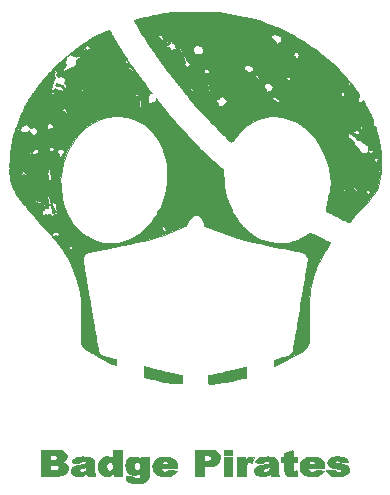
<source format=gbr>
G04 #@! TF.GenerationSoftware,KiCad,Pcbnew,(5.1.10)-1*
G04 #@! TF.CreationDate,2021-09-01T22:57:21-05:00*
G04 #@! TF.ProjectId,Bsides-KC-2021-SAO-BP,42736964-6573-42d4-9b43-2d323032312d,rev?*
G04 #@! TF.SameCoordinates,Original*
G04 #@! TF.FileFunction,Legend,Top*
G04 #@! TF.FilePolarity,Positive*
%FSLAX46Y46*%
G04 Gerber Fmt 4.6, Leading zero omitted, Abs format (unit mm)*
G04 Created by KiCad (PCBNEW (5.1.10)-1) date 2021-09-01 22:57:21*
%MOMM*%
%LPD*%
G01*
G04 APERTURE LIST*
%ADD10C,0.010000*%
G04 APERTURE END LIST*
D10*
G04 #@! TO.C,G\u002A\u002A\u002A*
G36*
X102465611Y-99555542D02*
G01*
X102578992Y-99573597D01*
X102673588Y-99607922D01*
X102760678Y-99662099D01*
X102815367Y-99706804D01*
X102893667Y-99775552D01*
X102893667Y-99580667D01*
X103572804Y-99580667D01*
X103566611Y-100432625D01*
X103564982Y-100645531D01*
X103563333Y-100820419D01*
X103561430Y-100961604D01*
X103559040Y-101073401D01*
X103555929Y-101160125D01*
X103551862Y-101226092D01*
X103546607Y-101275617D01*
X103539930Y-101313013D01*
X103531597Y-101342597D01*
X103521375Y-101368684D01*
X103515177Y-101382424D01*
X103427906Y-101523065D01*
X103309568Y-101635130D01*
X103160607Y-101718316D01*
X102981464Y-101772318D01*
X102936000Y-101780584D01*
X102846666Y-101790354D01*
X102728727Y-101796724D01*
X102594706Y-101799683D01*
X102457127Y-101799218D01*
X102328512Y-101795318D01*
X102221385Y-101787971D01*
X102168992Y-101781306D01*
X101989807Y-101736882D01*
X101845706Y-101670080D01*
X101737115Y-101581300D01*
X101664460Y-101470943D01*
X101628166Y-101339408D01*
X101623785Y-101268709D01*
X101628011Y-101215084D01*
X101644512Y-101192482D01*
X101663739Y-101189334D01*
X101699946Y-101191432D01*
X101765569Y-101197103D01*
X101851808Y-101205407D01*
X101949866Y-101215405D01*
X102050945Y-101226160D01*
X102146248Y-101236732D01*
X102226976Y-101246183D01*
X102284331Y-101253574D01*
X102309515Y-101257967D01*
X102309969Y-101258275D01*
X102351135Y-101330207D01*
X102422658Y-101376559D01*
X102526734Y-101398485D01*
X102581125Y-101400688D01*
X102657105Y-101397575D01*
X102708979Y-101383890D01*
X102754702Y-101353842D01*
X102771625Y-101339237D01*
X102805312Y-101306867D01*
X102826300Y-101275836D01*
X102838180Y-101234738D01*
X102844547Y-101172163D01*
X102848204Y-101096062D01*
X102855658Y-100914651D01*
X102736181Y-100986597D01*
X102575112Y-101061561D01*
X102408893Y-101098911D01*
X102243210Y-101100222D01*
X102083748Y-101067076D01*
X101936194Y-101001050D01*
X101806232Y-100903722D01*
X101699550Y-100776672D01*
X101647965Y-100684465D01*
X101624168Y-100630198D01*
X101608225Y-100580792D01*
X101598588Y-100525632D01*
X101593708Y-100454102D01*
X101592035Y-100355587D01*
X101592011Y-100344080D01*
X102279834Y-100344080D01*
X102292488Y-100466078D01*
X102332249Y-100557554D01*
X102401813Y-100622572D01*
X102490264Y-100661263D01*
X102535909Y-100674535D01*
X102566454Y-100677709D01*
X102602954Y-100670634D01*
X102640870Y-100660183D01*
X102706032Y-100630285D01*
X102768775Y-100583848D01*
X102777474Y-100575267D01*
X102813382Y-100530964D01*
X102833887Y-100482419D01*
X102844562Y-100413809D01*
X102847354Y-100376786D01*
X102840878Y-100244455D01*
X102804196Y-100138793D01*
X102739110Y-100062058D01*
X102647422Y-100016509D01*
X102550065Y-100004000D01*
X102447907Y-100022136D01*
X102368126Y-100074845D01*
X102312743Y-100159584D01*
X102283781Y-100273808D01*
X102279834Y-100344080D01*
X101592011Y-100344080D01*
X101591917Y-100300334D01*
X101592568Y-100187424D01*
X101595599Y-100106321D01*
X101602624Y-100046503D01*
X101615257Y-99997451D01*
X101635113Y-99948644D01*
X101650974Y-99915490D01*
X101731468Y-99789132D01*
X101838899Y-99687949D01*
X101979966Y-99605652D01*
X101982534Y-99604454D01*
X102042509Y-99578988D01*
X102098333Y-99562873D01*
X102162709Y-99554079D01*
X102248340Y-99550575D01*
X102322167Y-99550175D01*
X102465611Y-99555542D01*
G37*
X102465611Y-99555542D02*
X102578992Y-99573597D01*
X102673588Y-99607922D01*
X102760678Y-99662099D01*
X102815367Y-99706804D01*
X102893667Y-99775552D01*
X102893667Y-99580667D01*
X103572804Y-99580667D01*
X103566611Y-100432625D01*
X103564982Y-100645531D01*
X103563333Y-100820419D01*
X103561430Y-100961604D01*
X103559040Y-101073401D01*
X103555929Y-101160125D01*
X103551862Y-101226092D01*
X103546607Y-101275617D01*
X103539930Y-101313013D01*
X103531597Y-101342597D01*
X103521375Y-101368684D01*
X103515177Y-101382424D01*
X103427906Y-101523065D01*
X103309568Y-101635130D01*
X103160607Y-101718316D01*
X102981464Y-101772318D01*
X102936000Y-101780584D01*
X102846666Y-101790354D01*
X102728727Y-101796724D01*
X102594706Y-101799683D01*
X102457127Y-101799218D01*
X102328512Y-101795318D01*
X102221385Y-101787971D01*
X102168992Y-101781306D01*
X101989807Y-101736882D01*
X101845706Y-101670080D01*
X101737115Y-101581300D01*
X101664460Y-101470943D01*
X101628166Y-101339408D01*
X101623785Y-101268709D01*
X101628011Y-101215084D01*
X101644512Y-101192482D01*
X101663739Y-101189334D01*
X101699946Y-101191432D01*
X101765569Y-101197103D01*
X101851808Y-101205407D01*
X101949866Y-101215405D01*
X102050945Y-101226160D01*
X102146248Y-101236732D01*
X102226976Y-101246183D01*
X102284331Y-101253574D01*
X102309515Y-101257967D01*
X102309969Y-101258275D01*
X102351135Y-101330207D01*
X102422658Y-101376559D01*
X102526734Y-101398485D01*
X102581125Y-101400688D01*
X102657105Y-101397575D01*
X102708979Y-101383890D01*
X102754702Y-101353842D01*
X102771625Y-101339237D01*
X102805312Y-101306867D01*
X102826300Y-101275836D01*
X102838180Y-101234738D01*
X102844547Y-101172163D01*
X102848204Y-101096062D01*
X102855658Y-100914651D01*
X102736181Y-100986597D01*
X102575112Y-101061561D01*
X102408893Y-101098911D01*
X102243210Y-101100222D01*
X102083748Y-101067076D01*
X101936194Y-101001050D01*
X101806232Y-100903722D01*
X101699550Y-100776672D01*
X101647965Y-100684465D01*
X101624168Y-100630198D01*
X101608225Y-100580792D01*
X101598588Y-100525632D01*
X101593708Y-100454102D01*
X101592035Y-100355587D01*
X101592011Y-100344080D01*
X102279834Y-100344080D01*
X102292488Y-100466078D01*
X102332249Y-100557554D01*
X102401813Y-100622572D01*
X102490264Y-100661263D01*
X102535909Y-100674535D01*
X102566454Y-100677709D01*
X102602954Y-100670634D01*
X102640870Y-100660183D01*
X102706032Y-100630285D01*
X102768775Y-100583848D01*
X102777474Y-100575267D01*
X102813382Y-100530964D01*
X102833887Y-100482419D01*
X102844562Y-100413809D01*
X102847354Y-100376786D01*
X102840878Y-100244455D01*
X102804196Y-100138793D01*
X102739110Y-100062058D01*
X102647422Y-100016509D01*
X102550065Y-100004000D01*
X102447907Y-100022136D01*
X102368126Y-100074845D01*
X102312743Y-100159584D01*
X102283781Y-100273808D01*
X102279834Y-100344080D01*
X101592011Y-100344080D01*
X101591917Y-100300334D01*
X101592568Y-100187424D01*
X101595599Y-100106321D01*
X101602624Y-100046503D01*
X101615257Y-99997451D01*
X101635113Y-99948644D01*
X101650974Y-99915490D01*
X101731468Y-99789132D01*
X101838899Y-99687949D01*
X101979966Y-99605652D01*
X101982534Y-99604454D01*
X102042509Y-99578988D01*
X102098333Y-99562873D01*
X102162709Y-99554079D01*
X102248340Y-99550575D01*
X102322167Y-99550175D01*
X102465611Y-99555542D01*
G36*
X98121332Y-99544276D02*
G01*
X98276347Y-99552829D01*
X98319074Y-99556997D01*
X98498977Y-99585780D01*
X98642899Y-99630150D01*
X98755144Y-99692689D01*
X98840018Y-99775975D01*
X98901824Y-99882587D01*
X98914385Y-99913746D01*
X98928889Y-99956839D01*
X98939691Y-100002355D01*
X98947317Y-100057215D01*
X98952297Y-100128340D01*
X98955160Y-100222649D01*
X98956435Y-100347063D01*
X98956667Y-100467097D01*
X98957423Y-100631132D01*
X98960239Y-100760218D01*
X98965933Y-100861721D01*
X98975322Y-100943006D01*
X98989228Y-101011441D01*
X99008466Y-101074390D01*
X99030470Y-101131125D01*
X99033491Y-101145154D01*
X99025142Y-101155125D01*
X98999612Y-101161722D01*
X98951087Y-101165633D01*
X98873756Y-101167544D01*
X98761806Y-101168141D01*
X98716715Y-101168167D01*
X98591736Y-101167888D01*
X98502246Y-101166460D01*
X98441400Y-101162992D01*
X98402355Y-101156596D01*
X98378266Y-101146382D01*
X98362289Y-101131462D01*
X98354617Y-101121124D01*
X98329444Y-101071768D01*
X98321667Y-101036457D01*
X98319990Y-101011043D01*
X98309705Y-101002578D01*
X98282927Y-101012794D01*
X98231775Y-101043429D01*
X98200694Y-101063075D01*
X98119820Y-101107415D01*
X98030873Y-101146205D01*
X97993584Y-101159007D01*
X97887504Y-101181724D01*
X97758193Y-101196079D01*
X97621657Y-101201448D01*
X97493905Y-101197205D01*
X97390945Y-101182724D01*
X97390334Y-101182581D01*
X97267304Y-101145634D01*
X97171388Y-101095764D01*
X97087653Y-101024997D01*
X97079423Y-101016514D01*
X97004498Y-100909996D01*
X96969034Y-100791276D01*
X96972689Y-100695714D01*
X97675650Y-100695714D01*
X97685632Y-100744510D01*
X97688351Y-100750660D01*
X97736855Y-100809659D01*
X97812268Y-100842325D01*
X97907693Y-100847809D01*
X98016236Y-100825262D01*
X98082165Y-100799155D01*
X98164227Y-100751129D01*
X98218559Y-100691425D01*
X98252615Y-100609143D01*
X98269450Y-100525298D01*
X98277130Y-100464673D01*
X98274549Y-100436387D01*
X98259210Y-100431163D01*
X98245040Y-100434578D01*
X98206885Y-100445005D01*
X98139964Y-100462450D01*
X98056593Y-100483716D01*
X98026828Y-100491214D01*
X97902957Y-100525179D01*
X97813703Y-100557282D01*
X97751692Y-100591010D01*
X97709546Y-100629856D01*
X97696719Y-100647424D01*
X97675650Y-100695714D01*
X96972689Y-100695714D01*
X96973848Y-100665430D01*
X97006786Y-100564041D01*
X97043422Y-100497724D01*
X97090871Y-100441977D01*
X97154031Y-100394566D01*
X97237803Y-100353256D01*
X97347085Y-100315812D01*
X97486777Y-100280000D01*
X97661778Y-100243585D01*
X97742793Y-100228344D01*
X97861662Y-100205332D01*
X97976498Y-100181076D01*
X98075468Y-100158208D01*
X98146739Y-100139355D01*
X98155968Y-100136510D01*
X98221111Y-100114558D01*
X98254085Y-100096720D01*
X98263128Y-100074476D01*
X98256475Y-100039306D01*
X98255063Y-100033998D01*
X98219109Y-99970940D01*
X98150879Y-99933020D01*
X98048995Y-99919503D01*
X98040213Y-99919452D01*
X97907058Y-99933235D01*
X97803541Y-99974989D01*
X97734668Y-100035567D01*
X97674968Y-100107992D01*
X97358987Y-100076360D01*
X97248041Y-100064704D01*
X97152815Y-100053659D01*
X97080896Y-100044186D01*
X97039868Y-100037246D01*
X97033361Y-100035084D01*
X97032894Y-100010783D01*
X97043280Y-99961421D01*
X97049230Y-99940286D01*
X97104953Y-99826215D01*
X97196795Y-99728115D01*
X97320492Y-99649250D01*
X97471781Y-99592884D01*
X97517334Y-99581832D01*
X97639051Y-99562510D01*
X97789247Y-99549533D01*
X97954486Y-99543316D01*
X98121332Y-99544276D01*
G37*
X98121332Y-99544276D02*
X98276347Y-99552829D01*
X98319074Y-99556997D01*
X98498977Y-99585780D01*
X98642899Y-99630150D01*
X98755144Y-99692689D01*
X98840018Y-99775975D01*
X98901824Y-99882587D01*
X98914385Y-99913746D01*
X98928889Y-99956839D01*
X98939691Y-100002355D01*
X98947317Y-100057215D01*
X98952297Y-100128340D01*
X98955160Y-100222649D01*
X98956435Y-100347063D01*
X98956667Y-100467097D01*
X98957423Y-100631132D01*
X98960239Y-100760218D01*
X98965933Y-100861721D01*
X98975322Y-100943006D01*
X98989228Y-101011441D01*
X99008466Y-101074390D01*
X99030470Y-101131125D01*
X99033491Y-101145154D01*
X99025142Y-101155125D01*
X98999612Y-101161722D01*
X98951087Y-101165633D01*
X98873756Y-101167544D01*
X98761806Y-101168141D01*
X98716715Y-101168167D01*
X98591736Y-101167888D01*
X98502246Y-101166460D01*
X98441400Y-101162992D01*
X98402355Y-101156596D01*
X98378266Y-101146382D01*
X98362289Y-101131462D01*
X98354617Y-101121124D01*
X98329444Y-101071768D01*
X98321667Y-101036457D01*
X98319990Y-101011043D01*
X98309705Y-101002578D01*
X98282927Y-101012794D01*
X98231775Y-101043429D01*
X98200694Y-101063075D01*
X98119820Y-101107415D01*
X98030873Y-101146205D01*
X97993584Y-101159007D01*
X97887504Y-101181724D01*
X97758193Y-101196079D01*
X97621657Y-101201448D01*
X97493905Y-101197205D01*
X97390945Y-101182724D01*
X97390334Y-101182581D01*
X97267304Y-101145634D01*
X97171388Y-101095764D01*
X97087653Y-101024997D01*
X97079423Y-101016514D01*
X97004498Y-100909996D01*
X96969034Y-100791276D01*
X96972689Y-100695714D01*
X97675650Y-100695714D01*
X97685632Y-100744510D01*
X97688351Y-100750660D01*
X97736855Y-100809659D01*
X97812268Y-100842325D01*
X97907693Y-100847809D01*
X98016236Y-100825262D01*
X98082165Y-100799155D01*
X98164227Y-100751129D01*
X98218559Y-100691425D01*
X98252615Y-100609143D01*
X98269450Y-100525298D01*
X98277130Y-100464673D01*
X98274549Y-100436387D01*
X98259210Y-100431163D01*
X98245040Y-100434578D01*
X98206885Y-100445005D01*
X98139964Y-100462450D01*
X98056593Y-100483716D01*
X98026828Y-100491214D01*
X97902957Y-100525179D01*
X97813703Y-100557282D01*
X97751692Y-100591010D01*
X97709546Y-100629856D01*
X97696719Y-100647424D01*
X97675650Y-100695714D01*
X96972689Y-100695714D01*
X96973848Y-100665430D01*
X97006786Y-100564041D01*
X97043422Y-100497724D01*
X97090871Y-100441977D01*
X97154031Y-100394566D01*
X97237803Y-100353256D01*
X97347085Y-100315812D01*
X97486777Y-100280000D01*
X97661778Y-100243585D01*
X97742793Y-100228344D01*
X97861662Y-100205332D01*
X97976498Y-100181076D01*
X98075468Y-100158208D01*
X98146739Y-100139355D01*
X98155968Y-100136510D01*
X98221111Y-100114558D01*
X98254085Y-100096720D01*
X98263128Y-100074476D01*
X98256475Y-100039306D01*
X98255063Y-100033998D01*
X98219109Y-99970940D01*
X98150879Y-99933020D01*
X98048995Y-99919503D01*
X98040213Y-99919452D01*
X97907058Y-99933235D01*
X97803541Y-99974989D01*
X97734668Y-100035567D01*
X97674968Y-100107992D01*
X97358987Y-100076360D01*
X97248041Y-100064704D01*
X97152815Y-100053659D01*
X97080896Y-100044186D01*
X97039868Y-100037246D01*
X97033361Y-100035084D01*
X97032894Y-100010783D01*
X97043280Y-99961421D01*
X97049230Y-99940286D01*
X97104953Y-99826215D01*
X97196795Y-99728115D01*
X97320492Y-99649250D01*
X97471781Y-99592884D01*
X97517334Y-99581832D01*
X97639051Y-99562510D01*
X97789247Y-99549533D01*
X97954486Y-99543316D01*
X98121332Y-99544276D01*
G36*
X101263834Y-101168167D02*
G01*
X100586500Y-101168167D01*
X100586500Y-100978317D01*
X100478723Y-101059891D01*
X100406445Y-101108443D01*
X100332563Y-101148479D01*
X100288481Y-101166171D01*
X100185177Y-101187767D01*
X100063754Y-101199337D01*
X99943922Y-101199861D01*
X99848455Y-101188977D01*
X99688791Y-101134965D01*
X99551493Y-101046037D01*
X99438651Y-100924440D01*
X99352353Y-100772418D01*
X99295138Y-100594244D01*
X99281416Y-100493657D01*
X99278839Y-100414925D01*
X99976475Y-100414925D01*
X99998590Y-100530441D01*
X100042998Y-100625323D01*
X100105633Y-100695538D01*
X100182426Y-100737051D01*
X100269310Y-100745830D01*
X100362219Y-100717839D01*
X100398162Y-100696787D01*
X100478672Y-100619783D01*
X100527046Y-100517001D01*
X100544090Y-100386688D01*
X100544134Y-100379029D01*
X100531464Y-100245028D01*
X100492472Y-100143151D01*
X100425807Y-100071335D01*
X100330118Y-100027518D01*
X100310519Y-100022627D01*
X100207832Y-100018747D01*
X100117498Y-100052225D01*
X100045140Y-100118625D01*
X99996382Y-100213510D01*
X99980721Y-100282808D01*
X99976475Y-100414925D01*
X99278839Y-100414925D01*
X99277406Y-100371178D01*
X99282417Y-100241948D01*
X99295757Y-100121111D01*
X99316733Y-100023808D01*
X99321917Y-100008136D01*
X99395627Y-99863365D01*
X99501842Y-99740636D01*
X99634901Y-99643672D01*
X99789143Y-99576195D01*
X99958908Y-99541930D01*
X100036167Y-99538334D01*
X100159184Y-99549977D01*
X100289878Y-99581309D01*
X100408611Y-99626927D01*
X100459491Y-99654744D01*
X100544167Y-99708198D01*
X100544167Y-98988000D01*
X101263834Y-98988000D01*
X101263834Y-101168167D01*
G37*
X101263834Y-101168167D02*
X100586500Y-101168167D01*
X100586500Y-100978317D01*
X100478723Y-101059891D01*
X100406445Y-101108443D01*
X100332563Y-101148479D01*
X100288481Y-101166171D01*
X100185177Y-101187767D01*
X100063754Y-101199337D01*
X99943922Y-101199861D01*
X99848455Y-101188977D01*
X99688791Y-101134965D01*
X99551493Y-101046037D01*
X99438651Y-100924440D01*
X99352353Y-100772418D01*
X99295138Y-100594244D01*
X99281416Y-100493657D01*
X99278839Y-100414925D01*
X99976475Y-100414925D01*
X99998590Y-100530441D01*
X100042998Y-100625323D01*
X100105633Y-100695538D01*
X100182426Y-100737051D01*
X100269310Y-100745830D01*
X100362219Y-100717839D01*
X100398162Y-100696787D01*
X100478672Y-100619783D01*
X100527046Y-100517001D01*
X100544090Y-100386688D01*
X100544134Y-100379029D01*
X100531464Y-100245028D01*
X100492472Y-100143151D01*
X100425807Y-100071335D01*
X100330118Y-100027518D01*
X100310519Y-100022627D01*
X100207832Y-100018747D01*
X100117498Y-100052225D01*
X100045140Y-100118625D01*
X99996382Y-100213510D01*
X99980721Y-100282808D01*
X99976475Y-100414925D01*
X99278839Y-100414925D01*
X99277406Y-100371178D01*
X99282417Y-100241948D01*
X99295757Y-100121111D01*
X99316733Y-100023808D01*
X99321917Y-100008136D01*
X99395627Y-99863365D01*
X99501842Y-99740636D01*
X99634901Y-99643672D01*
X99789143Y-99576195D01*
X99958908Y-99541930D01*
X100036167Y-99538334D01*
X100159184Y-99549977D01*
X100289878Y-99581309D01*
X100408611Y-99626927D01*
X100459491Y-99654744D01*
X100544167Y-99708198D01*
X100544167Y-98988000D01*
X101263834Y-98988000D01*
X101263834Y-101168167D01*
G36*
X105017816Y-99551331D02*
G01*
X105146828Y-99557523D01*
X105254980Y-99568876D01*
X105306667Y-99578656D01*
X105496631Y-99643676D01*
X105655878Y-99737232D01*
X105783223Y-99857840D01*
X105877484Y-100004017D01*
X105937478Y-100174281D01*
X105962022Y-100367149D01*
X105962582Y-100400875D01*
X105962834Y-100533167D01*
X104589202Y-100533167D01*
X104612200Y-100601959D01*
X104665276Y-100700744D01*
X104744400Y-100773014D01*
X104841132Y-100816800D01*
X104947028Y-100830133D01*
X105053647Y-100811044D01*
X105152547Y-100757565D01*
X105179667Y-100734315D01*
X105232584Y-100684156D01*
X105568678Y-100713687D01*
X105683356Y-100724316D01*
X105782516Y-100734558D01*
X105858792Y-100743567D01*
X105904821Y-100750498D01*
X105914946Y-100753390D01*
X105911318Y-100777225D01*
X105883130Y-100821610D01*
X105836799Y-100878244D01*
X105778741Y-100938825D01*
X105752997Y-100962912D01*
X105641910Y-101048035D01*
X105517451Y-101112075D01*
X105372731Y-101157223D01*
X105200860Y-101185669D01*
X105010334Y-101199065D01*
X104895802Y-101201076D01*
X104780647Y-101199303D01*
X104680818Y-101194171D01*
X104629334Y-101188911D01*
X104430404Y-101143665D01*
X104259849Y-101067961D01*
X104118773Y-100962799D01*
X104008280Y-100829184D01*
X103929475Y-100668117D01*
X103889432Y-100517142D01*
X103876257Y-100335192D01*
X103900376Y-100176464D01*
X104608167Y-100176464D01*
X104610949Y-100191516D01*
X104623445Y-100202142D01*
X104651883Y-100209105D01*
X104702489Y-100213170D01*
X104781490Y-100215098D01*
X104895113Y-100215653D01*
X104927961Y-100215667D01*
X105247756Y-100215667D01*
X105233923Y-100157459D01*
X105191692Y-100059611D01*
X105122809Y-99987016D01*
X105035538Y-99940994D01*
X104938143Y-99922861D01*
X104838889Y-99933936D01*
X104746041Y-99975535D01*
X104667862Y-100048978D01*
X104656214Y-100065339D01*
X104625307Y-100120851D01*
X104608946Y-100168266D01*
X104608167Y-100176464D01*
X103900376Y-100176464D01*
X103902387Y-100163234D01*
X103965274Y-100004921D01*
X104062366Y-99863907D01*
X104191114Y-99743847D01*
X104348967Y-99648395D01*
X104533376Y-99581203D01*
X104544667Y-99578292D01*
X104631370Y-99563781D01*
X104747513Y-99554454D01*
X104880519Y-99550306D01*
X105017816Y-99551331D01*
G37*
X105017816Y-99551331D02*
X105146828Y-99557523D01*
X105254980Y-99568876D01*
X105306667Y-99578656D01*
X105496631Y-99643676D01*
X105655878Y-99737232D01*
X105783223Y-99857840D01*
X105877484Y-100004017D01*
X105937478Y-100174281D01*
X105962022Y-100367149D01*
X105962582Y-100400875D01*
X105962834Y-100533167D01*
X104589202Y-100533167D01*
X104612200Y-100601959D01*
X104665276Y-100700744D01*
X104744400Y-100773014D01*
X104841132Y-100816800D01*
X104947028Y-100830133D01*
X105053647Y-100811044D01*
X105152547Y-100757565D01*
X105179667Y-100734315D01*
X105232584Y-100684156D01*
X105568678Y-100713687D01*
X105683356Y-100724316D01*
X105782516Y-100734558D01*
X105858792Y-100743567D01*
X105904821Y-100750498D01*
X105914946Y-100753390D01*
X105911318Y-100777225D01*
X105883130Y-100821610D01*
X105836799Y-100878244D01*
X105778741Y-100938825D01*
X105752997Y-100962912D01*
X105641910Y-101048035D01*
X105517451Y-101112075D01*
X105372731Y-101157223D01*
X105200860Y-101185669D01*
X105010334Y-101199065D01*
X104895802Y-101201076D01*
X104780647Y-101199303D01*
X104680818Y-101194171D01*
X104629334Y-101188911D01*
X104430404Y-101143665D01*
X104259849Y-101067961D01*
X104118773Y-100962799D01*
X104008280Y-100829184D01*
X103929475Y-100668117D01*
X103889432Y-100517142D01*
X103876257Y-100335192D01*
X103900376Y-100176464D01*
X104608167Y-100176464D01*
X104610949Y-100191516D01*
X104623445Y-100202142D01*
X104651883Y-100209105D01*
X104702489Y-100213170D01*
X104781490Y-100215098D01*
X104895113Y-100215653D01*
X104927961Y-100215667D01*
X105247756Y-100215667D01*
X105233923Y-100157459D01*
X105191692Y-100059611D01*
X105122809Y-99987016D01*
X105035538Y-99940994D01*
X104938143Y-99922861D01*
X104838889Y-99933936D01*
X104746041Y-99975535D01*
X104667862Y-100048978D01*
X104656214Y-100065339D01*
X104625307Y-100120851D01*
X104608946Y-100168266D01*
X104608167Y-100176464D01*
X103900376Y-100176464D01*
X103902387Y-100163234D01*
X103965274Y-100004921D01*
X104062366Y-99863907D01*
X104191114Y-99743847D01*
X104348967Y-99648395D01*
X104533376Y-99581203D01*
X104544667Y-99578292D01*
X104631370Y-99563781D01*
X104747513Y-99554454D01*
X104880519Y-99550306D01*
X105017816Y-99551331D01*
G36*
X113773931Y-99549815D02*
G01*
X113855407Y-99556957D01*
X114029853Y-99584155D01*
X114169158Y-99625221D01*
X114279120Y-99683243D01*
X114365538Y-99761309D01*
X114434208Y-99862509D01*
X114436313Y-99866417D01*
X114450607Y-99895954D01*
X114461794Y-99928468D01*
X114470425Y-99969764D01*
X114477050Y-100025646D01*
X114482221Y-100101917D01*
X114486489Y-100204382D01*
X114490403Y-100338844D01*
X114493566Y-100469667D01*
X114497978Y-100640035D01*
X114502695Y-100773547D01*
X114508155Y-100875681D01*
X114514798Y-100951915D01*
X114523060Y-101007725D01*
X114533379Y-101048589D01*
X114541609Y-101070210D01*
X114563854Y-101122489D01*
X114576539Y-101155622D01*
X114577667Y-101160168D01*
X114557699Y-101162908D01*
X114502593Y-101165244D01*
X114419543Y-101167000D01*
X114315741Y-101168001D01*
X114249241Y-101168167D01*
X113920815Y-101168167D01*
X113884744Y-101088792D01*
X113860884Y-101037186D01*
X113845111Y-101004720D01*
X113842883Y-101000727D01*
X113825133Y-101006185D01*
X113799347Y-101026197D01*
X113703123Y-101090574D01*
X113575691Y-101142398D01*
X113426820Y-101179749D01*
X113266278Y-101200709D01*
X113103834Y-101203358D01*
X112969000Y-101189348D01*
X112809272Y-101145795D01*
X112681463Y-101074920D01*
X112585932Y-100976963D01*
X112543463Y-100903584D01*
X112508251Y-100780475D01*
X112511605Y-100696854D01*
X113227133Y-100696854D01*
X113238314Y-100765400D01*
X113283931Y-100815195D01*
X113358966Y-100842838D01*
X113447159Y-100845995D01*
X113530276Y-100831676D01*
X113611519Y-100806153D01*
X113636459Y-100794837D01*
X113722676Y-100735965D01*
X113776723Y-100661026D01*
X113805456Y-100559711D01*
X113808729Y-100535704D01*
X113815587Y-100470780D01*
X113813860Y-100438957D01*
X113800102Y-100431316D01*
X113771281Y-100438804D01*
X113728310Y-100451302D01*
X113656887Y-100470723D01*
X113569617Y-100493668D01*
X113531327Y-100503523D01*
X113406708Y-100539667D01*
X113319104Y-100576239D01*
X113263295Y-100616557D01*
X113234061Y-100663940D01*
X113227133Y-100696854D01*
X112511605Y-100696854D01*
X112513201Y-100657074D01*
X112556861Y-100540847D01*
X112633043Y-100443706D01*
X112688135Y-100399635D01*
X112757399Y-100361414D01*
X112846728Y-100327041D01*
X112962018Y-100294510D01*
X113109162Y-100261819D01*
X113244167Y-100235954D01*
X113344442Y-100216567D01*
X113451751Y-100194048D01*
X113558142Y-100170289D01*
X113655660Y-100147180D01*
X113736354Y-100126612D01*
X113792270Y-100110474D01*
X113815455Y-100100659D01*
X113815667Y-100100090D01*
X113801704Y-100047719D01*
X113768288Y-99990543D01*
X113728127Y-99949024D01*
X113718367Y-99943418D01*
X113642990Y-99924440D01*
X113545640Y-99920955D01*
X113443786Y-99933081D01*
X113409171Y-99941347D01*
X113337993Y-99975990D01*
X113275849Y-100031209D01*
X113240285Y-100089602D01*
X113218670Y-100093401D01*
X113163714Y-100093132D01*
X113084135Y-100089518D01*
X112988653Y-100083278D01*
X112885988Y-100075135D01*
X112784861Y-100065809D01*
X112693989Y-100056023D01*
X112622093Y-100046496D01*
X112577893Y-100037951D01*
X112568659Y-100034047D01*
X112567552Y-100006846D01*
X112583004Y-99955691D01*
X112609922Y-99893006D01*
X112643215Y-99831214D01*
X112665351Y-99798097D01*
X112743210Y-99721617D01*
X112851204Y-99653974D01*
X112977176Y-99602199D01*
X113029379Y-99587627D01*
X113144930Y-99567164D01*
X113289807Y-99552682D01*
X113451363Y-99544650D01*
X113616954Y-99543538D01*
X113773931Y-99549815D01*
G37*
X113773931Y-99549815D02*
X113855407Y-99556957D01*
X114029853Y-99584155D01*
X114169158Y-99625221D01*
X114279120Y-99683243D01*
X114365538Y-99761309D01*
X114434208Y-99862509D01*
X114436313Y-99866417D01*
X114450607Y-99895954D01*
X114461794Y-99928468D01*
X114470425Y-99969764D01*
X114477050Y-100025646D01*
X114482221Y-100101917D01*
X114486489Y-100204382D01*
X114490403Y-100338844D01*
X114493566Y-100469667D01*
X114497978Y-100640035D01*
X114502695Y-100773547D01*
X114508155Y-100875681D01*
X114514798Y-100951915D01*
X114523060Y-101007725D01*
X114533379Y-101048589D01*
X114541609Y-101070210D01*
X114563854Y-101122489D01*
X114576539Y-101155622D01*
X114577667Y-101160168D01*
X114557699Y-101162908D01*
X114502593Y-101165244D01*
X114419543Y-101167000D01*
X114315741Y-101168001D01*
X114249241Y-101168167D01*
X113920815Y-101168167D01*
X113884744Y-101088792D01*
X113860884Y-101037186D01*
X113845111Y-101004720D01*
X113842883Y-101000727D01*
X113825133Y-101006185D01*
X113799347Y-101026197D01*
X113703123Y-101090574D01*
X113575691Y-101142398D01*
X113426820Y-101179749D01*
X113266278Y-101200709D01*
X113103834Y-101203358D01*
X112969000Y-101189348D01*
X112809272Y-101145795D01*
X112681463Y-101074920D01*
X112585932Y-100976963D01*
X112543463Y-100903584D01*
X112508251Y-100780475D01*
X112511605Y-100696854D01*
X113227133Y-100696854D01*
X113238314Y-100765400D01*
X113283931Y-100815195D01*
X113358966Y-100842838D01*
X113447159Y-100845995D01*
X113530276Y-100831676D01*
X113611519Y-100806153D01*
X113636459Y-100794837D01*
X113722676Y-100735965D01*
X113776723Y-100661026D01*
X113805456Y-100559711D01*
X113808729Y-100535704D01*
X113815587Y-100470780D01*
X113813860Y-100438957D01*
X113800102Y-100431316D01*
X113771281Y-100438804D01*
X113728310Y-100451302D01*
X113656887Y-100470723D01*
X113569617Y-100493668D01*
X113531327Y-100503523D01*
X113406708Y-100539667D01*
X113319104Y-100576239D01*
X113263295Y-100616557D01*
X113234061Y-100663940D01*
X113227133Y-100696854D01*
X112511605Y-100696854D01*
X112513201Y-100657074D01*
X112556861Y-100540847D01*
X112633043Y-100443706D01*
X112688135Y-100399635D01*
X112757399Y-100361414D01*
X112846728Y-100327041D01*
X112962018Y-100294510D01*
X113109162Y-100261819D01*
X113244167Y-100235954D01*
X113344442Y-100216567D01*
X113451751Y-100194048D01*
X113558142Y-100170289D01*
X113655660Y-100147180D01*
X113736354Y-100126612D01*
X113792270Y-100110474D01*
X113815455Y-100100659D01*
X113815667Y-100100090D01*
X113801704Y-100047719D01*
X113768288Y-99990543D01*
X113728127Y-99949024D01*
X113718367Y-99943418D01*
X113642990Y-99924440D01*
X113545640Y-99920955D01*
X113443786Y-99933081D01*
X113409171Y-99941347D01*
X113337993Y-99975990D01*
X113275849Y-100031209D01*
X113240285Y-100089602D01*
X113218670Y-100093401D01*
X113163714Y-100093132D01*
X113084135Y-100089518D01*
X112988653Y-100083278D01*
X112885988Y-100075135D01*
X112784861Y-100065809D01*
X112693989Y-100056023D01*
X112622093Y-100046496D01*
X112577893Y-100037951D01*
X112568659Y-100034047D01*
X112567552Y-100006846D01*
X112583004Y-99955691D01*
X112609922Y-99893006D01*
X112643215Y-99831214D01*
X112665351Y-99798097D01*
X112743210Y-99721617D01*
X112851204Y-99653974D01*
X112977176Y-99602199D01*
X113029379Y-99587627D01*
X113144930Y-99567164D01*
X113289807Y-99552682D01*
X113451363Y-99544650D01*
X113616954Y-99543538D01*
X113773931Y-99549815D01*
G36*
X115729805Y-99007903D02*
G01*
X115735477Y-99062562D01*
X115739594Y-99144405D01*
X115741675Y-99245859D01*
X115741834Y-99284334D01*
X115741834Y-99580667D01*
X116122834Y-99580667D01*
X116122834Y-100046334D01*
X115741834Y-100046334D01*
X115741834Y-100363834D01*
X115742241Y-100487187D01*
X115744055Y-100575455D01*
X115748163Y-100635883D01*
X115755453Y-100675717D01*
X115766811Y-100702200D01*
X115783126Y-100722577D01*
X115786150Y-100725650D01*
X115808465Y-100746161D01*
X115831361Y-100757574D01*
X115864128Y-100760073D01*
X115916053Y-100753842D01*
X115996425Y-100739063D01*
X116039376Y-100730651D01*
X116064203Y-100727184D01*
X116081026Y-100733385D01*
X116092754Y-100756572D01*
X116102297Y-100804068D01*
X116112566Y-100883192D01*
X116117847Y-100928058D01*
X116126754Y-101017684D01*
X116131077Y-101091001D01*
X116130405Y-101138264D01*
X116127222Y-101150285D01*
X116098789Y-101159997D01*
X116038408Y-101171240D01*
X115956378Y-101182815D01*
X115862995Y-101193525D01*
X115768558Y-101202172D01*
X115683363Y-101207557D01*
X115625417Y-101208667D01*
X115539637Y-101202594D01*
X115443682Y-101189180D01*
X115403167Y-101181277D01*
X115304818Y-101155456D01*
X115234672Y-101124634D01*
X115178671Y-101081271D01*
X115141680Y-101040987D01*
X115109223Y-100996799D01*
X115084621Y-100947288D01*
X115066845Y-100886094D01*
X115054869Y-100806855D01*
X115047667Y-100703212D01*
X115044211Y-100568803D01*
X115043452Y-100432625D01*
X115043334Y-100046334D01*
X114789334Y-100046334D01*
X114789334Y-99580667D01*
X115041479Y-99580667D01*
X115053917Y-99279969D01*
X115379099Y-99133985D01*
X115487896Y-99085620D01*
X115583501Y-99044025D01*
X115659141Y-99012072D01*
X115708046Y-98992635D01*
X115723057Y-98988000D01*
X115729805Y-99007903D01*
G37*
X115729805Y-99007903D02*
X115735477Y-99062562D01*
X115739594Y-99144405D01*
X115741675Y-99245859D01*
X115741834Y-99284334D01*
X115741834Y-99580667D01*
X116122834Y-99580667D01*
X116122834Y-100046334D01*
X115741834Y-100046334D01*
X115741834Y-100363834D01*
X115742241Y-100487187D01*
X115744055Y-100575455D01*
X115748163Y-100635883D01*
X115755453Y-100675717D01*
X115766811Y-100702200D01*
X115783126Y-100722577D01*
X115786150Y-100725650D01*
X115808465Y-100746161D01*
X115831361Y-100757574D01*
X115864128Y-100760073D01*
X115916053Y-100753842D01*
X115996425Y-100739063D01*
X116039376Y-100730651D01*
X116064203Y-100727184D01*
X116081026Y-100733385D01*
X116092754Y-100756572D01*
X116102297Y-100804068D01*
X116112566Y-100883192D01*
X116117847Y-100928058D01*
X116126754Y-101017684D01*
X116131077Y-101091001D01*
X116130405Y-101138264D01*
X116127222Y-101150285D01*
X116098789Y-101159997D01*
X116038408Y-101171240D01*
X115956378Y-101182815D01*
X115862995Y-101193525D01*
X115768558Y-101202172D01*
X115683363Y-101207557D01*
X115625417Y-101208667D01*
X115539637Y-101202594D01*
X115443682Y-101189180D01*
X115403167Y-101181277D01*
X115304818Y-101155456D01*
X115234672Y-101124634D01*
X115178671Y-101081271D01*
X115141680Y-101040987D01*
X115109223Y-100996799D01*
X115084621Y-100947288D01*
X115066845Y-100886094D01*
X115054869Y-100806855D01*
X115047667Y-100703212D01*
X115044211Y-100568803D01*
X115043452Y-100432625D01*
X115043334Y-100046334D01*
X114789334Y-100046334D01*
X114789334Y-99580667D01*
X115041479Y-99580667D01*
X115053917Y-99279969D01*
X115379099Y-99133985D01*
X115487896Y-99085620D01*
X115583501Y-99044025D01*
X115659141Y-99012072D01*
X115708046Y-98992635D01*
X115723057Y-98988000D01*
X115729805Y-99007903D01*
G36*
X117517015Y-99547264D02*
G01*
X117709877Y-99570749D01*
X117884790Y-99614541D01*
X118002329Y-99663022D01*
X118119925Y-99738769D01*
X118227293Y-99836398D01*
X118309237Y-99941930D01*
X118313833Y-99949600D01*
X118358445Y-100048090D01*
X118395424Y-100171650D01*
X118420571Y-100303155D01*
X118429687Y-100422042D01*
X118430000Y-100533167D01*
X117051314Y-100533167D01*
X117066005Y-100580792D01*
X117109859Y-100683181D01*
X117171354Y-100753976D01*
X117223093Y-100786959D01*
X117338665Y-100824514D01*
X117457130Y-100825039D01*
X117568288Y-100789782D01*
X117646834Y-100735045D01*
X117699750Y-100685616D01*
X118035354Y-100713925D01*
X118149991Y-100724170D01*
X118249130Y-100734118D01*
X118325387Y-100742944D01*
X118371380Y-100749818D01*
X118381449Y-100752727D01*
X118377442Y-100776101D01*
X118348862Y-100819618D01*
X118302624Y-100875130D01*
X118245646Y-100934487D01*
X118184843Y-100989541D01*
X118170753Y-101000969D01*
X118091264Y-101054925D01*
X118000577Y-101103969D01*
X117955253Y-101123454D01*
X117809567Y-101164632D01*
X117635654Y-101192159D01*
X117445643Y-101205163D01*
X117251664Y-101202775D01*
X117080123Y-101186236D01*
X116896478Y-101145476D01*
X116741637Y-101078685D01*
X116608947Y-100982955D01*
X116603548Y-100978064D01*
X116481621Y-100839547D01*
X116396457Y-100682749D01*
X116349012Y-100511966D01*
X116340238Y-100331495D01*
X116359463Y-100215667D01*
X117057122Y-100215667D01*
X117713186Y-100215667D01*
X117698956Y-100168042D01*
X117647723Y-100059077D01*
X117571816Y-99979251D01*
X117478067Y-99931517D01*
X117373308Y-99918827D01*
X117264370Y-99944135D01*
X117225185Y-99963263D01*
X117144669Y-100023113D01*
X117093628Y-100101053D01*
X117074231Y-100156011D01*
X117057122Y-100215667D01*
X116359463Y-100215667D01*
X116371089Y-100145631D01*
X116399326Y-100058231D01*
X116461581Y-99940723D01*
X116554896Y-99826528D01*
X116668715Y-99726709D01*
X116781851Y-99657379D01*
X116938621Y-99599142D01*
X117120598Y-99561410D01*
X117316992Y-99544134D01*
X117517015Y-99547264D01*
G37*
X117517015Y-99547264D02*
X117709877Y-99570749D01*
X117884790Y-99614541D01*
X118002329Y-99663022D01*
X118119925Y-99738769D01*
X118227293Y-99836398D01*
X118309237Y-99941930D01*
X118313833Y-99949600D01*
X118358445Y-100048090D01*
X118395424Y-100171650D01*
X118420571Y-100303155D01*
X118429687Y-100422042D01*
X118430000Y-100533167D01*
X117051314Y-100533167D01*
X117066005Y-100580792D01*
X117109859Y-100683181D01*
X117171354Y-100753976D01*
X117223093Y-100786959D01*
X117338665Y-100824514D01*
X117457130Y-100825039D01*
X117568288Y-100789782D01*
X117646834Y-100735045D01*
X117699750Y-100685616D01*
X118035354Y-100713925D01*
X118149991Y-100724170D01*
X118249130Y-100734118D01*
X118325387Y-100742944D01*
X118371380Y-100749818D01*
X118381449Y-100752727D01*
X118377442Y-100776101D01*
X118348862Y-100819618D01*
X118302624Y-100875130D01*
X118245646Y-100934487D01*
X118184843Y-100989541D01*
X118170753Y-101000969D01*
X118091264Y-101054925D01*
X118000577Y-101103969D01*
X117955253Y-101123454D01*
X117809567Y-101164632D01*
X117635654Y-101192159D01*
X117445643Y-101205163D01*
X117251664Y-101202775D01*
X117080123Y-101186236D01*
X116896478Y-101145476D01*
X116741637Y-101078685D01*
X116608947Y-100982955D01*
X116603548Y-100978064D01*
X116481621Y-100839547D01*
X116396457Y-100682749D01*
X116349012Y-100511966D01*
X116340238Y-100331495D01*
X116359463Y-100215667D01*
X117057122Y-100215667D01*
X117713186Y-100215667D01*
X117698956Y-100168042D01*
X117647723Y-100059077D01*
X117571816Y-99979251D01*
X117478067Y-99931517D01*
X117373308Y-99918827D01*
X117264370Y-99944135D01*
X117225185Y-99963263D01*
X117144669Y-100023113D01*
X117093628Y-100101053D01*
X117074231Y-100156011D01*
X117057122Y-100215667D01*
X116359463Y-100215667D01*
X116371089Y-100145631D01*
X116399326Y-100058231D01*
X116461581Y-99940723D01*
X116554896Y-99826528D01*
X116668715Y-99726709D01*
X116781851Y-99657379D01*
X116938621Y-99599142D01*
X117120598Y-99561410D01*
X117316992Y-99544134D01*
X117517015Y-99547264D01*
G36*
X119810853Y-99549563D02*
G01*
X119999139Y-99580462D01*
X120153475Y-99630981D01*
X120272072Y-99700651D01*
X120299847Y-99724677D01*
X120340098Y-99769451D01*
X120382856Y-99826886D01*
X120421398Y-99886371D01*
X120449000Y-99937295D01*
X120458939Y-99969049D01*
X120457401Y-99973321D01*
X120433998Y-99978395D01*
X120375926Y-99985939D01*
X120290720Y-99995114D01*
X120185914Y-100005078D01*
X120126287Y-100010282D01*
X119804914Y-100037500D01*
X119771978Y-99987232D01*
X119729531Y-99944386D01*
X119671264Y-99908700D01*
X119667284Y-99906982D01*
X119587092Y-99884494D01*
X119507407Y-99880439D01*
X119434460Y-99891700D01*
X119374488Y-99915161D01*
X119333722Y-99947704D01*
X119318398Y-99986212D01*
X119334749Y-100027570D01*
X119368279Y-100056480D01*
X119406738Y-100071049D01*
X119478310Y-100088702D01*
X119574066Y-100107556D01*
X119685078Y-100125732D01*
X119722821Y-100131161D01*
X119922118Y-100162826D01*
X120083858Y-100198250D01*
X120212784Y-100239593D01*
X120313642Y-100289013D01*
X120391176Y-100348671D01*
X120450131Y-100420726D01*
X120481266Y-100476324D01*
X120519023Y-100594436D01*
X120516907Y-100714454D01*
X120474811Y-100842225D01*
X120474654Y-100842561D01*
X120397706Y-100957852D01*
X120283866Y-101052825D01*
X120133538Y-101127191D01*
X120028084Y-101161234D01*
X119950917Y-101175677D01*
X119842716Y-101187230D01*
X119714709Y-101195509D01*
X119578119Y-101200132D01*
X119444173Y-101200716D01*
X119324097Y-101196877D01*
X119230527Y-101188432D01*
X119063003Y-101153435D01*
X118916067Y-101099626D01*
X118799214Y-101030596D01*
X118786452Y-101020463D01*
X118743292Y-100975903D01*
X118697558Y-100914915D01*
X118655593Y-100848160D01*
X118623743Y-100786298D01*
X118608352Y-100739988D01*
X118609857Y-100723763D01*
X118633598Y-100716167D01*
X118690284Y-100707634D01*
X118770582Y-100699376D01*
X118836810Y-100694342D01*
X118945930Y-100686825D01*
X119055406Y-100678702D01*
X119148049Y-100671270D01*
X119181417Y-100668336D01*
X119252358Y-100662931D01*
X119293946Y-100666012D01*
X119318933Y-100681674D01*
X119340071Y-100714009D01*
X119343615Y-100720401D01*
X119402896Y-100791965D01*
X119487293Y-100834090D01*
X119600308Y-100848223D01*
X119649195Y-100846703D01*
X119759100Y-100829488D01*
X119831135Y-100794068D01*
X119865796Y-100740138D01*
X119869334Y-100710548D01*
X119865243Y-100682562D01*
X119849575Y-100659309D01*
X119817233Y-100638949D01*
X119763121Y-100619639D01*
X119682143Y-100599538D01*
X119569203Y-100576805D01*
X119428465Y-100551235D01*
X119303449Y-100527581D01*
X119185648Y-100502506D01*
X119084645Y-100478253D01*
X119010024Y-100457066D01*
X118981574Y-100446615D01*
X118855796Y-100372428D01*
X118762880Y-100278065D01*
X118704948Y-100168335D01*
X118684121Y-100048045D01*
X118702521Y-99922004D01*
X118724494Y-99863960D01*
X118793755Y-99762121D01*
X118899809Y-99678557D01*
X119040970Y-99613902D01*
X119215549Y-99568790D01*
X119421857Y-99543854D01*
X119590407Y-99538753D01*
X119810853Y-99549563D01*
G37*
X119810853Y-99549563D02*
X119999139Y-99580462D01*
X120153475Y-99630981D01*
X120272072Y-99700651D01*
X120299847Y-99724677D01*
X120340098Y-99769451D01*
X120382856Y-99826886D01*
X120421398Y-99886371D01*
X120449000Y-99937295D01*
X120458939Y-99969049D01*
X120457401Y-99973321D01*
X120433998Y-99978395D01*
X120375926Y-99985939D01*
X120290720Y-99995114D01*
X120185914Y-100005078D01*
X120126287Y-100010282D01*
X119804914Y-100037500D01*
X119771978Y-99987232D01*
X119729531Y-99944386D01*
X119671264Y-99908700D01*
X119667284Y-99906982D01*
X119587092Y-99884494D01*
X119507407Y-99880439D01*
X119434460Y-99891700D01*
X119374488Y-99915161D01*
X119333722Y-99947704D01*
X119318398Y-99986212D01*
X119334749Y-100027570D01*
X119368279Y-100056480D01*
X119406738Y-100071049D01*
X119478310Y-100088702D01*
X119574066Y-100107556D01*
X119685078Y-100125732D01*
X119722821Y-100131161D01*
X119922118Y-100162826D01*
X120083858Y-100198250D01*
X120212784Y-100239593D01*
X120313642Y-100289013D01*
X120391176Y-100348671D01*
X120450131Y-100420726D01*
X120481266Y-100476324D01*
X120519023Y-100594436D01*
X120516907Y-100714454D01*
X120474811Y-100842225D01*
X120474654Y-100842561D01*
X120397706Y-100957852D01*
X120283866Y-101052825D01*
X120133538Y-101127191D01*
X120028084Y-101161234D01*
X119950917Y-101175677D01*
X119842716Y-101187230D01*
X119714709Y-101195509D01*
X119578119Y-101200132D01*
X119444173Y-101200716D01*
X119324097Y-101196877D01*
X119230527Y-101188432D01*
X119063003Y-101153435D01*
X118916067Y-101099626D01*
X118799214Y-101030596D01*
X118786452Y-101020463D01*
X118743292Y-100975903D01*
X118697558Y-100914915D01*
X118655593Y-100848160D01*
X118623743Y-100786298D01*
X118608352Y-100739988D01*
X118609857Y-100723763D01*
X118633598Y-100716167D01*
X118690284Y-100707634D01*
X118770582Y-100699376D01*
X118836810Y-100694342D01*
X118945930Y-100686825D01*
X119055406Y-100678702D01*
X119148049Y-100671270D01*
X119181417Y-100668336D01*
X119252358Y-100662931D01*
X119293946Y-100666012D01*
X119318933Y-100681674D01*
X119340071Y-100714009D01*
X119343615Y-100720401D01*
X119402896Y-100791965D01*
X119487293Y-100834090D01*
X119600308Y-100848223D01*
X119649195Y-100846703D01*
X119759100Y-100829488D01*
X119831135Y-100794068D01*
X119865796Y-100740138D01*
X119869334Y-100710548D01*
X119865243Y-100682562D01*
X119849575Y-100659309D01*
X119817233Y-100638949D01*
X119763121Y-100619639D01*
X119682143Y-100599538D01*
X119569203Y-100576805D01*
X119428465Y-100551235D01*
X119303449Y-100527581D01*
X119185648Y-100502506D01*
X119084645Y-100478253D01*
X119010024Y-100457066D01*
X118981574Y-100446615D01*
X118855796Y-100372428D01*
X118762880Y-100278065D01*
X118704948Y-100168335D01*
X118684121Y-100048045D01*
X118702521Y-99922004D01*
X118724494Y-99863960D01*
X118793755Y-99762121D01*
X118899809Y-99678557D01*
X119040970Y-99613902D01*
X119215549Y-99568790D01*
X119421857Y-99543854D01*
X119590407Y-99538753D01*
X119810853Y-99549563D01*
G36*
X95289542Y-98992399D02*
G01*
X95503282Y-98993980D01*
X95679015Y-98995529D01*
X95821068Y-98997297D01*
X95933767Y-98999533D01*
X96021436Y-99002487D01*
X96088402Y-99006406D01*
X96138991Y-99011542D01*
X96177529Y-99018143D01*
X96208342Y-99026459D01*
X96235755Y-99036739D01*
X96262442Y-99048485D01*
X96386605Y-99123574D01*
X96488224Y-99222856D01*
X96561705Y-99338547D01*
X96601452Y-99462861D01*
X96606931Y-99527750D01*
X96586929Y-99655241D01*
X96531351Y-99775724D01*
X96446837Y-99879046D01*
X96340025Y-99955053D01*
X96321830Y-99963767D01*
X96272557Y-99987948D01*
X96258451Y-100002762D01*
X96275025Y-100013660D01*
X96279496Y-100015170D01*
X96427530Y-100077644D01*
X96548238Y-100158587D01*
X96636721Y-100253904D01*
X96686969Y-100355706D01*
X96713351Y-100512592D01*
X96699300Y-100664331D01*
X96646338Y-100805515D01*
X96555989Y-100930742D01*
X96513286Y-100972039D01*
X96458358Y-101016053D01*
X96399248Y-101053121D01*
X96331979Y-101083813D01*
X96252573Y-101108698D01*
X96157055Y-101128343D01*
X96041448Y-101143318D01*
X95901774Y-101154191D01*
X95734057Y-101161532D01*
X95534320Y-101165909D01*
X95298586Y-101167891D01*
X95141930Y-101168167D01*
X94427000Y-101168167D01*
X94427000Y-100258000D01*
X95210167Y-100258000D01*
X95210167Y-100681334D01*
X95464847Y-100681334D01*
X95615328Y-100678002D01*
X95724123Y-100668000D01*
X95790164Y-100651819D01*
X95869270Y-100601092D01*
X95916064Y-100533220D01*
X95927841Y-100456395D01*
X95901894Y-100378805D01*
X95887312Y-100357818D01*
X95836451Y-100316263D01*
X95756474Y-100286420D01*
X95643804Y-100267524D01*
X95494864Y-100258809D01*
X95420792Y-100258000D01*
X95210167Y-100258000D01*
X94427000Y-100258000D01*
X94427000Y-99839994D01*
X95210167Y-99839994D01*
X95453870Y-99830666D01*
X95565302Y-99825233D01*
X95643338Y-99817941D01*
X95696913Y-99807240D01*
X95734964Y-99791581D01*
X95754992Y-99778469D01*
X95811345Y-99713734D01*
X95831372Y-99637831D01*
X95815098Y-99561290D01*
X95762545Y-99494643D01*
X95754356Y-99488224D01*
X95721515Y-99468810D01*
X95678295Y-99455258D01*
X95615816Y-99446041D01*
X95525196Y-99439629D01*
X95453870Y-99436501D01*
X95210167Y-99427173D01*
X95210167Y-99839994D01*
X94427000Y-99839994D01*
X94427000Y-98986215D01*
X95289542Y-98992399D01*
G37*
X95289542Y-98992399D02*
X95503282Y-98993980D01*
X95679015Y-98995529D01*
X95821068Y-98997297D01*
X95933767Y-98999533D01*
X96021436Y-99002487D01*
X96088402Y-99006406D01*
X96138991Y-99011542D01*
X96177529Y-99018143D01*
X96208342Y-99026459D01*
X96235755Y-99036739D01*
X96262442Y-99048485D01*
X96386605Y-99123574D01*
X96488224Y-99222856D01*
X96561705Y-99338547D01*
X96601452Y-99462861D01*
X96606931Y-99527750D01*
X96586929Y-99655241D01*
X96531351Y-99775724D01*
X96446837Y-99879046D01*
X96340025Y-99955053D01*
X96321830Y-99963767D01*
X96272557Y-99987948D01*
X96258451Y-100002762D01*
X96275025Y-100013660D01*
X96279496Y-100015170D01*
X96427530Y-100077644D01*
X96548238Y-100158587D01*
X96636721Y-100253904D01*
X96686969Y-100355706D01*
X96713351Y-100512592D01*
X96699300Y-100664331D01*
X96646338Y-100805515D01*
X96555989Y-100930742D01*
X96513286Y-100972039D01*
X96458358Y-101016053D01*
X96399248Y-101053121D01*
X96331979Y-101083813D01*
X96252573Y-101108698D01*
X96157055Y-101128343D01*
X96041448Y-101143318D01*
X95901774Y-101154191D01*
X95734057Y-101161532D01*
X95534320Y-101165909D01*
X95298586Y-101167891D01*
X95141930Y-101168167D01*
X94427000Y-101168167D01*
X94427000Y-100258000D01*
X95210167Y-100258000D01*
X95210167Y-100681334D01*
X95464847Y-100681334D01*
X95615328Y-100678002D01*
X95724123Y-100668000D01*
X95790164Y-100651819D01*
X95869270Y-100601092D01*
X95916064Y-100533220D01*
X95927841Y-100456395D01*
X95901894Y-100378805D01*
X95887312Y-100357818D01*
X95836451Y-100316263D01*
X95756474Y-100286420D01*
X95643804Y-100267524D01*
X95494864Y-100258809D01*
X95420792Y-100258000D01*
X95210167Y-100258000D01*
X94427000Y-100258000D01*
X94427000Y-99839994D01*
X95210167Y-99839994D01*
X95453870Y-99830666D01*
X95565302Y-99825233D01*
X95643338Y-99817941D01*
X95696913Y-99807240D01*
X95734964Y-99791581D01*
X95754992Y-99778469D01*
X95811345Y-99713734D01*
X95831372Y-99637831D01*
X95815098Y-99561290D01*
X95762545Y-99494643D01*
X95754356Y-99488224D01*
X95721515Y-99468810D01*
X95678295Y-99455258D01*
X95615816Y-99446041D01*
X95525196Y-99439629D01*
X95453870Y-99436501D01*
X95210167Y-99427173D01*
X95210167Y-99839994D01*
X94427000Y-99839994D01*
X94427000Y-98986215D01*
X95289542Y-98992399D01*
G36*
X108264709Y-98992301D02*
G01*
X108470206Y-98994088D01*
X108637974Y-98995878D01*
X108772612Y-98997947D01*
X108878724Y-99000571D01*
X108960911Y-99004025D01*
X109023775Y-99008585D01*
X109071918Y-99014525D01*
X109109941Y-99022121D01*
X109142448Y-99031649D01*
X109174039Y-99043383D01*
X109183855Y-99047307D01*
X109325944Y-99124621D01*
X109435844Y-99229310D01*
X109513814Y-99361710D01*
X109560117Y-99522155D01*
X109562117Y-99534063D01*
X109570064Y-99695212D01*
X109544259Y-99852122D01*
X109487733Y-99996237D01*
X109403521Y-100118998D01*
X109330823Y-100186803D01*
X109247998Y-100242039D01*
X109157740Y-100284448D01*
X109052965Y-100315707D01*
X108926590Y-100337487D01*
X108771534Y-100351463D01*
X108603375Y-100358703D01*
X108248834Y-100368718D01*
X108248834Y-101168167D01*
X107465667Y-101168167D01*
X107465667Y-99898167D01*
X108248834Y-99898167D01*
X108418847Y-99898167D01*
X108513427Y-99894412D01*
X108597434Y-99884399D01*
X108655347Y-99870008D01*
X108656972Y-99869338D01*
X108743709Y-99815665D01*
X108792311Y-99744534D01*
X108803400Y-99679766D01*
X108792619Y-99596153D01*
X108757565Y-99533104D01*
X108694171Y-99487936D01*
X108598369Y-99457967D01*
X108466091Y-99440515D01*
X108437497Y-99438457D01*
X108248834Y-99426234D01*
X108248834Y-99898167D01*
X107465667Y-99898167D01*
X107465667Y-98985664D01*
X108264709Y-98992301D01*
G37*
X108264709Y-98992301D02*
X108470206Y-98994088D01*
X108637974Y-98995878D01*
X108772612Y-98997947D01*
X108878724Y-99000571D01*
X108960911Y-99004025D01*
X109023775Y-99008585D01*
X109071918Y-99014525D01*
X109109941Y-99022121D01*
X109142448Y-99031649D01*
X109174039Y-99043383D01*
X109183855Y-99047307D01*
X109325944Y-99124621D01*
X109435844Y-99229310D01*
X109513814Y-99361710D01*
X109560117Y-99522155D01*
X109562117Y-99534063D01*
X109570064Y-99695212D01*
X109544259Y-99852122D01*
X109487733Y-99996237D01*
X109403521Y-100118998D01*
X109330823Y-100186803D01*
X109247998Y-100242039D01*
X109157740Y-100284448D01*
X109052965Y-100315707D01*
X108926590Y-100337487D01*
X108771534Y-100351463D01*
X108603375Y-100358703D01*
X108248834Y-100368718D01*
X108248834Y-101168167D01*
X107465667Y-101168167D01*
X107465667Y-99898167D01*
X108248834Y-99898167D01*
X108418847Y-99898167D01*
X108513427Y-99894412D01*
X108597434Y-99884399D01*
X108655347Y-99870008D01*
X108656972Y-99869338D01*
X108743709Y-99815665D01*
X108792311Y-99744534D01*
X108803400Y-99679766D01*
X108792619Y-99596153D01*
X108757565Y-99533104D01*
X108694171Y-99487936D01*
X108598369Y-99457967D01*
X108466091Y-99440515D01*
X108437497Y-99438457D01*
X108248834Y-99426234D01*
X108248834Y-99898167D01*
X107465667Y-99898167D01*
X107465667Y-98985664D01*
X108264709Y-98992301D01*
G36*
X110640667Y-101168167D02*
G01*
X109942167Y-101168167D01*
X109942167Y-99580667D01*
X110640667Y-99580667D01*
X110640667Y-101168167D01*
G37*
X110640667Y-101168167D02*
X109942167Y-101168167D01*
X109942167Y-99580667D01*
X110640667Y-99580667D01*
X110640667Y-101168167D01*
G36*
X112375949Y-99578000D02*
G01*
X112417656Y-99593315D01*
X112501216Y-99626749D01*
X112391337Y-99847685D01*
X112344162Y-99941804D01*
X112310772Y-100003941D01*
X112286129Y-100040033D01*
X112265198Y-100056018D01*
X112242941Y-100057834D01*
X112217771Y-100052300D01*
X112092629Y-100034469D01*
X111989579Y-100050151D01*
X111913793Y-100096256D01*
X111871655Y-100145821D01*
X111839107Y-100207560D01*
X111815118Y-100286916D01*
X111798656Y-100389336D01*
X111788691Y-100520262D01*
X111784190Y-100685140D01*
X111783667Y-100783264D01*
X111783667Y-101168167D01*
X111064000Y-101168167D01*
X111064000Y-99580667D01*
X111720167Y-99580667D01*
X111720246Y-99702375D01*
X111720325Y-99824084D01*
X111759599Y-99759681D01*
X111845369Y-99657153D01*
X111955254Y-99586365D01*
X112083888Y-99548673D01*
X112225908Y-99545432D01*
X112375949Y-99578000D01*
G37*
X112375949Y-99578000D02*
X112417656Y-99593315D01*
X112501216Y-99626749D01*
X112391337Y-99847685D01*
X112344162Y-99941804D01*
X112310772Y-100003941D01*
X112286129Y-100040033D01*
X112265198Y-100056018D01*
X112242941Y-100057834D01*
X112217771Y-100052300D01*
X112092629Y-100034469D01*
X111989579Y-100050151D01*
X111913793Y-100096256D01*
X111871655Y-100145821D01*
X111839107Y-100207560D01*
X111815118Y-100286916D01*
X111798656Y-100389336D01*
X111788691Y-100520262D01*
X111784190Y-100685140D01*
X111783667Y-100783264D01*
X111783667Y-101168167D01*
X111064000Y-101168167D01*
X111064000Y-99580667D01*
X111720167Y-99580667D01*
X111720246Y-99702375D01*
X111720325Y-99824084D01*
X111759599Y-99759681D01*
X111845369Y-99657153D01*
X111955254Y-99586365D01*
X112083888Y-99548673D01*
X112225908Y-99545432D01*
X112375949Y-99578000D01*
G36*
X110640667Y-99411334D02*
G01*
X109942167Y-99411334D01*
X109942167Y-98988000D01*
X110640667Y-98988000D01*
X110640667Y-99411334D01*
G37*
X110640667Y-99411334D02*
X109942167Y-99411334D01*
X109942167Y-98988000D01*
X110640667Y-98988000D01*
X110640667Y-99411334D01*
G36*
X111790430Y-91934439D02*
G01*
X111796981Y-91959196D01*
X111801048Y-92005142D01*
X111803150Y-92077747D01*
X111803808Y-92182482D01*
X111803614Y-92303199D01*
X111802406Y-92433551D01*
X111799812Y-92555040D01*
X111796129Y-92658973D01*
X111791655Y-92736660D01*
X111787448Y-92775584D01*
X111772501Y-92860250D01*
X111561126Y-92895736D01*
X111473235Y-92912142D01*
X111354852Y-92936611D01*
X111216529Y-92966835D01*
X111068819Y-93000506D01*
X110922271Y-93035316D01*
X110915834Y-93036882D01*
X110506747Y-93132732D01*
X110134153Y-93212057D01*
X109795740Y-93275255D01*
X109489196Y-93322723D01*
X109212209Y-93354858D01*
X108967822Y-93371832D01*
X108845838Y-93376560D01*
X108758979Y-93378241D01*
X108700118Y-93376394D01*
X108662123Y-93370539D01*
X108637865Y-93360196D01*
X108623863Y-93348673D01*
X108609725Y-93329263D01*
X108599725Y-93299386D01*
X108593186Y-93252264D01*
X108589428Y-93181121D01*
X108587772Y-93079182D01*
X108587500Y-92985738D01*
X108587500Y-92659167D01*
X108637114Y-92659167D01*
X108688693Y-92654053D01*
X108777757Y-92639218D01*
X108900775Y-92615423D01*
X109054216Y-92583426D01*
X109234551Y-92543989D01*
X109438247Y-92497871D01*
X109661775Y-92445831D01*
X109901605Y-92388630D01*
X109963334Y-92373701D01*
X110139511Y-92330863D01*
X110326766Y-92285133D01*
X110520364Y-92237684D01*
X110715572Y-92189688D01*
X110907659Y-92142319D01*
X111091890Y-92096748D01*
X111263533Y-92054149D01*
X111417856Y-92015694D01*
X111550124Y-91982556D01*
X111655606Y-91955907D01*
X111729569Y-91936920D01*
X111767278Y-91926768D01*
X111767792Y-91926615D01*
X111780873Y-91925402D01*
X111790430Y-91934439D01*
G37*
X111790430Y-91934439D02*
X111796981Y-91959196D01*
X111801048Y-92005142D01*
X111803150Y-92077747D01*
X111803808Y-92182482D01*
X111803614Y-92303199D01*
X111802406Y-92433551D01*
X111799812Y-92555040D01*
X111796129Y-92658973D01*
X111791655Y-92736660D01*
X111787448Y-92775584D01*
X111772501Y-92860250D01*
X111561126Y-92895736D01*
X111473235Y-92912142D01*
X111354852Y-92936611D01*
X111216529Y-92966835D01*
X111068819Y-93000506D01*
X110922271Y-93035316D01*
X110915834Y-93036882D01*
X110506747Y-93132732D01*
X110134153Y-93212057D01*
X109795740Y-93275255D01*
X109489196Y-93322723D01*
X109212209Y-93354858D01*
X108967822Y-93371832D01*
X108845838Y-93376560D01*
X108758979Y-93378241D01*
X108700118Y-93376394D01*
X108662123Y-93370539D01*
X108637865Y-93360196D01*
X108623863Y-93348673D01*
X108609725Y-93329263D01*
X108599725Y-93299386D01*
X108593186Y-93252264D01*
X108589428Y-93181121D01*
X108587772Y-93079182D01*
X108587500Y-92985738D01*
X108587500Y-92659167D01*
X108637114Y-92659167D01*
X108688693Y-92654053D01*
X108777757Y-92639218D01*
X108900775Y-92615423D01*
X109054216Y-92583426D01*
X109234551Y-92543989D01*
X109438247Y-92497871D01*
X109661775Y-92445831D01*
X109901605Y-92388630D01*
X109963334Y-92373701D01*
X110139511Y-92330863D01*
X110326766Y-92285133D01*
X110520364Y-92237684D01*
X110715572Y-92189688D01*
X110907659Y-92142319D01*
X111091890Y-92096748D01*
X111263533Y-92054149D01*
X111417856Y-92015694D01*
X111550124Y-91982556D01*
X111655606Y-91955907D01*
X111729569Y-91936920D01*
X111767278Y-91926768D01*
X111767792Y-91926615D01*
X111780873Y-91925402D01*
X111790430Y-91934439D01*
G36*
X103206102Y-91923351D02*
G01*
X103269648Y-91937586D01*
X103364352Y-91959815D01*
X103485279Y-91988815D01*
X103627496Y-92023362D01*
X103786069Y-92062232D01*
X103956064Y-92104201D01*
X104132546Y-92148045D01*
X104310583Y-92192541D01*
X104485241Y-92236465D01*
X104651584Y-92278592D01*
X104804680Y-92317700D01*
X104939595Y-92352564D01*
X105051394Y-92381961D01*
X105095000Y-92393662D01*
X105233569Y-92429498D01*
X105397459Y-92469186D01*
X105575640Y-92510291D01*
X105757084Y-92550376D01*
X105930763Y-92587005D01*
X106085648Y-92617743D01*
X106210711Y-92640154D01*
X106211542Y-92640289D01*
X106365000Y-92665371D01*
X106365000Y-93357667D01*
X106095125Y-93354495D01*
X105986353Y-93352702D01*
X105887623Y-93350136D01*
X105809561Y-93347136D01*
X105762791Y-93344039D01*
X105761750Y-93343921D01*
X105712691Y-93338322D01*
X105634924Y-93329577D01*
X105541821Y-93319187D01*
X105497167Y-93314229D01*
X105336696Y-93294281D01*
X105166187Y-93268620D01*
X104980650Y-93236266D01*
X104775096Y-93196242D01*
X104544538Y-93147571D01*
X104283986Y-93089273D01*
X103988451Y-93020373D01*
X103943427Y-93009688D01*
X103770415Y-92968303D01*
X103610554Y-92929581D01*
X103468485Y-92894684D01*
X103348853Y-92864775D01*
X103256301Y-92841014D01*
X103195472Y-92824562D01*
X103171010Y-92816582D01*
X103170843Y-92816445D01*
X103166789Y-92792443D01*
X103162650Y-92732541D01*
X103158695Y-92643171D01*
X103155194Y-92530764D01*
X103152417Y-92401752D01*
X103151770Y-92361116D01*
X103149897Y-92212316D01*
X103149435Y-92100659D01*
X103150699Y-92020969D01*
X103154003Y-91968068D01*
X103159662Y-91936781D01*
X103167989Y-91921931D01*
X103178648Y-91918334D01*
X103206102Y-91923351D01*
G37*
X103206102Y-91923351D02*
X103269648Y-91937586D01*
X103364352Y-91959815D01*
X103485279Y-91988815D01*
X103627496Y-92023362D01*
X103786069Y-92062232D01*
X103956064Y-92104201D01*
X104132546Y-92148045D01*
X104310583Y-92192541D01*
X104485241Y-92236465D01*
X104651584Y-92278592D01*
X104804680Y-92317700D01*
X104939595Y-92352564D01*
X105051394Y-92381961D01*
X105095000Y-92393662D01*
X105233569Y-92429498D01*
X105397459Y-92469186D01*
X105575640Y-92510291D01*
X105757084Y-92550376D01*
X105930763Y-92587005D01*
X106085648Y-92617743D01*
X106210711Y-92640154D01*
X106211542Y-92640289D01*
X106365000Y-92665371D01*
X106365000Y-93357667D01*
X106095125Y-93354495D01*
X105986353Y-93352702D01*
X105887623Y-93350136D01*
X105809561Y-93347136D01*
X105762791Y-93344039D01*
X105761750Y-93343921D01*
X105712691Y-93338322D01*
X105634924Y-93329577D01*
X105541821Y-93319187D01*
X105497167Y-93314229D01*
X105336696Y-93294281D01*
X105166187Y-93268620D01*
X104980650Y-93236266D01*
X104775096Y-93196242D01*
X104544538Y-93147571D01*
X104283986Y-93089273D01*
X103988451Y-93020373D01*
X103943427Y-93009688D01*
X103770415Y-92968303D01*
X103610554Y-92929581D01*
X103468485Y-92894684D01*
X103348853Y-92864775D01*
X103256301Y-92841014D01*
X103195472Y-92824562D01*
X103171010Y-92816582D01*
X103170843Y-92816445D01*
X103166789Y-92792443D01*
X103162650Y-92732541D01*
X103158695Y-92643171D01*
X103155194Y-92530764D01*
X103152417Y-92401752D01*
X103151770Y-92361116D01*
X103149897Y-92212316D01*
X103149435Y-92100659D01*
X103150699Y-92020969D01*
X103154003Y-91968068D01*
X103159662Y-91936781D01*
X103167989Y-91921931D01*
X103178648Y-91918334D01*
X103206102Y-91923351D01*
G36*
X100329048Y-63632255D02*
G01*
X100382498Y-63735428D01*
X100448827Y-63858935D01*
X100519299Y-63986713D01*
X100580581Y-64094750D01*
X100632857Y-64183465D01*
X100701350Y-64296879D01*
X100783344Y-64430708D01*
X100876123Y-64580668D01*
X100976972Y-64742475D01*
X101083174Y-64911845D01*
X101192015Y-65084493D01*
X101300778Y-65256136D01*
X101406747Y-65422491D01*
X101507207Y-65579271D01*
X101599441Y-65722195D01*
X101680735Y-65846977D01*
X101748372Y-65949334D01*
X101799636Y-66024982D01*
X101831812Y-66069636D01*
X101835186Y-66073834D01*
X101872098Y-66121441D01*
X101927411Y-66196787D01*
X101995863Y-66292508D01*
X102072188Y-66401241D01*
X102151123Y-66515624D01*
X102152976Y-66518334D01*
X102227490Y-66625590D01*
X102321928Y-66758811D01*
X102430660Y-66910212D01*
X102548057Y-67072006D01*
X102668490Y-67236409D01*
X102786329Y-67395634D01*
X102818731Y-67439084D01*
X102925265Y-67582086D01*
X103027801Y-67720497D01*
X103122491Y-67849065D01*
X103205487Y-67962537D01*
X103272940Y-68055659D01*
X103321002Y-68123179D01*
X103338225Y-68148167D01*
X103388710Y-68218768D01*
X103457979Y-68309573D01*
X103536945Y-68408927D01*
X103616519Y-68505171D01*
X103617280Y-68506070D01*
X103685456Y-68587734D01*
X103742463Y-68658206D01*
X103783268Y-68711098D01*
X103802842Y-68740024D01*
X103803834Y-68742898D01*
X103785073Y-68755869D01*
X103737865Y-68769038D01*
X103713875Y-68773359D01*
X103656760Y-68787443D01*
X103611059Y-68815211D01*
X103562741Y-68866347D01*
X103542648Y-68891514D01*
X103461378Y-68995715D01*
X103476731Y-69273316D01*
X103484907Y-69403940D01*
X103495289Y-69497692D01*
X103511692Y-69560004D01*
X103537933Y-69596305D01*
X103577825Y-69612028D01*
X103635186Y-69612604D01*
X103709102Y-69604097D01*
X103802238Y-69586032D01*
X103875816Y-69561028D01*
X103905646Y-69543786D01*
X103958957Y-69514004D01*
X104006694Y-69502833D01*
X104056613Y-69484049D01*
X104105895Y-69435568D01*
X104145576Y-69369204D01*
X104166696Y-69296767D01*
X104167305Y-69291167D01*
X104174250Y-69217084D01*
X104295576Y-69368933D01*
X104347230Y-69434590D01*
X104417820Y-69525743D01*
X104500907Y-69634001D01*
X104590053Y-69750976D01*
X104678798Y-69868253D01*
X104747501Y-69956581D01*
X104838954Y-70069870D01*
X104949468Y-70203856D01*
X105075350Y-70354273D01*
X105212910Y-70516857D01*
X105358458Y-70687343D01*
X105508301Y-70861466D01*
X105658748Y-71034961D01*
X105806109Y-71203564D01*
X105946693Y-71363009D01*
X106076808Y-71509032D01*
X106192764Y-71637367D01*
X106290868Y-71743751D01*
X106367431Y-71823918D01*
X106395961Y-71852334D01*
X106469693Y-71926858D01*
X106557931Y-72020595D01*
X106648217Y-72120121D01*
X106710221Y-72191000D01*
X106795358Y-72287856D01*
X106907037Y-72411016D01*
X107041842Y-72556872D01*
X107196358Y-72721814D01*
X107367170Y-72902236D01*
X107550864Y-73094530D01*
X107744022Y-73295087D01*
X107943231Y-73500299D01*
X108136599Y-73697930D01*
X108293631Y-73855801D01*
X108459530Y-74018995D01*
X108630291Y-74183835D01*
X108801911Y-74346641D01*
X108970387Y-74503736D01*
X109131715Y-74651442D01*
X109281891Y-74786081D01*
X109416912Y-74903974D01*
X109532774Y-75001444D01*
X109625474Y-75074812D01*
X109670838Y-75107448D01*
X109743814Y-75158134D01*
X109804454Y-75202900D01*
X109843115Y-75234526D01*
X109850188Y-75241783D01*
X109859049Y-75272873D01*
X109867873Y-75340599D01*
X109876155Y-75439269D01*
X109883390Y-75563189D01*
X109887574Y-75662334D01*
X109917273Y-76173999D01*
X109968693Y-76652990D01*
X110042850Y-77103556D01*
X110140756Y-77529946D01*
X110263426Y-77936408D01*
X110411875Y-78327193D01*
X110587117Y-78706548D01*
X110637611Y-78804626D01*
X110737791Y-78990355D01*
X110833111Y-79155471D01*
X110929155Y-79307918D01*
X111031506Y-79455641D01*
X111145749Y-79606583D01*
X111277467Y-79768691D01*
X111432246Y-79949907D01*
X111485393Y-80010762D01*
X111769111Y-80304455D01*
X112077912Y-80568848D01*
X112408435Y-80802769D01*
X112757319Y-81005041D01*
X113121201Y-81174489D01*
X113496722Y-81309940D01*
X113880520Y-81410216D01*
X114269233Y-81474145D01*
X114659500Y-81500550D01*
X115047960Y-81488256D01*
X115431252Y-81436090D01*
X115514417Y-81419174D01*
X115846569Y-81328210D01*
X116169662Y-81200101D01*
X116487510Y-81033103D01*
X116786580Y-80837921D01*
X116876131Y-80774109D01*
X116953412Y-80721782D01*
X117022766Y-80681561D01*
X117088532Y-80654069D01*
X117155052Y-80639929D01*
X117226668Y-80639762D01*
X117307721Y-80654192D01*
X117402552Y-80683841D01*
X117515501Y-80729331D01*
X117650911Y-80791285D01*
X117813122Y-80870325D01*
X118006476Y-80967074D01*
X118133667Y-81031078D01*
X118298536Y-81114046D01*
X118451371Y-81191013D01*
X118588087Y-81259919D01*
X118704600Y-81318703D01*
X118796825Y-81365304D01*
X118860677Y-81397659D01*
X118892072Y-81413708D01*
X118894583Y-81415055D01*
X118892249Y-81437681D01*
X118867529Y-81494608D01*
X118820312Y-81586040D01*
X118750482Y-81712185D01*
X118657927Y-81873247D01*
X118542533Y-82069434D01*
X118424649Y-82266890D01*
X118269686Y-82527953D01*
X118136102Y-82759941D01*
X118021118Y-82968542D01*
X117921956Y-83159445D01*
X117835838Y-83338341D01*
X117759985Y-83510917D01*
X117691619Y-83682862D01*
X117627962Y-83859867D01*
X117587629Y-83980834D01*
X117484493Y-84323316D01*
X117395118Y-84674467D01*
X117319147Y-85037775D01*
X117256222Y-85416727D01*
X117205984Y-85814810D01*
X117168076Y-86235512D01*
X117142140Y-86682322D01*
X117127816Y-87158725D01*
X117124748Y-87668211D01*
X117132577Y-88214266D01*
X117136637Y-88372917D01*
X117144368Y-88678709D01*
X117149135Y-88945700D01*
X117150582Y-89177342D01*
X117148350Y-89377085D01*
X117142084Y-89548382D01*
X117131426Y-89694685D01*
X117116019Y-89819444D01*
X117095505Y-89926113D01*
X117069529Y-90018141D01*
X117037732Y-90098982D01*
X116999758Y-90172087D01*
X116955250Y-90240907D01*
X116941408Y-90260095D01*
X116892728Y-90321006D01*
X116835580Y-90381523D01*
X116766702Y-90443878D01*
X116682833Y-90510302D01*
X116580711Y-90583026D01*
X116457073Y-90664284D01*
X116308660Y-90756305D01*
X116132208Y-90861322D01*
X115924457Y-90981566D01*
X115702505Y-91107769D01*
X115472803Y-91236095D01*
X115251695Y-91356759D01*
X115042436Y-91468150D01*
X114848283Y-91568655D01*
X114672492Y-91656661D01*
X114518320Y-91730556D01*
X114389023Y-91788728D01*
X114287857Y-91829565D01*
X114218078Y-91851453D01*
X114193756Y-91854834D01*
X114177239Y-91851704D01*
X114166096Y-91837725D01*
X114159281Y-91806011D01*
X114155752Y-91749678D01*
X114154464Y-91661840D01*
X114154334Y-91594771D01*
X114154334Y-91334708D01*
X114635875Y-91211333D01*
X114838069Y-91159202D01*
X115003692Y-91115518D01*
X115137301Y-91078707D01*
X115243456Y-91047196D01*
X115326716Y-91019411D01*
X115391639Y-90993781D01*
X115442784Y-90968730D01*
X115484710Y-90942686D01*
X115521976Y-90914076D01*
X115538619Y-90899788D01*
X115624838Y-90810362D01*
X115687470Y-90710335D01*
X115733534Y-90587078D01*
X115751697Y-90516493D01*
X115764623Y-90454495D01*
X115784057Y-90352669D01*
X115809667Y-90212963D01*
X115841123Y-90037325D01*
X115878092Y-89827705D01*
X115920244Y-89586052D01*
X115967247Y-89314313D01*
X116018769Y-89014438D01*
X116074479Y-88688375D01*
X116134045Y-88338073D01*
X116197137Y-87965481D01*
X116263422Y-87572547D01*
X116332570Y-87161221D01*
X116404248Y-86733449D01*
X116478125Y-86291182D01*
X116553870Y-85836369D01*
X116631152Y-85370956D01*
X116709638Y-84896895D01*
X116778757Y-84478250D01*
X116828159Y-84178360D01*
X116871004Y-83917278D01*
X116907683Y-83692051D01*
X116938587Y-83499730D01*
X116964107Y-83337361D01*
X116984633Y-83201994D01*
X117000555Y-83090676D01*
X117012265Y-83000456D01*
X117020152Y-82928383D01*
X117024608Y-82871504D01*
X117026023Y-82826869D01*
X117024788Y-82791525D01*
X117021293Y-82762521D01*
X117015929Y-82736905D01*
X117011435Y-82719994D01*
X116970336Y-82616898D01*
X116907117Y-82508221D01*
X116831709Y-82408465D01*
X116754039Y-82332131D01*
X116737385Y-82319748D01*
X116719751Y-82307571D01*
X116702382Y-82296473D01*
X116682671Y-82285859D01*
X116658015Y-82275136D01*
X116625805Y-82263709D01*
X116583438Y-82250984D01*
X116528307Y-82236368D01*
X116457807Y-82219266D01*
X116369332Y-82199084D01*
X116260276Y-82175228D01*
X116128033Y-82147104D01*
X115969999Y-82114118D01*
X115783567Y-82075677D01*
X115566132Y-82031185D01*
X115315088Y-81980049D01*
X115027829Y-81921675D01*
X114701750Y-81855469D01*
X114694084Y-81853913D01*
X114281157Y-81769915D01*
X113906766Y-81693371D01*
X113567904Y-81623600D01*
X113261561Y-81559921D01*
X112984729Y-81501654D01*
X112734399Y-81448118D01*
X112507564Y-81398633D01*
X112301216Y-81352518D01*
X112112344Y-81309092D01*
X111937943Y-81267676D01*
X111775002Y-81227588D01*
X111620513Y-81188148D01*
X111471470Y-81148675D01*
X111324861Y-81108489D01*
X111177681Y-81066909D01*
X111042834Y-81027905D01*
X110599633Y-80891942D01*
X110134940Y-80737186D01*
X109662348Y-80568536D01*
X109195449Y-80390890D01*
X108747835Y-80209146D01*
X108619250Y-80154517D01*
X108280584Y-80009029D01*
X108205669Y-79798890D01*
X108115207Y-79572475D01*
X108019926Y-79387733D01*
X107919396Y-79244230D01*
X107813187Y-79141533D01*
X107700869Y-79079208D01*
X107582013Y-79056824D01*
X107480133Y-79067791D01*
X107398830Y-79095283D01*
X107314393Y-79136833D01*
X107286027Y-79154643D01*
X107206891Y-79223088D01*
X107116920Y-79325027D01*
X107020550Y-79454470D01*
X106922219Y-79605428D01*
X106826363Y-79771913D01*
X106820084Y-79783577D01*
X106765938Y-79883031D01*
X106725138Y-79952060D01*
X106691847Y-79997980D01*
X106660226Y-80028102D01*
X106624439Y-80049741D01*
X106597834Y-80062000D01*
X105996110Y-80316039D01*
X105416022Y-80544164D01*
X104848426Y-80749525D01*
X104284177Y-80935271D01*
X103714129Y-81104550D01*
X103129137Y-81260513D01*
X103085417Y-81271508D01*
X103002422Y-81292152D01*
X102921225Y-81311975D01*
X102838770Y-81331622D01*
X102752000Y-81351738D01*
X102657859Y-81372968D01*
X102553292Y-81395956D01*
X102435242Y-81421348D01*
X102300653Y-81449789D01*
X102146470Y-81481924D01*
X101969635Y-81518397D01*
X101767093Y-81559854D01*
X101535787Y-81606939D01*
X101272662Y-81660297D01*
X100974662Y-81720574D01*
X100638730Y-81788415D01*
X100577538Y-81800765D01*
X100226716Y-81871636D01*
X99914955Y-81934812D01*
X99639797Y-81990854D01*
X99398782Y-82040324D01*
X99189452Y-82083783D01*
X99009349Y-82121793D01*
X98856012Y-82154915D01*
X98726984Y-82183711D01*
X98619805Y-82208741D01*
X98532016Y-82230568D01*
X98461159Y-82249752D01*
X98404774Y-82266856D01*
X98360404Y-82282440D01*
X98325588Y-82297066D01*
X98297868Y-82311295D01*
X98274786Y-82325689D01*
X98272945Y-82326948D01*
X98181577Y-82408071D01*
X98097235Y-82515351D01*
X98031079Y-82632814D01*
X98000328Y-82717150D01*
X97990831Y-82761117D01*
X97986313Y-82808031D01*
X97987177Y-82865899D01*
X97993827Y-82942726D01*
X98006666Y-83046517D01*
X98022707Y-83161650D01*
X98037230Y-83259401D01*
X98058094Y-83394310D01*
X98084544Y-83561802D01*
X98115828Y-83757299D01*
X98151194Y-83976225D01*
X98189888Y-84214004D01*
X98231158Y-84466059D01*
X98274251Y-84727814D01*
X98318414Y-84994693D01*
X98362894Y-85262118D01*
X98406938Y-85525514D01*
X98449794Y-85780305D01*
X98490708Y-86021913D01*
X98528929Y-86245762D01*
X98553856Y-86390477D01*
X98580852Y-86548035D01*
X98605108Y-86692520D01*
X98625758Y-86818548D01*
X98641939Y-86920731D01*
X98652786Y-86993684D01*
X98657435Y-87032021D01*
X98657479Y-87036060D01*
X98660878Y-87077072D01*
X98665353Y-87092334D01*
X98670808Y-87118334D01*
X98682536Y-87182445D01*
X98699911Y-87281008D01*
X98722308Y-87410366D01*
X98749101Y-87566862D01*
X98779664Y-87746839D01*
X98813371Y-87946639D01*
X98849597Y-88162604D01*
X98887716Y-88391077D01*
X98893498Y-88425834D01*
X98953661Y-88787426D01*
X99007474Y-89109697D01*
X99055509Y-89395087D01*
X99098336Y-89646039D01*
X99136527Y-89864992D01*
X99170652Y-90054390D01*
X99201284Y-90216674D01*
X99228993Y-90354285D01*
X99254351Y-90469666D01*
X99277928Y-90565256D01*
X99300296Y-90643499D01*
X99322025Y-90706836D01*
X99343688Y-90757708D01*
X99365855Y-90798557D01*
X99389097Y-90831824D01*
X99413986Y-90859952D01*
X99441093Y-90885381D01*
X99470988Y-90910553D01*
X99475649Y-90914376D01*
X99505458Y-90936801D01*
X99539836Y-90957339D01*
X99583870Y-90977714D01*
X99642647Y-90999653D01*
X99721255Y-91024881D01*
X99824781Y-91055124D01*
X99958311Y-91092107D01*
X100126934Y-91137556D01*
X100158400Y-91145967D01*
X100310203Y-91186399D01*
X100448518Y-91223026D01*
X100568125Y-91254483D01*
X100663799Y-91279404D01*
X100730317Y-91296422D01*
X100762458Y-91304171D01*
X100764497Y-91304500D01*
X100769420Y-91324273D01*
X100773430Y-91378020D01*
X100776098Y-91457387D01*
X100777000Y-91547917D01*
X100775355Y-91648347D01*
X100770822Y-91727160D01*
X100764000Y-91777072D01*
X100756926Y-91791334D01*
X100728550Y-91785313D01*
X100670882Y-91769313D01*
X100594896Y-91746425D01*
X100571152Y-91738989D01*
X100454640Y-91695864D01*
X100306358Y-91630479D01*
X100129490Y-91544458D01*
X99927218Y-91439424D01*
X99702725Y-91317001D01*
X99459195Y-91178813D01*
X99358834Y-91120464D01*
X99218388Y-91038697D01*
X99073367Y-90955007D01*
X98933303Y-90874842D01*
X98807728Y-90803650D01*
X98706174Y-90746881D01*
X98681500Y-90733304D01*
X98484708Y-90623216D01*
X98322924Y-90526821D01*
X98192326Y-90440944D01*
X98089098Y-90362405D01*
X98009419Y-90288029D01*
X97949470Y-90214637D01*
X97905431Y-90139052D01*
X97874811Y-90062189D01*
X97827660Y-89918084D01*
X97833161Y-88267084D01*
X97834128Y-87933189D01*
X97834588Y-87638200D01*
X97834420Y-87378687D01*
X97833507Y-87151224D01*
X97831727Y-86952384D01*
X97828962Y-86778739D01*
X97825092Y-86626862D01*
X97819998Y-86493326D01*
X97813561Y-86374703D01*
X97805660Y-86267567D01*
X97796177Y-86168490D01*
X97784991Y-86074045D01*
X97771985Y-85980805D01*
X97757037Y-85885342D01*
X97748328Y-85832917D01*
X97700715Y-85586431D01*
X97649823Y-85366891D01*
X97756609Y-85366891D01*
X97773407Y-85388914D01*
X97793963Y-85387513D01*
X97812070Y-85357818D01*
X97813667Y-85344834D01*
X97800696Y-85317417D01*
X97773849Y-85320937D01*
X97760750Y-85335500D01*
X97756609Y-85366891D01*
X97649823Y-85366891D01*
X97636412Y-85309043D01*
X97557526Y-85007777D01*
X97466166Y-84689662D01*
X97364441Y-84361725D01*
X97254457Y-84030992D01*
X97138325Y-83704491D01*
X97018151Y-83389248D01*
X97006000Y-83358633D01*
X96870309Y-83050946D01*
X96703828Y-82732534D01*
X96505419Y-82401656D01*
X96273940Y-82056573D01*
X96063288Y-81770329D01*
X96776500Y-81770329D01*
X96790647Y-81827849D01*
X96826191Y-81888718D01*
X96872785Y-81939803D01*
X96920084Y-81967971D01*
X96933802Y-81970000D01*
X96978626Y-81955272D01*
X97028369Y-81919094D01*
X97035690Y-81911792D01*
X97081053Y-81864167D01*
X97136334Y-81864167D01*
X97152441Y-81884718D01*
X97157500Y-81885334D01*
X97178052Y-81869226D01*
X97178667Y-81864167D01*
X97162560Y-81843615D01*
X97157500Y-81843000D01*
X97136949Y-81859107D01*
X97136334Y-81864167D01*
X97081053Y-81864167D01*
X97091134Y-81853584D01*
X97029365Y-81784792D01*
X96981333Y-81739652D01*
X96932297Y-81719913D01*
X96872049Y-81716000D01*
X96813200Y-81718122D01*
X96785275Y-81728794D01*
X96776912Y-81754474D01*
X96776500Y-81770329D01*
X96063288Y-81770329D01*
X96008252Y-81695544D01*
X95707215Y-81316828D01*
X95528469Y-81103076D01*
X95463459Y-81025234D01*
X95409911Y-80958539D01*
X95373126Y-80909778D01*
X95358401Y-80885740D01*
X95358334Y-80885158D01*
X95376396Y-80876542D01*
X95420541Y-80878988D01*
X95427125Y-80880123D01*
X95486701Y-80881434D01*
X95543549Y-80856442D01*
X95566821Y-80840224D01*
X95630243Y-80804672D01*
X95684613Y-80805400D01*
X95742835Y-80842462D01*
X95772926Y-80860545D01*
X95805105Y-80853420D01*
X95833653Y-80836247D01*
X95880416Y-80797853D01*
X95909526Y-80761894D01*
X95926462Y-80705619D01*
X95927850Y-80642597D01*
X95914327Y-80591843D01*
X95903375Y-80577932D01*
X95872057Y-80567513D01*
X95808798Y-80556559D01*
X95723937Y-80546627D01*
X95660294Y-80541331D01*
X95443670Y-80526148D01*
X95422169Y-80582702D01*
X95405466Y-80648527D01*
X95400667Y-80698098D01*
X95384724Y-80757957D01*
X95356365Y-80797032D01*
X95335346Y-80814179D01*
X95316291Y-80818856D01*
X95292448Y-80806756D01*
X95257070Y-80773569D01*
X95203405Y-80714988D01*
X95171156Y-80678817D01*
X95117177Y-80618793D01*
X95040237Y-80534096D01*
X94946162Y-80431097D01*
X94840778Y-80316162D01*
X94729911Y-80195662D01*
X94648591Y-80107547D01*
X94508900Y-79956358D01*
X94386257Y-79823397D01*
X94277392Y-79704923D01*
X94179039Y-79597195D01*
X94087928Y-79496474D01*
X94000791Y-79399017D01*
X93980880Y-79376456D01*
X94330055Y-79376456D01*
X94331750Y-79387667D01*
X94349855Y-79407837D01*
X94352917Y-79408834D01*
X94369745Y-79394071D01*
X94374084Y-79387667D01*
X94369057Y-79369735D01*
X94352917Y-79366500D01*
X94330055Y-79376456D01*
X93980880Y-79376456D01*
X93953932Y-79345923D01*
X95490480Y-79345923D01*
X95497673Y-79369341D01*
X95513904Y-79385368D01*
X95523164Y-79369426D01*
X95523322Y-79336382D01*
X95519288Y-79329899D01*
X95498932Y-79324968D01*
X95490480Y-79345923D01*
X93953932Y-79345923D01*
X93914359Y-79301086D01*
X93825364Y-79198938D01*
X93730538Y-79088833D01*
X93626613Y-78967030D01*
X93613857Y-78951976D01*
X94519925Y-78951976D01*
X94529284Y-79001183D01*
X94555681Y-79045976D01*
X94574896Y-79070167D01*
X94636077Y-79144250D01*
X94717640Y-79064875D01*
X94778012Y-79011294D01*
X94820188Y-78989513D01*
X94851758Y-78997760D01*
X94876412Y-79027834D01*
X94912689Y-79061363D01*
X94942045Y-79070167D01*
X94985883Y-79057573D01*
X95035058Y-79027834D01*
X95082183Y-78998008D01*
X95120243Y-78985501D01*
X95120408Y-78985500D01*
X95150041Y-78999864D01*
X95197893Y-79037592D01*
X95253805Y-79090638D01*
X95255855Y-79092747D01*
X95326019Y-79157864D01*
X95378255Y-79187281D01*
X95416739Y-79181406D01*
X95445646Y-79140643D01*
X95456251Y-79112242D01*
X95474189Y-79067185D01*
X95499180Y-79044338D01*
X95545308Y-79034627D01*
X95581058Y-79031839D01*
X95654531Y-79018462D01*
X95722021Y-78991733D01*
X95774818Y-78957379D01*
X95804215Y-78921126D01*
X95801503Y-78888700D01*
X95800552Y-78887501D01*
X95757059Y-78863753D01*
X95694045Y-78858685D01*
X95629426Y-78871213D01*
X95581118Y-78900250D01*
X95580584Y-78900834D01*
X95529725Y-78933220D01*
X95468681Y-78941827D01*
X95415677Y-78925397D01*
X95402085Y-78913126D01*
X95388614Y-78874391D01*
X95381753Y-78805197D01*
X95381660Y-78743851D01*
X95381017Y-78656510D01*
X95370985Y-78600225D01*
X95351084Y-78565851D01*
X95324559Y-78507929D01*
X95316000Y-78417625D01*
X95310219Y-78338364D01*
X95290235Y-78286173D01*
X95272859Y-78265026D01*
X95243174Y-78221622D01*
X95241981Y-78198188D01*
X95368242Y-78198188D01*
X95376394Y-78236599D01*
X95400557Y-78262191D01*
X95401864Y-78263124D01*
X95434401Y-78307499D01*
X95443000Y-78349801D01*
X95458315Y-78407946D01*
X95485334Y-78445750D01*
X95517444Y-78495638D01*
X95527667Y-78543544D01*
X95540878Y-78592849D01*
X95573986Y-78651106D01*
X95617202Y-78705478D01*
X95660738Y-78743124D01*
X95687098Y-78752667D01*
X95723687Y-78738816D01*
X95748405Y-78719405D01*
X95774933Y-78686820D01*
X95776537Y-78656661D01*
X95751647Y-78614920D01*
X95734136Y-78592116D01*
X95711574Y-78559263D01*
X95698134Y-78523872D01*
X95692111Y-78475086D01*
X95691800Y-78402044D01*
X95693878Y-78335754D01*
X95701151Y-78139817D01*
X95640867Y-78113691D01*
X95580852Y-78081098D01*
X95521007Y-78039326D01*
X95520842Y-78039192D01*
X95462898Y-78006151D01*
X95418998Y-78012664D01*
X95388698Y-78059011D01*
X95372955Y-78132767D01*
X95368242Y-78198188D01*
X95241981Y-78198188D01*
X95240406Y-78167285D01*
X95243318Y-78149390D01*
X95244594Y-78079443D01*
X95215867Y-78010569D01*
X95212376Y-78004825D01*
X95185687Y-77948563D01*
X95171835Y-77880269D01*
X95167834Y-77785146D01*
X95167834Y-77783986D01*
X95166661Y-77704877D01*
X95159974Y-77654503D01*
X95143021Y-77619270D01*
X95111048Y-77585587D01*
X95092766Y-77569308D01*
X95042011Y-77529474D01*
X95006683Y-77516810D01*
X94976349Y-77525527D01*
X94941362Y-77564478D01*
X94940773Y-77620244D01*
X94974562Y-77684995D01*
X94976784Y-77687859D01*
X95000480Y-77726002D01*
X95010206Y-77770386D01*
X95008358Y-77836004D01*
X95005399Y-77866966D01*
X94999962Y-77942774D01*
X95005273Y-77993309D01*
X95024323Y-78034916D01*
X95040384Y-78058086D01*
X95063646Y-78093214D01*
X95076688Y-78128188D01*
X95081082Y-78174640D01*
X95078396Y-78244204D01*
X95073764Y-78305295D01*
X95064364Y-78391618D01*
X95052160Y-78463358D01*
X95039314Y-78508730D01*
X95035069Y-78516196D01*
X95008565Y-78532037D01*
X94959081Y-78536589D01*
X94878123Y-78530774D01*
X94805540Y-78523866D01*
X94763614Y-78525000D01*
X94740933Y-78537497D01*
X94726083Y-78564679D01*
X94721372Y-78576389D01*
X94692179Y-78644622D01*
X94667136Y-78682565D01*
X94636994Y-78700084D01*
X94599491Y-78706383D01*
X94553241Y-78717952D01*
X94532132Y-78736940D01*
X94532020Y-78738133D01*
X94530062Y-78772177D01*
X94525906Y-78832685D01*
X94522461Y-78879667D01*
X94519925Y-78951976D01*
X93613857Y-78951976D01*
X93510319Y-78829790D01*
X93378389Y-78673371D01*
X93227554Y-78494032D01*
X93055527Y-78289201D01*
X94583128Y-78289201D01*
X94592098Y-78304520D01*
X94637946Y-78319497D01*
X94701020Y-78324858D01*
X94758869Y-78319753D01*
X94781127Y-78311694D01*
X94809144Y-78273107D01*
X94809415Y-78221672D01*
X94783033Y-78175529D01*
X94772412Y-78166954D01*
X94742818Y-78150941D01*
X94716273Y-78153594D01*
X94680452Y-78179192D01*
X94645412Y-78211043D01*
X94598583Y-78259301D01*
X94583128Y-78289201D01*
X93055527Y-78289201D01*
X93054546Y-78288034D01*
X92950366Y-78163933D01*
X92789486Y-77967778D01*
X93891529Y-77967778D01*
X93917567Y-77983972D01*
X93980185Y-77997590D01*
X94002652Y-78001392D01*
X94089714Y-78029422D01*
X94136480Y-78067333D01*
X94164134Y-78095338D01*
X94199637Y-78110603D01*
X94255795Y-78116786D01*
X94312784Y-78117667D01*
X94394065Y-78114765D01*
X94441037Y-78104964D01*
X94461397Y-78086621D01*
X94461697Y-78085870D01*
X94466239Y-78041502D01*
X94460630Y-78001203D01*
X94450138Y-77972317D01*
X94429928Y-77956453D01*
X94389273Y-77949746D01*
X94317447Y-77948335D01*
X94313870Y-77948334D01*
X94235984Y-77945931D01*
X94186171Y-77936007D01*
X94150312Y-77914480D01*
X94130667Y-77895417D01*
X94070580Y-77851595D01*
X94010075Y-77849449D01*
X93946648Y-77889085D01*
X93931808Y-77903678D01*
X93897725Y-77943012D01*
X93891529Y-77967778D01*
X92789486Y-77967778D01*
X92756169Y-77927157D01*
X92589630Y-77711634D01*
X92452028Y-77518831D01*
X94266278Y-77518831D01*
X94269154Y-77526463D01*
X94289588Y-77545231D01*
X94299586Y-77523854D01*
X94300000Y-77513168D01*
X94289586Y-77491367D01*
X94278488Y-77493464D01*
X94266278Y-77518831D01*
X92452028Y-77518831D01*
X92446386Y-77510926D01*
X92325839Y-77324417D01*
X92492587Y-77324417D01*
X92508869Y-77343731D01*
X92553750Y-77358246D01*
X92615798Y-77370399D01*
X92651930Y-77372390D01*
X92677405Y-77363897D01*
X92691334Y-77355343D01*
X92708624Y-77331598D01*
X92690580Y-77311652D01*
X92644198Y-77298998D01*
X92576476Y-77297129D01*
X92574917Y-77297228D01*
X92515147Y-77307347D01*
X92492587Y-77324417D01*
X92325839Y-77324417D01*
X92322076Y-77318596D01*
X92212335Y-77128206D01*
X92112801Y-76933320D01*
X92104332Y-76915627D01*
X91986460Y-76647565D01*
X91897239Y-76394373D01*
X91838841Y-76164318D01*
X96088813Y-76164318D01*
X96094206Y-76642207D01*
X96097666Y-76699500D01*
X96129156Y-77036081D01*
X96179289Y-77389023D01*
X96245439Y-77744533D01*
X96324975Y-78088819D01*
X96415270Y-78408089D01*
X96434950Y-78469439D01*
X96472478Y-78570569D01*
X96526820Y-78699203D01*
X96593605Y-78846193D01*
X96668465Y-79002388D01*
X96747032Y-79158640D01*
X96824938Y-79305800D01*
X96887220Y-79416637D01*
X97019307Y-79623107D01*
X97178382Y-79838036D01*
X97356186Y-80052059D01*
X97544463Y-80255815D01*
X97734956Y-80439939D01*
X97919408Y-80595068D01*
X97940667Y-80611233D01*
X98026798Y-80676297D01*
X98106672Y-80737312D01*
X98170598Y-80786837D01*
X98205340Y-80814490D01*
X98264375Y-80855944D01*
X98353819Y-80910008D01*
X98465275Y-80972374D01*
X98590346Y-81038736D01*
X98720636Y-81104784D01*
X98847748Y-81166211D01*
X98963285Y-81218709D01*
X99058850Y-81257970D01*
X99094250Y-81270550D01*
X99394758Y-81357633D01*
X99704638Y-81425848D01*
X100008312Y-81472124D01*
X100205500Y-81489623D01*
X100281818Y-81494177D01*
X100348490Y-81498229D01*
X100374834Y-81499872D01*
X100418521Y-81499325D01*
X100491968Y-81495070D01*
X100582840Y-81487902D01*
X100634366Y-81483143D01*
X100980234Y-81433267D01*
X101331573Y-81351959D01*
X101679172Y-81242457D01*
X102013821Y-81108002D01*
X102326309Y-80951831D01*
X102571128Y-80802069D01*
X102739413Y-80678785D01*
X102921712Y-80528061D01*
X103111639Y-80356478D01*
X103294922Y-80178285D01*
X104676556Y-80178285D01*
X104680352Y-80221076D01*
X104705080Y-80284477D01*
X104759180Y-80349603D01*
X104794150Y-80381379D01*
X104848177Y-80426153D01*
X104889013Y-80457160D01*
X104906102Y-80467030D01*
X104927424Y-80453249D01*
X104963042Y-80419489D01*
X104966828Y-80415498D01*
X105015369Y-80363829D01*
X104970518Y-80306810D01*
X104939178Y-80253171D01*
X104925678Y-80202711D01*
X104925667Y-80201611D01*
X104908644Y-80155617D01*
X104866779Y-80105361D01*
X104813878Y-80063859D01*
X104763747Y-80044122D01*
X104758286Y-80043834D01*
X104716699Y-80062705D01*
X104687727Y-80111456D01*
X104676556Y-80178285D01*
X103294922Y-80178285D01*
X103302804Y-80170622D01*
X103488821Y-79977074D01*
X103663302Y-79782420D01*
X103819858Y-79593242D01*
X103952104Y-79416125D01*
X104028596Y-79299901D01*
X104082935Y-79211224D01*
X104150736Y-79100580D01*
X104223342Y-78982097D01*
X104291930Y-78870172D01*
X104436491Y-78622636D01*
X104560103Y-78383724D01*
X104667478Y-78142318D01*
X104763330Y-77887300D01*
X104852372Y-77607552D01*
X104903006Y-77428657D01*
X105018683Y-76925979D01*
X105093557Y-76419123D01*
X105127739Y-75910744D01*
X105121340Y-75403501D01*
X105074468Y-74900051D01*
X104987236Y-74403051D01*
X104859753Y-73915157D01*
X104742569Y-73569570D01*
X104586516Y-73199425D01*
X104401321Y-72844424D01*
X104189994Y-72508105D01*
X103955540Y-72194012D01*
X103700968Y-71905685D01*
X103429285Y-71646665D01*
X103143498Y-71420494D01*
X102846615Y-71230713D01*
X102683418Y-71144937D01*
X102482204Y-71056777D01*
X102250178Y-70971363D01*
X101998857Y-70891947D01*
X101739758Y-70821777D01*
X101484401Y-70764105D01*
X101244301Y-70722180D01*
X101136834Y-70708493D01*
X100975196Y-70695976D01*
X100817978Y-70695542D01*
X100653466Y-70707967D01*
X100469944Y-70734030D01*
X100311334Y-70763280D01*
X100192873Y-70786743D01*
X100072799Y-70810532D01*
X99966116Y-70831672D01*
X99895531Y-70845664D01*
X99812689Y-70866159D01*
X99705995Y-70898325D01*
X99590597Y-70937364D01*
X99503438Y-70969833D01*
X99129010Y-71132274D01*
X98780320Y-71317667D01*
X98454678Y-71528473D01*
X98149398Y-71767155D01*
X97861791Y-72036173D01*
X97589168Y-72337990D01*
X97328844Y-72675067D01*
X97078128Y-73049866D01*
X96892745Y-73360774D01*
X96662981Y-73804554D01*
X96470518Y-74261960D01*
X96316114Y-74729816D01*
X96200524Y-75204946D01*
X96124505Y-75684173D01*
X96088813Y-76164318D01*
X91838841Y-76164318D01*
X91833445Y-76143062D01*
X91791856Y-75880641D01*
X91773432Y-75647157D01*
X92506474Y-75647157D01*
X92522000Y-75662960D01*
X92574303Y-75678318D01*
X92615154Y-75654274D01*
X92628796Y-75628693D01*
X92633947Y-75583403D01*
X92760437Y-75583403D01*
X92762241Y-75637490D01*
X92793850Y-75672019D01*
X92820145Y-75679279D01*
X92872445Y-75672260D01*
X92902112Y-75652820D01*
X92943548Y-75622954D01*
X92987621Y-75633719D01*
X93019417Y-75662334D01*
X93071069Y-75698672D01*
X93120434Y-75697835D01*
X93157428Y-75661534D01*
X93171670Y-75605205D01*
X93167598Y-75592803D01*
X94910385Y-75592803D01*
X94927068Y-75624166D01*
X94967595Y-75675278D01*
X94968579Y-75676479D01*
X95005950Y-75725159D01*
X95027581Y-75766967D01*
X95037742Y-75816502D01*
X95040706Y-75888363D01*
X95040834Y-75923424D01*
X95042558Y-76011562D01*
X95051850Y-76065337D01*
X95074890Y-76092695D01*
X95117856Y-76101584D01*
X95178417Y-76100373D01*
X95263084Y-76096250D01*
X95279756Y-75910137D01*
X95286992Y-75818689D01*
X95288017Y-75757925D01*
X95281527Y-75716480D01*
X95266216Y-75682992D01*
X95251057Y-75660307D01*
X95231031Y-75628894D01*
X95218823Y-75596348D01*
X95213413Y-75552934D01*
X95213780Y-75488916D01*
X95218905Y-75394556D01*
X95220544Y-75369158D01*
X95226461Y-75266314D01*
X95227755Y-75197302D01*
X95223756Y-75153805D01*
X95213795Y-75127506D01*
X95199843Y-75112216D01*
X95155870Y-75094419D01*
X95118477Y-75115992D01*
X95090592Y-75174126D01*
X95079282Y-75227849D01*
X95061002Y-75300177D01*
X95032396Y-75360422D01*
X95021074Y-75375086D01*
X94989393Y-75419217D01*
X94977334Y-75454978D01*
X94964696Y-75494703D01*
X94936829Y-75538280D01*
X94914616Y-75568428D01*
X94910385Y-75592803D01*
X93167598Y-75592803D01*
X93156545Y-75559143D01*
X93117149Y-75536070D01*
X93106890Y-75535334D01*
X93047108Y-75518832D01*
X93014617Y-75470454D01*
X93008834Y-75424603D01*
X93002556Y-75379892D01*
X92976477Y-75355377D01*
X92919729Y-75341415D01*
X92914084Y-75340547D01*
X92877782Y-75349393D01*
X92851858Y-75393519D01*
X92850363Y-75397750D01*
X92821193Y-75464115D01*
X92790021Y-75518235D01*
X92760437Y-75583403D01*
X92633947Y-75583403D01*
X92634293Y-75580366D01*
X92626546Y-75554610D01*
X92608568Y-75540700D01*
X92581116Y-75554061D01*
X92549112Y-75583612D01*
X92513241Y-75623553D01*
X92506474Y-75647157D01*
X91773432Y-75647157D01*
X91769246Y-75594121D01*
X91767727Y-75559266D01*
X91762927Y-75433918D01*
X91760662Y-75343909D01*
X91761519Y-75282290D01*
X91766082Y-75242110D01*
X91774939Y-75216421D01*
X91788674Y-75198273D01*
X91798968Y-75188587D01*
X91843579Y-75148757D01*
X91800468Y-75088214D01*
X91787517Y-75068687D01*
X91777717Y-75047541D01*
X91770896Y-75019479D01*
X91769105Y-75001526D01*
X94398217Y-75001526D01*
X94432710Y-75027648D01*
X94451396Y-75036208D01*
X94508351Y-75065729D01*
X94550269Y-75097260D01*
X94553730Y-75101091D01*
X94584723Y-75121405D01*
X94607034Y-75105336D01*
X94615354Y-75058700D01*
X94613863Y-75035204D01*
X94605296Y-74996890D01*
X94582856Y-74977749D01*
X94534052Y-74969340D01*
X94514083Y-74967768D01*
X94441823Y-74968398D01*
X94402228Y-74980713D01*
X94398217Y-75001526D01*
X91769105Y-75001526D01*
X91766876Y-74979204D01*
X91765485Y-74921419D01*
X91766548Y-74840826D01*
X91769889Y-74732129D01*
X91775333Y-74590028D01*
X91778305Y-74516923D01*
X92888273Y-74516923D01*
X92915327Y-74554976D01*
X92950956Y-74577211D01*
X92966500Y-74582834D01*
X92992150Y-74571709D01*
X93017673Y-74554976D01*
X93045910Y-74512964D01*
X93039065Y-74464330D01*
X93003542Y-74426460D01*
X92956424Y-74415446D01*
X92916097Y-74434735D01*
X92890674Y-74472501D01*
X92888273Y-74516923D01*
X91778305Y-74516923D01*
X91780137Y-74471878D01*
X91794243Y-74188203D01*
X91803806Y-74056661D01*
X95675834Y-74056661D01*
X95686822Y-74126406D01*
X95712875Y-74157805D01*
X95755295Y-74177636D01*
X95781782Y-74171047D01*
X95797318Y-74154209D01*
X95812488Y-74118220D01*
X95826487Y-74058245D01*
X95830964Y-74029329D01*
X95836995Y-73969119D01*
X95831204Y-73937872D01*
X95808599Y-73922771D01*
X95787093Y-73916680D01*
X95730090Y-73918698D01*
X95692942Y-73957418D01*
X95676572Y-74031679D01*
X95675834Y-74056661D01*
X91803806Y-74056661D01*
X91812609Y-73935576D01*
X91824295Y-73821989D01*
X93381368Y-73821989D01*
X93435906Y-73876527D01*
X93473971Y-73911334D01*
X93501236Y-73918518D01*
X93536145Y-73901066D01*
X93546382Y-73894413D01*
X93622076Y-73868596D01*
X93708301Y-73877423D01*
X93793878Y-73919196D01*
X93814551Y-73935167D01*
X93859063Y-73966513D01*
X93898956Y-73975121D01*
X93943052Y-73958466D01*
X94000172Y-73914021D01*
X94049743Y-73867802D01*
X94104085Y-73809151D01*
X94145391Y-73752863D01*
X94158216Y-73726247D01*
X95788866Y-73726247D01*
X95794585Y-73768400D01*
X95816996Y-73802622D01*
X95823025Y-73809212D01*
X95854271Y-73850234D01*
X95866334Y-73880406D01*
X95883234Y-73903085D01*
X95895819Y-73905500D01*
X95926955Y-73921179D01*
X95944929Y-73970577D01*
X95950988Y-74057241D01*
X95951000Y-74062454D01*
X95954058Y-74121295D01*
X95961719Y-74160518D01*
X95965111Y-74166556D01*
X96006976Y-74181408D01*
X96062888Y-74167512D01*
X96119681Y-74128550D01*
X96126957Y-74121300D01*
X96164248Y-74072009D01*
X96183225Y-74026645D01*
X96183834Y-74019874D01*
X96198253Y-73983541D01*
X96235733Y-73931517D01*
X96279084Y-73884334D01*
X96332567Y-73828425D01*
X96361257Y-73784945D01*
X96372643Y-73738937D01*
X96374334Y-73694144D01*
X96367188Y-73619928D01*
X96339783Y-73562811D01*
X96312027Y-73529217D01*
X96244185Y-73477759D01*
X96171077Y-73459279D01*
X96103202Y-73474938D01*
X96068344Y-73502309D01*
X96017429Y-73533959D01*
X95933779Y-73549187D01*
X95922588Y-73549934D01*
X95814216Y-73556250D01*
X95796966Y-73659682D01*
X95788866Y-73726247D01*
X94158216Y-73726247D01*
X94162517Y-73717322D01*
X94185421Y-73660706D01*
X94208473Y-73626376D01*
X94230222Y-73591719D01*
X94220525Y-73567786D01*
X94176403Y-73553173D01*
X94094874Y-73546481D01*
X94036759Y-73545667D01*
X93940249Y-73547951D01*
X93878097Y-73555629D01*
X93842534Y-73569943D01*
X93833792Y-73578069D01*
X93803723Y-73608483D01*
X93752887Y-73654630D01*
X93703449Y-73697086D01*
X93646318Y-73743337D01*
X93610735Y-73765228D01*
X93586585Y-73766499D01*
X93563751Y-73750889D01*
X93562040Y-73749350D01*
X93520595Y-73720475D01*
X93484593Y-73722967D01*
X93440950Y-73758745D01*
X93431624Y-73768495D01*
X93381368Y-73821989D01*
X91824295Y-73821989D01*
X91836558Y-73702810D01*
X91867411Y-73478721D01*
X91869228Y-73468184D01*
X95087156Y-73468184D01*
X95087461Y-73530265D01*
X95093750Y-73662084D01*
X95231334Y-73672803D01*
X95307664Y-73677247D01*
X95356793Y-73673306D01*
X95393595Y-73657247D01*
X95432945Y-73625338D01*
X95437709Y-73621026D01*
X95490436Y-73557266D01*
X95506500Y-73503141D01*
X95488605Y-73444965D01*
X95443022Y-73386937D01*
X95395162Y-73349232D01*
X95340774Y-73328266D01*
X95262750Y-73317697D01*
X95254549Y-73317080D01*
X95182814Y-73313697D01*
X95141049Y-73318615D01*
X95117237Y-73334747D01*
X95105364Y-73353242D01*
X95093379Y-73398172D01*
X95087156Y-73468184D01*
X91869228Y-73468184D01*
X91906490Y-73252125D01*
X91949603Y-73037667D01*
X92018274Y-72732629D01*
X92093037Y-72438450D01*
X92176708Y-72145891D01*
X92237261Y-71955352D01*
X92686425Y-71955352D01*
X92693521Y-71992444D01*
X92715387Y-72022910D01*
X92758580Y-72054153D01*
X92829660Y-72093577D01*
X92877330Y-72118474D01*
X92911799Y-72116458D01*
X92945454Y-72095641D01*
X92979935Y-72074100D01*
X93028297Y-72065980D01*
X93103944Y-72069140D01*
X93108708Y-72069558D01*
X93179610Y-72074118D01*
X93225780Y-72068165D01*
X93264537Y-72046063D01*
X93311871Y-72003442D01*
X93359421Y-71959629D01*
X93387327Y-71942086D01*
X93406184Y-71947457D01*
X93423429Y-71968096D01*
X93449534Y-72016546D01*
X93473154Y-72080621D01*
X93475749Y-72089804D01*
X93499224Y-72147793D01*
X93530538Y-72169370D01*
X93537192Y-72169834D01*
X93579614Y-72182822D01*
X93630699Y-72214595D01*
X93636918Y-72219599D01*
X93714844Y-72274623D01*
X93782372Y-72296073D01*
X93848040Y-72283043D01*
X93920383Y-72234625D01*
X93975138Y-72183638D01*
X94033801Y-72122656D01*
X94067707Y-72078133D01*
X94083406Y-72038033D01*
X94087446Y-71990319D01*
X94087417Y-71977263D01*
X94083008Y-71921975D01*
X94066482Y-71875943D01*
X94030988Y-71825406D01*
X93986875Y-71775255D01*
X93901480Y-71696932D01*
X93822431Y-71653599D01*
X93753323Y-71646393D01*
X93697754Y-71676454D01*
X93692575Y-71682140D01*
X93644318Y-71715371D01*
X93601029Y-71725334D01*
X93549551Y-71734654D01*
X93521067Y-71750734D01*
X93500429Y-71763663D01*
X93495667Y-71742686D01*
X93482800Y-71713221D01*
X93448056Y-71660079D01*
X93413429Y-71613456D01*
X94913834Y-71613456D01*
X94917932Y-71685325D01*
X94928535Y-71741130D01*
X94939234Y-71763434D01*
X94982949Y-71783044D01*
X95051358Y-71789988D01*
X95129037Y-71785115D01*
X95200562Y-71769275D01*
X95246724Y-71746500D01*
X95298274Y-71716306D01*
X95344305Y-71704167D01*
X95387269Y-71689065D01*
X95439651Y-71651671D01*
X95488594Y-71603850D01*
X95521243Y-71557469D01*
X95527667Y-71534915D01*
X95509189Y-71484673D01*
X95464062Y-71453776D01*
X95440184Y-71450167D01*
X95407553Y-71434714D01*
X95361525Y-71394801D01*
X95325451Y-71354917D01*
X95266823Y-71293793D01*
X95217575Y-71262847D01*
X95202325Y-71260130D01*
X95165785Y-71274318D01*
X95110372Y-71311515D01*
X95046744Y-71364398D01*
X95035542Y-71374736D01*
X94974815Y-71432806D01*
X94938641Y-71474427D01*
X94920659Y-71512073D01*
X94914508Y-71558220D01*
X94913834Y-71613456D01*
X93413429Y-71613456D01*
X93397218Y-71591629D01*
X93353920Y-71537591D01*
X93212173Y-71365944D01*
X93167347Y-71408055D01*
X93115495Y-71439640D01*
X93068958Y-71450167D01*
X93013876Y-71465516D01*
X92977084Y-71492500D01*
X92931624Y-71524830D01*
X92893288Y-71534834D01*
X92845061Y-71552204D01*
X92790949Y-71596340D01*
X92742163Y-71655279D01*
X92709915Y-71717060D01*
X92704834Y-71735917D01*
X92696408Y-71796397D01*
X92689390Y-71873805D01*
X92687541Y-71904230D01*
X92686425Y-71955352D01*
X92237261Y-71955352D01*
X92266697Y-71862728D01*
X92422124Y-71862728D01*
X92426274Y-71889721D01*
X92442680Y-71924261D01*
X92477059Y-71934557D01*
X92506851Y-71932995D01*
X92556491Y-71921321D01*
X92577633Y-71892341D01*
X92581146Y-71873066D01*
X92570186Y-71817218D01*
X92523158Y-71758193D01*
X92481239Y-71722906D01*
X92452335Y-71707453D01*
X92447207Y-71708405D01*
X92431742Y-71744056D01*
X92422621Y-71802084D01*
X92422124Y-71862728D01*
X92266697Y-71862728D01*
X92272104Y-71845715D01*
X92382040Y-71528687D01*
X92455668Y-71330222D01*
X94067167Y-71330222D01*
X94081213Y-71370089D01*
X94119160Y-71378538D01*
X94168054Y-71358151D01*
X94185260Y-71332614D01*
X94182680Y-71321704D01*
X94154411Y-71305103D01*
X94112819Y-71303022D01*
X94077584Y-71314010D01*
X94067167Y-71330222D01*
X92455668Y-71330222D01*
X92489696Y-71238500D01*
X97263334Y-71238500D01*
X97279441Y-71259052D01*
X97284500Y-71259667D01*
X97305052Y-71243560D01*
X97305667Y-71238500D01*
X97289560Y-71217949D01*
X97284500Y-71217334D01*
X97263949Y-71233441D01*
X97263334Y-71238500D01*
X92489696Y-71238500D01*
X92509334Y-71185567D01*
X92533630Y-71122084D01*
X92542102Y-71100290D01*
X93187055Y-71100290D01*
X93188750Y-71111500D01*
X93206855Y-71131671D01*
X93209917Y-71132667D01*
X93226745Y-71117904D01*
X93231084Y-71111500D01*
X93226057Y-71093568D01*
X93209917Y-71090334D01*
X93187055Y-71100290D01*
X92542102Y-71100290D01*
X92564443Y-71042823D01*
X95678004Y-71042823D01*
X95686085Y-71072024D01*
X95689945Y-71076222D01*
X95728137Y-71089341D01*
X95779235Y-71081379D01*
X95800401Y-71071118D01*
X95815584Y-71053224D01*
X95794475Y-71033851D01*
X95786060Y-71029185D01*
X95739231Y-71015902D01*
X95699466Y-71022282D01*
X95678004Y-71042823D01*
X92564443Y-71042823D01*
X92652949Y-70815167D01*
X98088834Y-70815167D01*
X98104941Y-70835718D01*
X98110000Y-70836334D01*
X98130552Y-70820226D01*
X98131167Y-70815167D01*
X98130897Y-70814822D01*
X98268964Y-70814822D01*
X98273562Y-70833229D01*
X98288668Y-70836334D01*
X98317696Y-70831425D01*
X98321667Y-70826999D01*
X98306156Y-70807242D01*
X98278248Y-70806802D01*
X98268964Y-70814822D01*
X98130897Y-70814822D01*
X98115060Y-70794615D01*
X98110000Y-70794000D01*
X98089449Y-70810107D01*
X98088834Y-70815167D01*
X92652949Y-70815167D01*
X92656038Y-70807222D01*
X92768999Y-70525990D01*
X92821939Y-70400290D01*
X93940167Y-70400290D01*
X93955635Y-70422630D01*
X94005504Y-70436269D01*
X94040709Y-70440129D01*
X94131555Y-70445984D01*
X94187821Y-70444622D01*
X94216811Y-70434971D01*
X94225830Y-70415962D01*
X94225917Y-70413000D01*
X94215734Y-70394822D01*
X94180283Y-70383299D01*
X94112209Y-70376472D01*
X94083042Y-70374991D01*
X94004930Y-70373330D01*
X93960730Y-70377876D01*
X93942287Y-70390072D01*
X93940167Y-70400290D01*
X92821939Y-70400290D01*
X92875747Y-70272532D01*
X92907103Y-70202570D01*
X96243472Y-70202570D01*
X96265131Y-70252277D01*
X96327212Y-70292178D01*
X96330262Y-70293418D01*
X96397353Y-70332747D01*
X96459536Y-70388569D01*
X96471184Y-70402634D01*
X96517251Y-70453131D01*
X96558866Y-70472315D01*
X96584047Y-70472292D01*
X96628021Y-70455644D01*
X96645169Y-70411817D01*
X96645411Y-70409815D01*
X96634502Y-70349036D01*
X96587636Y-70280514D01*
X96565972Y-70250349D01*
X98554532Y-70250349D01*
X98566734Y-70291001D01*
X98568611Y-70293056D01*
X98596740Y-70306723D01*
X98613181Y-70279746D01*
X98615260Y-70253928D01*
X102902259Y-70253928D01*
X102904250Y-70264834D01*
X102931311Y-70285193D01*
X102937249Y-70286000D01*
X102956597Y-70269855D01*
X102957167Y-70264834D01*
X102939938Y-70246257D01*
X102924168Y-70243667D01*
X102902259Y-70253928D01*
X98615260Y-70253928D01*
X98618000Y-70219908D01*
X98615971Y-70166562D01*
X98607342Y-70148141D01*
X98588297Y-70157326D01*
X98586250Y-70159000D01*
X98562039Y-70198739D01*
X98554532Y-70250349D01*
X96565972Y-70250349D01*
X96540155Y-70214402D01*
X96502585Y-70141746D01*
X96496475Y-70125239D01*
X96466210Y-70062506D01*
X96426412Y-70038688D01*
X96372452Y-70052745D01*
X96321914Y-70085973D01*
X96262359Y-70146115D01*
X96243472Y-70202570D01*
X92907103Y-70202570D01*
X92979520Y-70040993D01*
X93038917Y-69917968D01*
X97164776Y-69917968D01*
X97168084Y-69926167D01*
X97187104Y-69946359D01*
X97190499Y-69947334D01*
X97199591Y-69930957D01*
X97199834Y-69926167D01*
X97183562Y-69905814D01*
X97177418Y-69905000D01*
X97164776Y-69917968D01*
X93038917Y-69917968D01*
X93083552Y-69825520D01*
X93136335Y-69724762D01*
X102542426Y-69724762D01*
X102544417Y-69735667D01*
X102571478Y-69756026D01*
X102577416Y-69756834D01*
X102596763Y-69740689D01*
X102597334Y-69735667D01*
X102580105Y-69717091D01*
X102564334Y-69714500D01*
X102542426Y-69724762D01*
X93136335Y-69724762D01*
X93143844Y-69710428D01*
X102728126Y-69710428D01*
X102731872Y-69796344D01*
X102735094Y-69843970D01*
X102744725Y-69950722D01*
X102757098Y-70017873D01*
X102774804Y-70048157D01*
X102800430Y-70044308D01*
X102836567Y-70009057D01*
X102861652Y-69977550D01*
X102895368Y-69927963D01*
X102909840Y-69884016D01*
X102909424Y-69826757D01*
X102905140Y-69788376D01*
X102899967Y-69705778D01*
X102910484Y-69649371D01*
X102922628Y-69625869D01*
X102939405Y-69587515D01*
X102945768Y-69533838D01*
X102942668Y-69453529D01*
X102939861Y-69420663D01*
X102929893Y-69335452D01*
X102916973Y-69281880D01*
X102897565Y-69249258D01*
X102877792Y-69232873D01*
X102845726Y-69214449D01*
X102832715Y-69222906D01*
X102830175Y-69265528D01*
X102830167Y-69273292D01*
X102820322Y-69338425D01*
X102797061Y-69392513D01*
X102775507Y-69447473D01*
X102777650Y-69482925D01*
X102775948Y-69536073D01*
X102755732Y-69580423D01*
X102739280Y-69612386D01*
X102730337Y-69652415D01*
X102728126Y-69710428D01*
X93143844Y-69710428D01*
X93191082Y-69620257D01*
X93261855Y-69495815D01*
X97167528Y-69495815D01*
X97168831Y-69547499D01*
X97169170Y-69548591D01*
X97179891Y-69574195D01*
X97195333Y-69575569D01*
X97225529Y-69550172D01*
X97241955Y-69533925D01*
X97796386Y-69533925D01*
X97799837Y-69576025D01*
X97824250Y-69587500D01*
X97849721Y-69573993D01*
X97852114Y-69533925D01*
X97839911Y-69493787D01*
X97824250Y-69480351D01*
X97806118Y-69498537D01*
X97796386Y-69533925D01*
X97241955Y-69533925D01*
X97247064Y-69528872D01*
X97283187Y-69484731D01*
X97298040Y-69449736D01*
X97296472Y-69441580D01*
X97263302Y-69416133D01*
X97224358Y-69422067D01*
X97189236Y-69451316D01*
X97167528Y-69495815D01*
X93261855Y-69495815D01*
X93305343Y-69419351D01*
X93348679Y-69348745D01*
X102518358Y-69348745D01*
X102534676Y-69387433D01*
X102572498Y-69415353D01*
X102614417Y-69405524D01*
X102643292Y-69383136D01*
X102678066Y-69335478D01*
X102671081Y-69292093D01*
X102651266Y-69270843D01*
X102605673Y-69254276D01*
X102561396Y-69268665D01*
X102528827Y-69303619D01*
X102518358Y-69348745D01*
X93348679Y-69348745D01*
X93429574Y-69216946D01*
X93491783Y-69121999D01*
X96841657Y-69121999D01*
X96849419Y-69158181D01*
X96862498Y-69175223D01*
X96885684Y-69166608D01*
X96925586Y-69131536D01*
X96964112Y-69091258D01*
X96974290Y-69065746D01*
X96960225Y-69042580D01*
X96956314Y-69038576D01*
X96916258Y-69019618D01*
X96878310Y-69033341D01*
X96850700Y-69070537D01*
X96841657Y-69121999D01*
X93491783Y-69121999D01*
X93567009Y-69007188D01*
X93579792Y-68988664D01*
X93652444Y-68988664D01*
X93655321Y-68996296D01*
X93675754Y-69015065D01*
X93685753Y-68993688D01*
X93686167Y-68983001D01*
X93685308Y-68981202D01*
X102406834Y-68981202D01*
X102408726Y-69033828D01*
X102421599Y-69054510D01*
X102456243Y-69053636D01*
X102477985Y-69049697D01*
X102539966Y-69047213D01*
X102575827Y-69068508D01*
X102609386Y-69096669D01*
X102643574Y-69090860D01*
X102681520Y-69058814D01*
X102709680Y-69016784D01*
X102703802Y-68975188D01*
X102661741Y-68927371D01*
X102631182Y-68902619D01*
X102582074Y-68869867D01*
X102541739Y-68861723D01*
X102487940Y-68873977D01*
X102484854Y-68874939D01*
X102433745Y-68894934D01*
X102411788Y-68922281D01*
X102406857Y-68973498D01*
X102406834Y-68981202D01*
X93685308Y-68981202D01*
X93675753Y-68961200D01*
X93664655Y-68963297D01*
X93652444Y-68988664D01*
X93579792Y-68988664D01*
X93668839Y-68859634D01*
X98286609Y-68859634D01*
X98289917Y-68867834D01*
X98308937Y-68888026D01*
X98312333Y-68889000D01*
X98321424Y-68872624D01*
X98321667Y-68867834D01*
X98305395Y-68847480D01*
X98299251Y-68846667D01*
X98286609Y-68859634D01*
X93668839Y-68859634D01*
X93709753Y-68800350D01*
X95281801Y-68800350D01*
X95282121Y-68800888D01*
X95316564Y-68821064D01*
X95374463Y-68825395D01*
X95440553Y-68815147D01*
X95499569Y-68791587D01*
X95514229Y-68781631D01*
X95555812Y-68738399D01*
X95564154Y-68714337D01*
X102461744Y-68714337D01*
X102484845Y-68750812D01*
X102495289Y-68760987D01*
X102540601Y-68796740D01*
X102565690Y-68796799D01*
X102575280Y-68759672D01*
X102575843Y-68735542D01*
X102567227Y-68663329D01*
X102545151Y-68625647D01*
X102514024Y-68624918D01*
X102478251Y-68663565D01*
X102470245Y-68677499D01*
X102461744Y-68714337D01*
X95564154Y-68714337D01*
X95568558Y-68701635D01*
X95550959Y-68679772D01*
X95532959Y-68677044D01*
X95481406Y-68671288D01*
X95450688Y-68664619D01*
X95410173Y-68669364D01*
X95361361Y-68694740D01*
X95315918Y-68731317D01*
X95285509Y-68769664D01*
X95281801Y-68800350D01*
X93709753Y-68800350D01*
X93720884Y-68784222D01*
X93812709Y-68656167D01*
X94638667Y-68656167D01*
X94655896Y-68674743D01*
X94671666Y-68677334D01*
X94693575Y-68667072D01*
X94691584Y-68656167D01*
X94664523Y-68635808D01*
X94658584Y-68635000D01*
X94639237Y-68651145D01*
X94638667Y-68656167D01*
X93812709Y-68656167D01*
X93894437Y-68542195D01*
X93983688Y-68420926D01*
X95273277Y-68420926D01*
X95278203Y-68486034D01*
X95299067Y-68524933D01*
X95353167Y-68551093D01*
X95424822Y-68546175D01*
X95505119Y-68512142D01*
X95569477Y-68465372D01*
X95664203Y-68382216D01*
X95717643Y-68432157D01*
X95751495Y-68457961D01*
X95793422Y-68474534D01*
X95854744Y-68484784D01*
X95946779Y-68491621D01*
X95949723Y-68491781D01*
X96040577Y-68498192D01*
X96099051Y-68507190D01*
X96135097Y-68521369D01*
X96158668Y-68543324D01*
X96161390Y-68546960D01*
X96207647Y-68582715D01*
X96257917Y-68587270D01*
X96295314Y-68581428D01*
X96315037Y-68564317D01*
X96323967Y-68524668D01*
X96327550Y-68475623D01*
X96425555Y-68475623D01*
X96427250Y-68486834D01*
X96445355Y-68507004D01*
X96448417Y-68508000D01*
X96465245Y-68493237D01*
X96467364Y-68490110D01*
X97837524Y-68490110D01*
X97841861Y-68538244D01*
X97872315Y-68575827D01*
X97922622Y-68588938D01*
X97929836Y-68588186D01*
X97959826Y-68573929D01*
X97971482Y-68535149D01*
X97972417Y-68508290D01*
X97959872Y-68449768D01*
X97927013Y-68423689D01*
X97881003Y-68434272D01*
X97865567Y-68445344D01*
X97837524Y-68490110D01*
X96467364Y-68490110D01*
X96469584Y-68486834D01*
X96464557Y-68468901D01*
X96448417Y-68465667D01*
X96425555Y-68475623D01*
X96327550Y-68475623D01*
X96327746Y-68472942D01*
X96330076Y-68408605D01*
X96322909Y-68373312D01*
X96299493Y-68353867D01*
X96259295Y-68339122D01*
X96200405Y-68307783D01*
X96137765Y-68257009D01*
X96113352Y-68231304D01*
X96063255Y-68179438D01*
X96019311Y-68154692D01*
X95965420Y-68148174D01*
X95962819Y-68148167D01*
X95890522Y-68158426D01*
X95824093Y-68183271D01*
X95821391Y-68184825D01*
X95779726Y-68206876D01*
X95752744Y-68205587D01*
X95723057Y-68176908D01*
X95707762Y-68158367D01*
X95668060Y-68102936D01*
X95658819Y-68063605D01*
X95679138Y-68028033D01*
X95697000Y-68010584D01*
X95728934Y-67970720D01*
X95739334Y-67940522D01*
X95743969Y-67921164D01*
X95764228Y-67931737D01*
X95778042Y-67943803D01*
X95825638Y-67968076D01*
X95887784Y-67978806D01*
X95890769Y-67978834D01*
X95967910Y-67995650D01*
X96014500Y-68031750D01*
X96065704Y-68074382D01*
X96113127Y-68081015D01*
X96164122Y-68058209D01*
X96186801Y-68048556D01*
X96210481Y-68052791D01*
X96242154Y-68075689D01*
X96288810Y-68122025D01*
X96342293Y-68179917D01*
X96477249Y-68328084D01*
X96535223Y-68271088D01*
X96571401Y-68230550D01*
X96578465Y-68202936D01*
X96565732Y-68180999D01*
X96542069Y-68137053D01*
X96526154Y-68085256D01*
X97966980Y-68085256D01*
X97974173Y-68108674D01*
X97990404Y-68124701D01*
X97999664Y-68108760D01*
X97999822Y-68075716D01*
X97995788Y-68069233D01*
X97975432Y-68064301D01*
X97966980Y-68085256D01*
X96526154Y-68085256D01*
X96524306Y-68079245D01*
X96501809Y-68024033D01*
X96490286Y-68014600D01*
X97159123Y-68014600D01*
X97166544Y-68056537D01*
X97183580Y-68077698D01*
X97209412Y-68064334D01*
X97211631Y-68059710D01*
X102281177Y-68059710D01*
X102298613Y-68080852D01*
X102334142Y-68084667D01*
X102410664Y-68098045D01*
X102457398Y-68135978D01*
X102470334Y-68184287D01*
X102484490Y-68243396D01*
X102519439Y-68292543D01*
X102563898Y-68316894D01*
X102571651Y-68317500D01*
X102590709Y-68308199D01*
X102595504Y-68274105D01*
X102591058Y-68227542D01*
X102576133Y-68164966D01*
X102544065Y-68113157D01*
X102487729Y-68058266D01*
X102413042Y-68004153D01*
X102351777Y-67981038D01*
X102308517Y-67990002D01*
X102292681Y-68012315D01*
X102281177Y-68059710D01*
X97211631Y-68059710D01*
X97228990Y-68023537D01*
X97223988Y-67996880D01*
X97203192Y-67963004D01*
X97188202Y-67954979D01*
X97166992Y-67973194D01*
X97159123Y-68014600D01*
X96490286Y-68014600D01*
X96453517Y-67984501D01*
X96431756Y-67973375D01*
X96375250Y-67938891D01*
X96356826Y-67901878D01*
X96375157Y-67854065D01*
X96406084Y-67813360D01*
X96441877Y-67757842D01*
X96457120Y-67692450D01*
X96457918Y-67671917D01*
X98702667Y-67671917D01*
X98719610Y-67699979D01*
X98734417Y-67703667D01*
X98762479Y-67686724D01*
X98766167Y-67671917D01*
X98749224Y-67643855D01*
X98734417Y-67640167D01*
X98706355Y-67657110D01*
X98702667Y-67671917D01*
X96457918Y-67671917D01*
X96459000Y-67644134D01*
X96455257Y-67554940D01*
X96442317Y-67500896D01*
X96417612Y-67475340D01*
X96392225Y-67470834D01*
X96349461Y-67456087D01*
X96304531Y-67420746D01*
X96267433Y-67390733D01*
X96216995Y-67372640D01*
X96140072Y-67362178D01*
X96120334Y-67360623D01*
X96039204Y-67358561D01*
X95975253Y-67364124D01*
X95946423Y-67373022D01*
X95914943Y-67381674D01*
X95878793Y-67363355D01*
X95850015Y-67337895D01*
X95799957Y-67300289D01*
X95753162Y-67281004D01*
X95745732Y-67280334D01*
X95702176Y-67267048D01*
X95690417Y-67232173D01*
X95711472Y-67183186D01*
X95729516Y-67161090D01*
X95774667Y-67086168D01*
X95778546Y-67005443D01*
X95741299Y-66921861D01*
X95715974Y-66889487D01*
X95705935Y-66880453D01*
X96252599Y-66880453D01*
X96262828Y-66907444D01*
X96296459Y-66918119D01*
X96344756Y-66909834D01*
X96398985Y-66879945D01*
X96401276Y-66878167D01*
X96448160Y-66848362D01*
X96485736Y-66835834D01*
X96485943Y-66835834D01*
X96523352Y-66823491D01*
X96570249Y-66793783D01*
X96570609Y-66793500D01*
X96592897Y-66780990D01*
X98293067Y-66780990D01*
X98295306Y-66810270D01*
X98316245Y-66831190D01*
X98341359Y-66819201D01*
X98359217Y-66780746D01*
X98360501Y-66773526D01*
X98358738Y-66724741D01*
X98342100Y-66699876D01*
X98319287Y-66705363D01*
X98303927Y-66731704D01*
X98293067Y-66780990D01*
X96592897Y-66780990D01*
X96624779Y-66763095D01*
X96675145Y-66751167D01*
X96724634Y-66734722D01*
X96783569Y-66690833D01*
X96798525Y-66676198D01*
X96833635Y-66643259D01*
X101711668Y-66643259D01*
X101720622Y-66661952D01*
X101763808Y-66667078D01*
X101777125Y-66667302D01*
X101819815Y-66674739D01*
X101869568Y-66699237D01*
X101934295Y-66745531D01*
X102004667Y-66803569D01*
X102074978Y-66861521D01*
X102135176Y-66907383D01*
X102176977Y-66935037D01*
X102189875Y-66940351D01*
X102208497Y-66921337D01*
X102216160Y-66863170D01*
X102216334Y-66849248D01*
X102213251Y-66794330D01*
X102198436Y-66755101D01*
X102163542Y-66717242D01*
X102117610Y-66679915D01*
X102042576Y-66629348D01*
X101978180Y-66606283D01*
X101938942Y-66603000D01*
X101883755Y-66597874D01*
X101849023Y-66585207D01*
X101845917Y-66581834D01*
X101812755Y-66561709D01*
X101768621Y-66567982D01*
X101732727Y-66597366D01*
X101730245Y-66601609D01*
X101711668Y-66643259D01*
X96833635Y-66643259D01*
X96846204Y-66631468D01*
X96887902Y-66610100D01*
X96942806Y-66604701D01*
X96981518Y-66605694D01*
X97032680Y-66606704D01*
X97071720Y-66601407D01*
X97108315Y-66584650D01*
X97152144Y-66551281D01*
X97212886Y-66496146D01*
X97246383Y-66464681D01*
X97322953Y-66389390D01*
X97374297Y-66326537D01*
X97405648Y-66263855D01*
X97422242Y-66189081D01*
X97429312Y-66089948D01*
X97429787Y-66071757D01*
X101538859Y-66071757D01*
X101541310Y-66127315D01*
X101557984Y-66180494D01*
X101574031Y-66204458D01*
X101604191Y-66231649D01*
X101638270Y-66241546D01*
X101691219Y-66236642D01*
X101726854Y-66229938D01*
X101772432Y-66215322D01*
X101790346Y-66186417D01*
X101793000Y-66145271D01*
X101778900Y-66076133D01*
X101742591Y-66023221D01*
X101693060Y-65996426D01*
X101658752Y-65997504D01*
X101604016Y-66007850D01*
X101576042Y-66010044D01*
X101550485Y-66027955D01*
X101538859Y-66071757D01*
X97429787Y-66071757D01*
X97430813Y-66032508D01*
X97439515Y-65960556D01*
X97445601Y-65948865D01*
X98596418Y-65948865D01*
X98604915Y-65988870D01*
X98609486Y-65994764D01*
X98638804Y-66000257D01*
X98669933Y-65982133D01*
X98681500Y-65956883D01*
X98671686Y-65903715D01*
X98646873Y-65876095D01*
X98626832Y-65876351D01*
X98604855Y-65903638D01*
X98596418Y-65948865D01*
X97445601Y-65948865D01*
X97468774Y-65904353D01*
X97500319Y-65868466D01*
X97520285Y-65852744D01*
X101330289Y-65852744D01*
X101336455Y-65883746D01*
X101360595Y-65913572D01*
X101399239Y-65939473D01*
X101435419Y-65946054D01*
X101453998Y-65931115D01*
X101454334Y-65927179D01*
X101437824Y-65892694D01*
X101400585Y-65858556D01*
X101361052Y-65841183D01*
X101357572Y-65841000D01*
X101330289Y-65852744D01*
X97520285Y-65852744D01*
X97567949Y-65815213D01*
X97625054Y-65798667D01*
X97677051Y-65784189D01*
X97703341Y-65738600D01*
X97707834Y-65691847D01*
X97689751Y-65648793D01*
X97644048Y-65620443D01*
X97583542Y-65608974D01*
X97521051Y-65616563D01*
X97469391Y-65645388D01*
X97464417Y-65650500D01*
X97427823Y-65682187D01*
X97402728Y-65692834D01*
X97374362Y-65676737D01*
X97352912Y-65650500D01*
X97329310Y-65625690D01*
X97290370Y-65612734D01*
X97224239Y-65608323D01*
X97201278Y-65608167D01*
X97121288Y-65604476D01*
X97066426Y-65590254D01*
X97019889Y-65560770D01*
X97013194Y-65555250D01*
X96949360Y-65512934D01*
X96894083Y-65506919D01*
X96835315Y-65536531D01*
X96824609Y-65544667D01*
X96775225Y-65574682D01*
X96732936Y-65587000D01*
X96692582Y-65600012D01*
X96641909Y-65632059D01*
X96632764Y-65639437D01*
X96587208Y-65690873D01*
X96564168Y-65757112D01*
X96559409Y-65789806D01*
X96542545Y-65864666D01*
X96513877Y-65932322D01*
X96503685Y-65948180D01*
X96466170Y-66032415D01*
X96464066Y-66127473D01*
X96497532Y-66220738D01*
X96500237Y-66225285D01*
X96524504Y-66273431D01*
X96532158Y-66306389D01*
X96531008Y-66310026D01*
X96531344Y-66340246D01*
X96541715Y-66366520D01*
X96549027Y-66397072D01*
X96532593Y-66431002D01*
X96489777Y-66476943D01*
X96446339Y-66526402D01*
X96420148Y-66570421D01*
X96416667Y-66585161D01*
X96402166Y-66627798D01*
X96376960Y-66660384D01*
X96339048Y-66711640D01*
X96321540Y-66751167D01*
X96296815Y-66807093D01*
X96274506Y-66839791D01*
X96252599Y-66880453D01*
X95705935Y-66880453D01*
X95656912Y-66836342D01*
X95603772Y-66814828D01*
X95599557Y-66814667D01*
X95557735Y-66825077D01*
X95552959Y-66853821D01*
X95580584Y-66891774D01*
X95608682Y-66947277D01*
X95604774Y-67016055D01*
X95570000Y-67084058D01*
X95541285Y-67142413D01*
X95528198Y-67214471D01*
X95531394Y-67284210D01*
X95551524Y-67335611D01*
X95559417Y-67343834D01*
X95582605Y-67386164D01*
X95592643Y-67453278D01*
X95590053Y-67529892D01*
X95575357Y-67600725D01*
X95549074Y-67650494D01*
X95548951Y-67650625D01*
X95519370Y-67698826D01*
X95494592Y-67767274D01*
X95487976Y-67795976D01*
X95469430Y-67861321D01*
X95444155Y-67910798D01*
X95432381Y-67923326D01*
X95409626Y-67954195D01*
X95394345Y-68012176D01*
X95384756Y-68101040D01*
X95375985Y-68187302D01*
X95362213Y-68243601D01*
X95339636Y-68282292D01*
X95323817Y-68298932D01*
X95289117Y-68352760D01*
X95273277Y-68420926D01*
X93983688Y-68420926D01*
X94090902Y-68275251D01*
X94112414Y-68246356D01*
X94747722Y-68246356D01*
X94754225Y-68287816D01*
X94769030Y-68320533D01*
X94787313Y-68327786D01*
X94787454Y-68327700D01*
X94802250Y-68299389D01*
X94808000Y-68252751D01*
X94799851Y-68205237D01*
X94779690Y-68190564D01*
X94754340Y-68212870D01*
X94747722Y-68246356D01*
X94112414Y-68246356D01*
X94154249Y-68190164D01*
X94207921Y-68118801D01*
X95026943Y-68118801D01*
X95030250Y-68127000D01*
X95049271Y-68147193D01*
X95052666Y-68148167D01*
X95061757Y-68131790D01*
X95062000Y-68127000D01*
X95045728Y-68106647D01*
X95039584Y-68105834D01*
X95026943Y-68118801D01*
X94207921Y-68118801D01*
X94252678Y-68059293D01*
X94343901Y-67940723D01*
X94432404Y-67829211D01*
X94522672Y-67719513D01*
X94619193Y-67606385D01*
X94726451Y-67484583D01*
X94848934Y-67348863D01*
X94991127Y-67193982D01*
X95157516Y-67014695D01*
X95186118Y-66984000D01*
X95353535Y-66804492D01*
X95495838Y-66652306D01*
X95616757Y-66523779D01*
X95720023Y-66415247D01*
X95809366Y-66323046D01*
X95888515Y-66243513D01*
X95961202Y-66172983D01*
X96031155Y-66107793D01*
X96102106Y-66044278D01*
X96177785Y-65978776D01*
X96261921Y-65907623D01*
X96358244Y-65827154D01*
X96395500Y-65796134D01*
X96507765Y-65702408D01*
X96620068Y-65608161D01*
X96724134Y-65520370D01*
X96811688Y-65446016D01*
X96871750Y-65394429D01*
X96944014Y-65334829D01*
X97040293Y-65259839D01*
X97149564Y-65177827D01*
X97237923Y-65113756D01*
X97961834Y-65113756D01*
X97978124Y-65136976D01*
X98017660Y-65141456D01*
X98066439Y-65128573D01*
X98110458Y-65099704D01*
X98111083Y-65099084D01*
X98166495Y-65068845D01*
X98230156Y-65079687D01*
X98285165Y-65117023D01*
X98309778Y-65133694D01*
X98334016Y-65130792D01*
X98368995Y-65104068D01*
X98402474Y-65072186D01*
X98457582Y-65024133D01*
X98505973Y-65001038D01*
X98566901Y-64994428D01*
X98579339Y-64994334D01*
X98648908Y-64988649D01*
X98699605Y-64965289D01*
X98743505Y-64925776D01*
X98783342Y-64883278D01*
X98795871Y-64860142D01*
X98783858Y-64845935D01*
X98766855Y-64837728D01*
X98725180Y-64831352D01*
X98682309Y-64856858D01*
X98674516Y-64863952D01*
X98607647Y-64902975D01*
X98537256Y-64905008D01*
X98470860Y-64873929D01*
X98415976Y-64813615D01*
X98380123Y-64727945D01*
X98376264Y-64710096D01*
X98359896Y-64656500D01*
X98341127Y-64636164D01*
X98326341Y-64651247D01*
X98321667Y-64691637D01*
X98314273Y-64724817D01*
X98289010Y-64765700D01*
X98241255Y-64820074D01*
X98166384Y-64893726D01*
X98141750Y-64916893D01*
X98070713Y-64985621D01*
X98012905Y-65046021D01*
X97974562Y-65091271D01*
X97961834Y-65113756D01*
X97237923Y-65113756D01*
X97260805Y-65097164D01*
X97295084Y-65072958D01*
X97402693Y-64997089D01*
X97510459Y-64920329D01*
X97607995Y-64850129D01*
X97684916Y-64793934D01*
X97705698Y-64778465D01*
X97772777Y-64730631D01*
X97829225Y-64694901D01*
X97864925Y-64677560D01*
X97869252Y-64676834D01*
X97900058Y-64660659D01*
X97931909Y-64624101D01*
X97963251Y-64590914D01*
X98016663Y-64547061D01*
X98080787Y-64500463D01*
X98144263Y-64459045D01*
X98195732Y-64430729D01*
X98220463Y-64422834D01*
X98231553Y-64441407D01*
X98236910Y-64486870D01*
X98237000Y-64494325D01*
X98245578Y-64550893D01*
X98266358Y-64590114D01*
X98267696Y-64591292D01*
X98284760Y-64599524D01*
X98295215Y-64584394D01*
X98301494Y-64538892D01*
X98304205Y-64493505D01*
X98537383Y-64493505D01*
X98556420Y-64530361D01*
X98578391Y-64559072D01*
X98615451Y-64595588D01*
X98641012Y-64593996D01*
X98656746Y-64552979D01*
X98663305Y-64492202D01*
X98662993Y-64421648D01*
X98649781Y-64389900D01*
X98621193Y-64394738D01*
X98586167Y-64422912D01*
X98546980Y-64463274D01*
X98537383Y-64493505D01*
X98304205Y-64493505D01*
X98304737Y-64484612D01*
X98311084Y-64352457D01*
X98618000Y-64175511D01*
X98807720Y-64068355D01*
X99002723Y-63962291D01*
X99198129Y-63859674D01*
X99389060Y-63762857D01*
X99570635Y-63674196D01*
X99737977Y-63596043D01*
X99886204Y-63530754D01*
X100010439Y-63480682D01*
X100105801Y-63448181D01*
X100146035Y-63438295D01*
X100224153Y-63423760D01*
X100329048Y-63632255D01*
G37*
X100329048Y-63632255D02*
X100382498Y-63735428D01*
X100448827Y-63858935D01*
X100519299Y-63986713D01*
X100580581Y-64094750D01*
X100632857Y-64183465D01*
X100701350Y-64296879D01*
X100783344Y-64430708D01*
X100876123Y-64580668D01*
X100976972Y-64742475D01*
X101083174Y-64911845D01*
X101192015Y-65084493D01*
X101300778Y-65256136D01*
X101406747Y-65422491D01*
X101507207Y-65579271D01*
X101599441Y-65722195D01*
X101680735Y-65846977D01*
X101748372Y-65949334D01*
X101799636Y-66024982D01*
X101831812Y-66069636D01*
X101835186Y-66073834D01*
X101872098Y-66121441D01*
X101927411Y-66196787D01*
X101995863Y-66292508D01*
X102072188Y-66401241D01*
X102151123Y-66515624D01*
X102152976Y-66518334D01*
X102227490Y-66625590D01*
X102321928Y-66758811D01*
X102430660Y-66910212D01*
X102548057Y-67072006D01*
X102668490Y-67236409D01*
X102786329Y-67395634D01*
X102818731Y-67439084D01*
X102925265Y-67582086D01*
X103027801Y-67720497D01*
X103122491Y-67849065D01*
X103205487Y-67962537D01*
X103272940Y-68055659D01*
X103321002Y-68123179D01*
X103338225Y-68148167D01*
X103388710Y-68218768D01*
X103457979Y-68309573D01*
X103536945Y-68408927D01*
X103616519Y-68505171D01*
X103617280Y-68506070D01*
X103685456Y-68587734D01*
X103742463Y-68658206D01*
X103783268Y-68711098D01*
X103802842Y-68740024D01*
X103803834Y-68742898D01*
X103785073Y-68755869D01*
X103737865Y-68769038D01*
X103713875Y-68773359D01*
X103656760Y-68787443D01*
X103611059Y-68815211D01*
X103562741Y-68866347D01*
X103542648Y-68891514D01*
X103461378Y-68995715D01*
X103476731Y-69273316D01*
X103484907Y-69403940D01*
X103495289Y-69497692D01*
X103511692Y-69560004D01*
X103537933Y-69596305D01*
X103577825Y-69612028D01*
X103635186Y-69612604D01*
X103709102Y-69604097D01*
X103802238Y-69586032D01*
X103875816Y-69561028D01*
X103905646Y-69543786D01*
X103958957Y-69514004D01*
X104006694Y-69502833D01*
X104056613Y-69484049D01*
X104105895Y-69435568D01*
X104145576Y-69369204D01*
X104166696Y-69296767D01*
X104167305Y-69291167D01*
X104174250Y-69217084D01*
X104295576Y-69368933D01*
X104347230Y-69434590D01*
X104417820Y-69525743D01*
X104500907Y-69634001D01*
X104590053Y-69750976D01*
X104678798Y-69868253D01*
X104747501Y-69956581D01*
X104838954Y-70069870D01*
X104949468Y-70203856D01*
X105075350Y-70354273D01*
X105212910Y-70516857D01*
X105358458Y-70687343D01*
X105508301Y-70861466D01*
X105658748Y-71034961D01*
X105806109Y-71203564D01*
X105946693Y-71363009D01*
X106076808Y-71509032D01*
X106192764Y-71637367D01*
X106290868Y-71743751D01*
X106367431Y-71823918D01*
X106395961Y-71852334D01*
X106469693Y-71926858D01*
X106557931Y-72020595D01*
X106648217Y-72120121D01*
X106710221Y-72191000D01*
X106795358Y-72287856D01*
X106907037Y-72411016D01*
X107041842Y-72556872D01*
X107196358Y-72721814D01*
X107367170Y-72902236D01*
X107550864Y-73094530D01*
X107744022Y-73295087D01*
X107943231Y-73500299D01*
X108136599Y-73697930D01*
X108293631Y-73855801D01*
X108459530Y-74018995D01*
X108630291Y-74183835D01*
X108801911Y-74346641D01*
X108970387Y-74503736D01*
X109131715Y-74651442D01*
X109281891Y-74786081D01*
X109416912Y-74903974D01*
X109532774Y-75001444D01*
X109625474Y-75074812D01*
X109670838Y-75107448D01*
X109743814Y-75158134D01*
X109804454Y-75202900D01*
X109843115Y-75234526D01*
X109850188Y-75241783D01*
X109859049Y-75272873D01*
X109867873Y-75340599D01*
X109876155Y-75439269D01*
X109883390Y-75563189D01*
X109887574Y-75662334D01*
X109917273Y-76173999D01*
X109968693Y-76652990D01*
X110042850Y-77103556D01*
X110140756Y-77529946D01*
X110263426Y-77936408D01*
X110411875Y-78327193D01*
X110587117Y-78706548D01*
X110637611Y-78804626D01*
X110737791Y-78990355D01*
X110833111Y-79155471D01*
X110929155Y-79307918D01*
X111031506Y-79455641D01*
X111145749Y-79606583D01*
X111277467Y-79768691D01*
X111432246Y-79949907D01*
X111485393Y-80010762D01*
X111769111Y-80304455D01*
X112077912Y-80568848D01*
X112408435Y-80802769D01*
X112757319Y-81005041D01*
X113121201Y-81174489D01*
X113496722Y-81309940D01*
X113880520Y-81410216D01*
X114269233Y-81474145D01*
X114659500Y-81500550D01*
X115047960Y-81488256D01*
X115431252Y-81436090D01*
X115514417Y-81419174D01*
X115846569Y-81328210D01*
X116169662Y-81200101D01*
X116487510Y-81033103D01*
X116786580Y-80837921D01*
X116876131Y-80774109D01*
X116953412Y-80721782D01*
X117022766Y-80681561D01*
X117088532Y-80654069D01*
X117155052Y-80639929D01*
X117226668Y-80639762D01*
X117307721Y-80654192D01*
X117402552Y-80683841D01*
X117515501Y-80729331D01*
X117650911Y-80791285D01*
X117813122Y-80870325D01*
X118006476Y-80967074D01*
X118133667Y-81031078D01*
X118298536Y-81114046D01*
X118451371Y-81191013D01*
X118588087Y-81259919D01*
X118704600Y-81318703D01*
X118796825Y-81365304D01*
X118860677Y-81397659D01*
X118892072Y-81413708D01*
X118894583Y-81415055D01*
X118892249Y-81437681D01*
X118867529Y-81494608D01*
X118820312Y-81586040D01*
X118750482Y-81712185D01*
X118657927Y-81873247D01*
X118542533Y-82069434D01*
X118424649Y-82266890D01*
X118269686Y-82527953D01*
X118136102Y-82759941D01*
X118021118Y-82968542D01*
X117921956Y-83159445D01*
X117835838Y-83338341D01*
X117759985Y-83510917D01*
X117691619Y-83682862D01*
X117627962Y-83859867D01*
X117587629Y-83980834D01*
X117484493Y-84323316D01*
X117395118Y-84674467D01*
X117319147Y-85037775D01*
X117256222Y-85416727D01*
X117205984Y-85814810D01*
X117168076Y-86235512D01*
X117142140Y-86682322D01*
X117127816Y-87158725D01*
X117124748Y-87668211D01*
X117132577Y-88214266D01*
X117136637Y-88372917D01*
X117144368Y-88678709D01*
X117149135Y-88945700D01*
X117150582Y-89177342D01*
X117148350Y-89377085D01*
X117142084Y-89548382D01*
X117131426Y-89694685D01*
X117116019Y-89819444D01*
X117095505Y-89926113D01*
X117069529Y-90018141D01*
X117037732Y-90098982D01*
X116999758Y-90172087D01*
X116955250Y-90240907D01*
X116941408Y-90260095D01*
X116892728Y-90321006D01*
X116835580Y-90381523D01*
X116766702Y-90443878D01*
X116682833Y-90510302D01*
X116580711Y-90583026D01*
X116457073Y-90664284D01*
X116308660Y-90756305D01*
X116132208Y-90861322D01*
X115924457Y-90981566D01*
X115702505Y-91107769D01*
X115472803Y-91236095D01*
X115251695Y-91356759D01*
X115042436Y-91468150D01*
X114848283Y-91568655D01*
X114672492Y-91656661D01*
X114518320Y-91730556D01*
X114389023Y-91788728D01*
X114287857Y-91829565D01*
X114218078Y-91851453D01*
X114193756Y-91854834D01*
X114177239Y-91851704D01*
X114166096Y-91837725D01*
X114159281Y-91806011D01*
X114155752Y-91749678D01*
X114154464Y-91661840D01*
X114154334Y-91594771D01*
X114154334Y-91334708D01*
X114635875Y-91211333D01*
X114838069Y-91159202D01*
X115003692Y-91115518D01*
X115137301Y-91078707D01*
X115243456Y-91047196D01*
X115326716Y-91019411D01*
X115391639Y-90993781D01*
X115442784Y-90968730D01*
X115484710Y-90942686D01*
X115521976Y-90914076D01*
X115538619Y-90899788D01*
X115624838Y-90810362D01*
X115687470Y-90710335D01*
X115733534Y-90587078D01*
X115751697Y-90516493D01*
X115764623Y-90454495D01*
X115784057Y-90352669D01*
X115809667Y-90212963D01*
X115841123Y-90037325D01*
X115878092Y-89827705D01*
X115920244Y-89586052D01*
X115967247Y-89314313D01*
X116018769Y-89014438D01*
X116074479Y-88688375D01*
X116134045Y-88338073D01*
X116197137Y-87965481D01*
X116263422Y-87572547D01*
X116332570Y-87161221D01*
X116404248Y-86733449D01*
X116478125Y-86291182D01*
X116553870Y-85836369D01*
X116631152Y-85370956D01*
X116709638Y-84896895D01*
X116778757Y-84478250D01*
X116828159Y-84178360D01*
X116871004Y-83917278D01*
X116907683Y-83692051D01*
X116938587Y-83499730D01*
X116964107Y-83337361D01*
X116984633Y-83201994D01*
X117000555Y-83090676D01*
X117012265Y-83000456D01*
X117020152Y-82928383D01*
X117024608Y-82871504D01*
X117026023Y-82826869D01*
X117024788Y-82791525D01*
X117021293Y-82762521D01*
X117015929Y-82736905D01*
X117011435Y-82719994D01*
X116970336Y-82616898D01*
X116907117Y-82508221D01*
X116831709Y-82408465D01*
X116754039Y-82332131D01*
X116737385Y-82319748D01*
X116719751Y-82307571D01*
X116702382Y-82296473D01*
X116682671Y-82285859D01*
X116658015Y-82275136D01*
X116625805Y-82263709D01*
X116583438Y-82250984D01*
X116528307Y-82236368D01*
X116457807Y-82219266D01*
X116369332Y-82199084D01*
X116260276Y-82175228D01*
X116128033Y-82147104D01*
X115969999Y-82114118D01*
X115783567Y-82075677D01*
X115566132Y-82031185D01*
X115315088Y-81980049D01*
X115027829Y-81921675D01*
X114701750Y-81855469D01*
X114694084Y-81853913D01*
X114281157Y-81769915D01*
X113906766Y-81693371D01*
X113567904Y-81623600D01*
X113261561Y-81559921D01*
X112984729Y-81501654D01*
X112734399Y-81448118D01*
X112507564Y-81398633D01*
X112301216Y-81352518D01*
X112112344Y-81309092D01*
X111937943Y-81267676D01*
X111775002Y-81227588D01*
X111620513Y-81188148D01*
X111471470Y-81148675D01*
X111324861Y-81108489D01*
X111177681Y-81066909D01*
X111042834Y-81027905D01*
X110599633Y-80891942D01*
X110134940Y-80737186D01*
X109662348Y-80568536D01*
X109195449Y-80390890D01*
X108747835Y-80209146D01*
X108619250Y-80154517D01*
X108280584Y-80009029D01*
X108205669Y-79798890D01*
X108115207Y-79572475D01*
X108019926Y-79387733D01*
X107919396Y-79244230D01*
X107813187Y-79141533D01*
X107700869Y-79079208D01*
X107582013Y-79056824D01*
X107480133Y-79067791D01*
X107398830Y-79095283D01*
X107314393Y-79136833D01*
X107286027Y-79154643D01*
X107206891Y-79223088D01*
X107116920Y-79325027D01*
X107020550Y-79454470D01*
X106922219Y-79605428D01*
X106826363Y-79771913D01*
X106820084Y-79783577D01*
X106765938Y-79883031D01*
X106725138Y-79952060D01*
X106691847Y-79997980D01*
X106660226Y-80028102D01*
X106624439Y-80049741D01*
X106597834Y-80062000D01*
X105996110Y-80316039D01*
X105416022Y-80544164D01*
X104848426Y-80749525D01*
X104284177Y-80935271D01*
X103714129Y-81104550D01*
X103129137Y-81260513D01*
X103085417Y-81271508D01*
X103002422Y-81292152D01*
X102921225Y-81311975D01*
X102838770Y-81331622D01*
X102752000Y-81351738D01*
X102657859Y-81372968D01*
X102553292Y-81395956D01*
X102435242Y-81421348D01*
X102300653Y-81449789D01*
X102146470Y-81481924D01*
X101969635Y-81518397D01*
X101767093Y-81559854D01*
X101535787Y-81606939D01*
X101272662Y-81660297D01*
X100974662Y-81720574D01*
X100638730Y-81788415D01*
X100577538Y-81800765D01*
X100226716Y-81871636D01*
X99914955Y-81934812D01*
X99639797Y-81990854D01*
X99398782Y-82040324D01*
X99189452Y-82083783D01*
X99009349Y-82121793D01*
X98856012Y-82154915D01*
X98726984Y-82183711D01*
X98619805Y-82208741D01*
X98532016Y-82230568D01*
X98461159Y-82249752D01*
X98404774Y-82266856D01*
X98360404Y-82282440D01*
X98325588Y-82297066D01*
X98297868Y-82311295D01*
X98274786Y-82325689D01*
X98272945Y-82326948D01*
X98181577Y-82408071D01*
X98097235Y-82515351D01*
X98031079Y-82632814D01*
X98000328Y-82717150D01*
X97990831Y-82761117D01*
X97986313Y-82808031D01*
X97987177Y-82865899D01*
X97993827Y-82942726D01*
X98006666Y-83046517D01*
X98022707Y-83161650D01*
X98037230Y-83259401D01*
X98058094Y-83394310D01*
X98084544Y-83561802D01*
X98115828Y-83757299D01*
X98151194Y-83976225D01*
X98189888Y-84214004D01*
X98231158Y-84466059D01*
X98274251Y-84727814D01*
X98318414Y-84994693D01*
X98362894Y-85262118D01*
X98406938Y-85525514D01*
X98449794Y-85780305D01*
X98490708Y-86021913D01*
X98528929Y-86245762D01*
X98553856Y-86390477D01*
X98580852Y-86548035D01*
X98605108Y-86692520D01*
X98625758Y-86818548D01*
X98641939Y-86920731D01*
X98652786Y-86993684D01*
X98657435Y-87032021D01*
X98657479Y-87036060D01*
X98660878Y-87077072D01*
X98665353Y-87092334D01*
X98670808Y-87118334D01*
X98682536Y-87182445D01*
X98699911Y-87281008D01*
X98722308Y-87410366D01*
X98749101Y-87566862D01*
X98779664Y-87746839D01*
X98813371Y-87946639D01*
X98849597Y-88162604D01*
X98887716Y-88391077D01*
X98893498Y-88425834D01*
X98953661Y-88787426D01*
X99007474Y-89109697D01*
X99055509Y-89395087D01*
X99098336Y-89646039D01*
X99136527Y-89864992D01*
X99170652Y-90054390D01*
X99201284Y-90216674D01*
X99228993Y-90354285D01*
X99254351Y-90469666D01*
X99277928Y-90565256D01*
X99300296Y-90643499D01*
X99322025Y-90706836D01*
X99343688Y-90757708D01*
X99365855Y-90798557D01*
X99389097Y-90831824D01*
X99413986Y-90859952D01*
X99441093Y-90885381D01*
X99470988Y-90910553D01*
X99475649Y-90914376D01*
X99505458Y-90936801D01*
X99539836Y-90957339D01*
X99583870Y-90977714D01*
X99642647Y-90999653D01*
X99721255Y-91024881D01*
X99824781Y-91055124D01*
X99958311Y-91092107D01*
X100126934Y-91137556D01*
X100158400Y-91145967D01*
X100310203Y-91186399D01*
X100448518Y-91223026D01*
X100568125Y-91254483D01*
X100663799Y-91279404D01*
X100730317Y-91296422D01*
X100762458Y-91304171D01*
X100764497Y-91304500D01*
X100769420Y-91324273D01*
X100773430Y-91378020D01*
X100776098Y-91457387D01*
X100777000Y-91547917D01*
X100775355Y-91648347D01*
X100770822Y-91727160D01*
X100764000Y-91777072D01*
X100756926Y-91791334D01*
X100728550Y-91785313D01*
X100670882Y-91769313D01*
X100594896Y-91746425D01*
X100571152Y-91738989D01*
X100454640Y-91695864D01*
X100306358Y-91630479D01*
X100129490Y-91544458D01*
X99927218Y-91439424D01*
X99702725Y-91317001D01*
X99459195Y-91178813D01*
X99358834Y-91120464D01*
X99218388Y-91038697D01*
X99073367Y-90955007D01*
X98933303Y-90874842D01*
X98807728Y-90803650D01*
X98706174Y-90746881D01*
X98681500Y-90733304D01*
X98484708Y-90623216D01*
X98322924Y-90526821D01*
X98192326Y-90440944D01*
X98089098Y-90362405D01*
X98009419Y-90288029D01*
X97949470Y-90214637D01*
X97905431Y-90139052D01*
X97874811Y-90062189D01*
X97827660Y-89918084D01*
X97833161Y-88267084D01*
X97834128Y-87933189D01*
X97834588Y-87638200D01*
X97834420Y-87378687D01*
X97833507Y-87151224D01*
X97831727Y-86952384D01*
X97828962Y-86778739D01*
X97825092Y-86626862D01*
X97819998Y-86493326D01*
X97813561Y-86374703D01*
X97805660Y-86267567D01*
X97796177Y-86168490D01*
X97784991Y-86074045D01*
X97771985Y-85980805D01*
X97757037Y-85885342D01*
X97748328Y-85832917D01*
X97700715Y-85586431D01*
X97649823Y-85366891D01*
X97756609Y-85366891D01*
X97773407Y-85388914D01*
X97793963Y-85387513D01*
X97812070Y-85357818D01*
X97813667Y-85344834D01*
X97800696Y-85317417D01*
X97773849Y-85320937D01*
X97760750Y-85335500D01*
X97756609Y-85366891D01*
X97649823Y-85366891D01*
X97636412Y-85309043D01*
X97557526Y-85007777D01*
X97466166Y-84689662D01*
X97364441Y-84361725D01*
X97254457Y-84030992D01*
X97138325Y-83704491D01*
X97018151Y-83389248D01*
X97006000Y-83358633D01*
X96870309Y-83050946D01*
X96703828Y-82732534D01*
X96505419Y-82401656D01*
X96273940Y-82056573D01*
X96063288Y-81770329D01*
X96776500Y-81770329D01*
X96790647Y-81827849D01*
X96826191Y-81888718D01*
X96872785Y-81939803D01*
X96920084Y-81967971D01*
X96933802Y-81970000D01*
X96978626Y-81955272D01*
X97028369Y-81919094D01*
X97035690Y-81911792D01*
X97081053Y-81864167D01*
X97136334Y-81864167D01*
X97152441Y-81884718D01*
X97157500Y-81885334D01*
X97178052Y-81869226D01*
X97178667Y-81864167D01*
X97162560Y-81843615D01*
X97157500Y-81843000D01*
X97136949Y-81859107D01*
X97136334Y-81864167D01*
X97081053Y-81864167D01*
X97091134Y-81853584D01*
X97029365Y-81784792D01*
X96981333Y-81739652D01*
X96932297Y-81719913D01*
X96872049Y-81716000D01*
X96813200Y-81718122D01*
X96785275Y-81728794D01*
X96776912Y-81754474D01*
X96776500Y-81770329D01*
X96063288Y-81770329D01*
X96008252Y-81695544D01*
X95707215Y-81316828D01*
X95528469Y-81103076D01*
X95463459Y-81025234D01*
X95409911Y-80958539D01*
X95373126Y-80909778D01*
X95358401Y-80885740D01*
X95358334Y-80885158D01*
X95376396Y-80876542D01*
X95420541Y-80878988D01*
X95427125Y-80880123D01*
X95486701Y-80881434D01*
X95543549Y-80856442D01*
X95566821Y-80840224D01*
X95630243Y-80804672D01*
X95684613Y-80805400D01*
X95742835Y-80842462D01*
X95772926Y-80860545D01*
X95805105Y-80853420D01*
X95833653Y-80836247D01*
X95880416Y-80797853D01*
X95909526Y-80761894D01*
X95926462Y-80705619D01*
X95927850Y-80642597D01*
X95914327Y-80591843D01*
X95903375Y-80577932D01*
X95872057Y-80567513D01*
X95808798Y-80556559D01*
X95723937Y-80546627D01*
X95660294Y-80541331D01*
X95443670Y-80526148D01*
X95422169Y-80582702D01*
X95405466Y-80648527D01*
X95400667Y-80698098D01*
X95384724Y-80757957D01*
X95356365Y-80797032D01*
X95335346Y-80814179D01*
X95316291Y-80818856D01*
X95292448Y-80806756D01*
X95257070Y-80773569D01*
X95203405Y-80714988D01*
X95171156Y-80678817D01*
X95117177Y-80618793D01*
X95040237Y-80534096D01*
X94946162Y-80431097D01*
X94840778Y-80316162D01*
X94729911Y-80195662D01*
X94648591Y-80107547D01*
X94508900Y-79956358D01*
X94386257Y-79823397D01*
X94277392Y-79704923D01*
X94179039Y-79597195D01*
X94087928Y-79496474D01*
X94000791Y-79399017D01*
X93980880Y-79376456D01*
X94330055Y-79376456D01*
X94331750Y-79387667D01*
X94349855Y-79407837D01*
X94352917Y-79408834D01*
X94369745Y-79394071D01*
X94374084Y-79387667D01*
X94369057Y-79369735D01*
X94352917Y-79366500D01*
X94330055Y-79376456D01*
X93980880Y-79376456D01*
X93953932Y-79345923D01*
X95490480Y-79345923D01*
X95497673Y-79369341D01*
X95513904Y-79385368D01*
X95523164Y-79369426D01*
X95523322Y-79336382D01*
X95519288Y-79329899D01*
X95498932Y-79324968D01*
X95490480Y-79345923D01*
X93953932Y-79345923D01*
X93914359Y-79301086D01*
X93825364Y-79198938D01*
X93730538Y-79088833D01*
X93626613Y-78967030D01*
X93613857Y-78951976D01*
X94519925Y-78951976D01*
X94529284Y-79001183D01*
X94555681Y-79045976D01*
X94574896Y-79070167D01*
X94636077Y-79144250D01*
X94717640Y-79064875D01*
X94778012Y-79011294D01*
X94820188Y-78989513D01*
X94851758Y-78997760D01*
X94876412Y-79027834D01*
X94912689Y-79061363D01*
X94942045Y-79070167D01*
X94985883Y-79057573D01*
X95035058Y-79027834D01*
X95082183Y-78998008D01*
X95120243Y-78985501D01*
X95120408Y-78985500D01*
X95150041Y-78999864D01*
X95197893Y-79037592D01*
X95253805Y-79090638D01*
X95255855Y-79092747D01*
X95326019Y-79157864D01*
X95378255Y-79187281D01*
X95416739Y-79181406D01*
X95445646Y-79140643D01*
X95456251Y-79112242D01*
X95474189Y-79067185D01*
X95499180Y-79044338D01*
X95545308Y-79034627D01*
X95581058Y-79031839D01*
X95654531Y-79018462D01*
X95722021Y-78991733D01*
X95774818Y-78957379D01*
X95804215Y-78921126D01*
X95801503Y-78888700D01*
X95800552Y-78887501D01*
X95757059Y-78863753D01*
X95694045Y-78858685D01*
X95629426Y-78871213D01*
X95581118Y-78900250D01*
X95580584Y-78900834D01*
X95529725Y-78933220D01*
X95468681Y-78941827D01*
X95415677Y-78925397D01*
X95402085Y-78913126D01*
X95388614Y-78874391D01*
X95381753Y-78805197D01*
X95381660Y-78743851D01*
X95381017Y-78656510D01*
X95370985Y-78600225D01*
X95351084Y-78565851D01*
X95324559Y-78507929D01*
X95316000Y-78417625D01*
X95310219Y-78338364D01*
X95290235Y-78286173D01*
X95272859Y-78265026D01*
X95243174Y-78221622D01*
X95241981Y-78198188D01*
X95368242Y-78198188D01*
X95376394Y-78236599D01*
X95400557Y-78262191D01*
X95401864Y-78263124D01*
X95434401Y-78307499D01*
X95443000Y-78349801D01*
X95458315Y-78407946D01*
X95485334Y-78445750D01*
X95517444Y-78495638D01*
X95527667Y-78543544D01*
X95540878Y-78592849D01*
X95573986Y-78651106D01*
X95617202Y-78705478D01*
X95660738Y-78743124D01*
X95687098Y-78752667D01*
X95723687Y-78738816D01*
X95748405Y-78719405D01*
X95774933Y-78686820D01*
X95776537Y-78656661D01*
X95751647Y-78614920D01*
X95734136Y-78592116D01*
X95711574Y-78559263D01*
X95698134Y-78523872D01*
X95692111Y-78475086D01*
X95691800Y-78402044D01*
X95693878Y-78335754D01*
X95701151Y-78139817D01*
X95640867Y-78113691D01*
X95580852Y-78081098D01*
X95521007Y-78039326D01*
X95520842Y-78039192D01*
X95462898Y-78006151D01*
X95418998Y-78012664D01*
X95388698Y-78059011D01*
X95372955Y-78132767D01*
X95368242Y-78198188D01*
X95241981Y-78198188D01*
X95240406Y-78167285D01*
X95243318Y-78149390D01*
X95244594Y-78079443D01*
X95215867Y-78010569D01*
X95212376Y-78004825D01*
X95185687Y-77948563D01*
X95171835Y-77880269D01*
X95167834Y-77785146D01*
X95167834Y-77783986D01*
X95166661Y-77704877D01*
X95159974Y-77654503D01*
X95143021Y-77619270D01*
X95111048Y-77585587D01*
X95092766Y-77569308D01*
X95042011Y-77529474D01*
X95006683Y-77516810D01*
X94976349Y-77525527D01*
X94941362Y-77564478D01*
X94940773Y-77620244D01*
X94974562Y-77684995D01*
X94976784Y-77687859D01*
X95000480Y-77726002D01*
X95010206Y-77770386D01*
X95008358Y-77836004D01*
X95005399Y-77866966D01*
X94999962Y-77942774D01*
X95005273Y-77993309D01*
X95024323Y-78034916D01*
X95040384Y-78058086D01*
X95063646Y-78093214D01*
X95076688Y-78128188D01*
X95081082Y-78174640D01*
X95078396Y-78244204D01*
X95073764Y-78305295D01*
X95064364Y-78391618D01*
X95052160Y-78463358D01*
X95039314Y-78508730D01*
X95035069Y-78516196D01*
X95008565Y-78532037D01*
X94959081Y-78536589D01*
X94878123Y-78530774D01*
X94805540Y-78523866D01*
X94763614Y-78525000D01*
X94740933Y-78537497D01*
X94726083Y-78564679D01*
X94721372Y-78576389D01*
X94692179Y-78644622D01*
X94667136Y-78682565D01*
X94636994Y-78700084D01*
X94599491Y-78706383D01*
X94553241Y-78717952D01*
X94532132Y-78736940D01*
X94532020Y-78738133D01*
X94530062Y-78772177D01*
X94525906Y-78832685D01*
X94522461Y-78879667D01*
X94519925Y-78951976D01*
X93613857Y-78951976D01*
X93510319Y-78829790D01*
X93378389Y-78673371D01*
X93227554Y-78494032D01*
X93055527Y-78289201D01*
X94583128Y-78289201D01*
X94592098Y-78304520D01*
X94637946Y-78319497D01*
X94701020Y-78324858D01*
X94758869Y-78319753D01*
X94781127Y-78311694D01*
X94809144Y-78273107D01*
X94809415Y-78221672D01*
X94783033Y-78175529D01*
X94772412Y-78166954D01*
X94742818Y-78150941D01*
X94716273Y-78153594D01*
X94680452Y-78179192D01*
X94645412Y-78211043D01*
X94598583Y-78259301D01*
X94583128Y-78289201D01*
X93055527Y-78289201D01*
X93054546Y-78288034D01*
X92950366Y-78163933D01*
X92789486Y-77967778D01*
X93891529Y-77967778D01*
X93917567Y-77983972D01*
X93980185Y-77997590D01*
X94002652Y-78001392D01*
X94089714Y-78029422D01*
X94136480Y-78067333D01*
X94164134Y-78095338D01*
X94199637Y-78110603D01*
X94255795Y-78116786D01*
X94312784Y-78117667D01*
X94394065Y-78114765D01*
X94441037Y-78104964D01*
X94461397Y-78086621D01*
X94461697Y-78085870D01*
X94466239Y-78041502D01*
X94460630Y-78001203D01*
X94450138Y-77972317D01*
X94429928Y-77956453D01*
X94389273Y-77949746D01*
X94317447Y-77948335D01*
X94313870Y-77948334D01*
X94235984Y-77945931D01*
X94186171Y-77936007D01*
X94150312Y-77914480D01*
X94130667Y-77895417D01*
X94070580Y-77851595D01*
X94010075Y-77849449D01*
X93946648Y-77889085D01*
X93931808Y-77903678D01*
X93897725Y-77943012D01*
X93891529Y-77967778D01*
X92789486Y-77967778D01*
X92756169Y-77927157D01*
X92589630Y-77711634D01*
X92452028Y-77518831D01*
X94266278Y-77518831D01*
X94269154Y-77526463D01*
X94289588Y-77545231D01*
X94299586Y-77523854D01*
X94300000Y-77513168D01*
X94289586Y-77491367D01*
X94278488Y-77493464D01*
X94266278Y-77518831D01*
X92452028Y-77518831D01*
X92446386Y-77510926D01*
X92325839Y-77324417D01*
X92492587Y-77324417D01*
X92508869Y-77343731D01*
X92553750Y-77358246D01*
X92615798Y-77370399D01*
X92651930Y-77372390D01*
X92677405Y-77363897D01*
X92691334Y-77355343D01*
X92708624Y-77331598D01*
X92690580Y-77311652D01*
X92644198Y-77298998D01*
X92576476Y-77297129D01*
X92574917Y-77297228D01*
X92515147Y-77307347D01*
X92492587Y-77324417D01*
X92325839Y-77324417D01*
X92322076Y-77318596D01*
X92212335Y-77128206D01*
X92112801Y-76933320D01*
X92104332Y-76915627D01*
X91986460Y-76647565D01*
X91897239Y-76394373D01*
X91838841Y-76164318D01*
X96088813Y-76164318D01*
X96094206Y-76642207D01*
X96097666Y-76699500D01*
X96129156Y-77036081D01*
X96179289Y-77389023D01*
X96245439Y-77744533D01*
X96324975Y-78088819D01*
X96415270Y-78408089D01*
X96434950Y-78469439D01*
X96472478Y-78570569D01*
X96526820Y-78699203D01*
X96593605Y-78846193D01*
X96668465Y-79002388D01*
X96747032Y-79158640D01*
X96824938Y-79305800D01*
X96887220Y-79416637D01*
X97019307Y-79623107D01*
X97178382Y-79838036D01*
X97356186Y-80052059D01*
X97544463Y-80255815D01*
X97734956Y-80439939D01*
X97919408Y-80595068D01*
X97940667Y-80611233D01*
X98026798Y-80676297D01*
X98106672Y-80737312D01*
X98170598Y-80786837D01*
X98205340Y-80814490D01*
X98264375Y-80855944D01*
X98353819Y-80910008D01*
X98465275Y-80972374D01*
X98590346Y-81038736D01*
X98720636Y-81104784D01*
X98847748Y-81166211D01*
X98963285Y-81218709D01*
X99058850Y-81257970D01*
X99094250Y-81270550D01*
X99394758Y-81357633D01*
X99704638Y-81425848D01*
X100008312Y-81472124D01*
X100205500Y-81489623D01*
X100281818Y-81494177D01*
X100348490Y-81498229D01*
X100374834Y-81499872D01*
X100418521Y-81499325D01*
X100491968Y-81495070D01*
X100582840Y-81487902D01*
X100634366Y-81483143D01*
X100980234Y-81433267D01*
X101331573Y-81351959D01*
X101679172Y-81242457D01*
X102013821Y-81108002D01*
X102326309Y-80951831D01*
X102571128Y-80802069D01*
X102739413Y-80678785D01*
X102921712Y-80528061D01*
X103111639Y-80356478D01*
X103294922Y-80178285D01*
X104676556Y-80178285D01*
X104680352Y-80221076D01*
X104705080Y-80284477D01*
X104759180Y-80349603D01*
X104794150Y-80381379D01*
X104848177Y-80426153D01*
X104889013Y-80457160D01*
X104906102Y-80467030D01*
X104927424Y-80453249D01*
X104963042Y-80419489D01*
X104966828Y-80415498D01*
X105015369Y-80363829D01*
X104970518Y-80306810D01*
X104939178Y-80253171D01*
X104925678Y-80202711D01*
X104925667Y-80201611D01*
X104908644Y-80155617D01*
X104866779Y-80105361D01*
X104813878Y-80063859D01*
X104763747Y-80044122D01*
X104758286Y-80043834D01*
X104716699Y-80062705D01*
X104687727Y-80111456D01*
X104676556Y-80178285D01*
X103294922Y-80178285D01*
X103302804Y-80170622D01*
X103488821Y-79977074D01*
X103663302Y-79782420D01*
X103819858Y-79593242D01*
X103952104Y-79416125D01*
X104028596Y-79299901D01*
X104082935Y-79211224D01*
X104150736Y-79100580D01*
X104223342Y-78982097D01*
X104291930Y-78870172D01*
X104436491Y-78622636D01*
X104560103Y-78383724D01*
X104667478Y-78142318D01*
X104763330Y-77887300D01*
X104852372Y-77607552D01*
X104903006Y-77428657D01*
X105018683Y-76925979D01*
X105093557Y-76419123D01*
X105127739Y-75910744D01*
X105121340Y-75403501D01*
X105074468Y-74900051D01*
X104987236Y-74403051D01*
X104859753Y-73915157D01*
X104742569Y-73569570D01*
X104586516Y-73199425D01*
X104401321Y-72844424D01*
X104189994Y-72508105D01*
X103955540Y-72194012D01*
X103700968Y-71905685D01*
X103429285Y-71646665D01*
X103143498Y-71420494D01*
X102846615Y-71230713D01*
X102683418Y-71144937D01*
X102482204Y-71056777D01*
X102250178Y-70971363D01*
X101998857Y-70891947D01*
X101739758Y-70821777D01*
X101484401Y-70764105D01*
X101244301Y-70722180D01*
X101136834Y-70708493D01*
X100975196Y-70695976D01*
X100817978Y-70695542D01*
X100653466Y-70707967D01*
X100469944Y-70734030D01*
X100311334Y-70763280D01*
X100192873Y-70786743D01*
X100072799Y-70810532D01*
X99966116Y-70831672D01*
X99895531Y-70845664D01*
X99812689Y-70866159D01*
X99705995Y-70898325D01*
X99590597Y-70937364D01*
X99503438Y-70969833D01*
X99129010Y-71132274D01*
X98780320Y-71317667D01*
X98454678Y-71528473D01*
X98149398Y-71767155D01*
X97861791Y-72036173D01*
X97589168Y-72337990D01*
X97328844Y-72675067D01*
X97078128Y-73049866D01*
X96892745Y-73360774D01*
X96662981Y-73804554D01*
X96470518Y-74261960D01*
X96316114Y-74729816D01*
X96200524Y-75204946D01*
X96124505Y-75684173D01*
X96088813Y-76164318D01*
X91838841Y-76164318D01*
X91833445Y-76143062D01*
X91791856Y-75880641D01*
X91773432Y-75647157D01*
X92506474Y-75647157D01*
X92522000Y-75662960D01*
X92574303Y-75678318D01*
X92615154Y-75654274D01*
X92628796Y-75628693D01*
X92633947Y-75583403D01*
X92760437Y-75583403D01*
X92762241Y-75637490D01*
X92793850Y-75672019D01*
X92820145Y-75679279D01*
X92872445Y-75672260D01*
X92902112Y-75652820D01*
X92943548Y-75622954D01*
X92987621Y-75633719D01*
X93019417Y-75662334D01*
X93071069Y-75698672D01*
X93120434Y-75697835D01*
X93157428Y-75661534D01*
X93171670Y-75605205D01*
X93167598Y-75592803D01*
X94910385Y-75592803D01*
X94927068Y-75624166D01*
X94967595Y-75675278D01*
X94968579Y-75676479D01*
X95005950Y-75725159D01*
X95027581Y-75766967D01*
X95037742Y-75816502D01*
X95040706Y-75888363D01*
X95040834Y-75923424D01*
X95042558Y-76011562D01*
X95051850Y-76065337D01*
X95074890Y-76092695D01*
X95117856Y-76101584D01*
X95178417Y-76100373D01*
X95263084Y-76096250D01*
X95279756Y-75910137D01*
X95286992Y-75818689D01*
X95288017Y-75757925D01*
X95281527Y-75716480D01*
X95266216Y-75682992D01*
X95251057Y-75660307D01*
X95231031Y-75628894D01*
X95218823Y-75596348D01*
X95213413Y-75552934D01*
X95213780Y-75488916D01*
X95218905Y-75394556D01*
X95220544Y-75369158D01*
X95226461Y-75266314D01*
X95227755Y-75197302D01*
X95223756Y-75153805D01*
X95213795Y-75127506D01*
X95199843Y-75112216D01*
X95155870Y-75094419D01*
X95118477Y-75115992D01*
X95090592Y-75174126D01*
X95079282Y-75227849D01*
X95061002Y-75300177D01*
X95032396Y-75360422D01*
X95021074Y-75375086D01*
X94989393Y-75419217D01*
X94977334Y-75454978D01*
X94964696Y-75494703D01*
X94936829Y-75538280D01*
X94914616Y-75568428D01*
X94910385Y-75592803D01*
X93167598Y-75592803D01*
X93156545Y-75559143D01*
X93117149Y-75536070D01*
X93106890Y-75535334D01*
X93047108Y-75518832D01*
X93014617Y-75470454D01*
X93008834Y-75424603D01*
X93002556Y-75379892D01*
X92976477Y-75355377D01*
X92919729Y-75341415D01*
X92914084Y-75340547D01*
X92877782Y-75349393D01*
X92851858Y-75393519D01*
X92850363Y-75397750D01*
X92821193Y-75464115D01*
X92790021Y-75518235D01*
X92760437Y-75583403D01*
X92633947Y-75583403D01*
X92634293Y-75580366D01*
X92626546Y-75554610D01*
X92608568Y-75540700D01*
X92581116Y-75554061D01*
X92549112Y-75583612D01*
X92513241Y-75623553D01*
X92506474Y-75647157D01*
X91773432Y-75647157D01*
X91769246Y-75594121D01*
X91767727Y-75559266D01*
X91762927Y-75433918D01*
X91760662Y-75343909D01*
X91761519Y-75282290D01*
X91766082Y-75242110D01*
X91774939Y-75216421D01*
X91788674Y-75198273D01*
X91798968Y-75188587D01*
X91843579Y-75148757D01*
X91800468Y-75088214D01*
X91787517Y-75068687D01*
X91777717Y-75047541D01*
X91770896Y-75019479D01*
X91769105Y-75001526D01*
X94398217Y-75001526D01*
X94432710Y-75027648D01*
X94451396Y-75036208D01*
X94508351Y-75065729D01*
X94550269Y-75097260D01*
X94553730Y-75101091D01*
X94584723Y-75121405D01*
X94607034Y-75105336D01*
X94615354Y-75058700D01*
X94613863Y-75035204D01*
X94605296Y-74996890D01*
X94582856Y-74977749D01*
X94534052Y-74969340D01*
X94514083Y-74967768D01*
X94441823Y-74968398D01*
X94402228Y-74980713D01*
X94398217Y-75001526D01*
X91769105Y-75001526D01*
X91766876Y-74979204D01*
X91765485Y-74921419D01*
X91766548Y-74840826D01*
X91769889Y-74732129D01*
X91775333Y-74590028D01*
X91778305Y-74516923D01*
X92888273Y-74516923D01*
X92915327Y-74554976D01*
X92950956Y-74577211D01*
X92966500Y-74582834D01*
X92992150Y-74571709D01*
X93017673Y-74554976D01*
X93045910Y-74512964D01*
X93039065Y-74464330D01*
X93003542Y-74426460D01*
X92956424Y-74415446D01*
X92916097Y-74434735D01*
X92890674Y-74472501D01*
X92888273Y-74516923D01*
X91778305Y-74516923D01*
X91780137Y-74471878D01*
X91794243Y-74188203D01*
X91803806Y-74056661D01*
X95675834Y-74056661D01*
X95686822Y-74126406D01*
X95712875Y-74157805D01*
X95755295Y-74177636D01*
X95781782Y-74171047D01*
X95797318Y-74154209D01*
X95812488Y-74118220D01*
X95826487Y-74058245D01*
X95830964Y-74029329D01*
X95836995Y-73969119D01*
X95831204Y-73937872D01*
X95808599Y-73922771D01*
X95787093Y-73916680D01*
X95730090Y-73918698D01*
X95692942Y-73957418D01*
X95676572Y-74031679D01*
X95675834Y-74056661D01*
X91803806Y-74056661D01*
X91812609Y-73935576D01*
X91824295Y-73821989D01*
X93381368Y-73821989D01*
X93435906Y-73876527D01*
X93473971Y-73911334D01*
X93501236Y-73918518D01*
X93536145Y-73901066D01*
X93546382Y-73894413D01*
X93622076Y-73868596D01*
X93708301Y-73877423D01*
X93793878Y-73919196D01*
X93814551Y-73935167D01*
X93859063Y-73966513D01*
X93898956Y-73975121D01*
X93943052Y-73958466D01*
X94000172Y-73914021D01*
X94049743Y-73867802D01*
X94104085Y-73809151D01*
X94145391Y-73752863D01*
X94158216Y-73726247D01*
X95788866Y-73726247D01*
X95794585Y-73768400D01*
X95816996Y-73802622D01*
X95823025Y-73809212D01*
X95854271Y-73850234D01*
X95866334Y-73880406D01*
X95883234Y-73903085D01*
X95895819Y-73905500D01*
X95926955Y-73921179D01*
X95944929Y-73970577D01*
X95950988Y-74057241D01*
X95951000Y-74062454D01*
X95954058Y-74121295D01*
X95961719Y-74160518D01*
X95965111Y-74166556D01*
X96006976Y-74181408D01*
X96062888Y-74167512D01*
X96119681Y-74128550D01*
X96126957Y-74121300D01*
X96164248Y-74072009D01*
X96183225Y-74026645D01*
X96183834Y-74019874D01*
X96198253Y-73983541D01*
X96235733Y-73931517D01*
X96279084Y-73884334D01*
X96332567Y-73828425D01*
X96361257Y-73784945D01*
X96372643Y-73738937D01*
X96374334Y-73694144D01*
X96367188Y-73619928D01*
X96339783Y-73562811D01*
X96312027Y-73529217D01*
X96244185Y-73477759D01*
X96171077Y-73459279D01*
X96103202Y-73474938D01*
X96068344Y-73502309D01*
X96017429Y-73533959D01*
X95933779Y-73549187D01*
X95922588Y-73549934D01*
X95814216Y-73556250D01*
X95796966Y-73659682D01*
X95788866Y-73726247D01*
X94158216Y-73726247D01*
X94162517Y-73717322D01*
X94185421Y-73660706D01*
X94208473Y-73626376D01*
X94230222Y-73591719D01*
X94220525Y-73567786D01*
X94176403Y-73553173D01*
X94094874Y-73546481D01*
X94036759Y-73545667D01*
X93940249Y-73547951D01*
X93878097Y-73555629D01*
X93842534Y-73569943D01*
X93833792Y-73578069D01*
X93803723Y-73608483D01*
X93752887Y-73654630D01*
X93703449Y-73697086D01*
X93646318Y-73743337D01*
X93610735Y-73765228D01*
X93586585Y-73766499D01*
X93563751Y-73750889D01*
X93562040Y-73749350D01*
X93520595Y-73720475D01*
X93484593Y-73722967D01*
X93440950Y-73758745D01*
X93431624Y-73768495D01*
X93381368Y-73821989D01*
X91824295Y-73821989D01*
X91836558Y-73702810D01*
X91867411Y-73478721D01*
X91869228Y-73468184D01*
X95087156Y-73468184D01*
X95087461Y-73530265D01*
X95093750Y-73662084D01*
X95231334Y-73672803D01*
X95307664Y-73677247D01*
X95356793Y-73673306D01*
X95393595Y-73657247D01*
X95432945Y-73625338D01*
X95437709Y-73621026D01*
X95490436Y-73557266D01*
X95506500Y-73503141D01*
X95488605Y-73444965D01*
X95443022Y-73386937D01*
X95395162Y-73349232D01*
X95340774Y-73328266D01*
X95262750Y-73317697D01*
X95254549Y-73317080D01*
X95182814Y-73313697D01*
X95141049Y-73318615D01*
X95117237Y-73334747D01*
X95105364Y-73353242D01*
X95093379Y-73398172D01*
X95087156Y-73468184D01*
X91869228Y-73468184D01*
X91906490Y-73252125D01*
X91949603Y-73037667D01*
X92018274Y-72732629D01*
X92093037Y-72438450D01*
X92176708Y-72145891D01*
X92237261Y-71955352D01*
X92686425Y-71955352D01*
X92693521Y-71992444D01*
X92715387Y-72022910D01*
X92758580Y-72054153D01*
X92829660Y-72093577D01*
X92877330Y-72118474D01*
X92911799Y-72116458D01*
X92945454Y-72095641D01*
X92979935Y-72074100D01*
X93028297Y-72065980D01*
X93103944Y-72069140D01*
X93108708Y-72069558D01*
X93179610Y-72074118D01*
X93225780Y-72068165D01*
X93264537Y-72046063D01*
X93311871Y-72003442D01*
X93359421Y-71959629D01*
X93387327Y-71942086D01*
X93406184Y-71947457D01*
X93423429Y-71968096D01*
X93449534Y-72016546D01*
X93473154Y-72080621D01*
X93475749Y-72089804D01*
X93499224Y-72147793D01*
X93530538Y-72169370D01*
X93537192Y-72169834D01*
X93579614Y-72182822D01*
X93630699Y-72214595D01*
X93636918Y-72219599D01*
X93714844Y-72274623D01*
X93782372Y-72296073D01*
X93848040Y-72283043D01*
X93920383Y-72234625D01*
X93975138Y-72183638D01*
X94033801Y-72122656D01*
X94067707Y-72078133D01*
X94083406Y-72038033D01*
X94087446Y-71990319D01*
X94087417Y-71977263D01*
X94083008Y-71921975D01*
X94066482Y-71875943D01*
X94030988Y-71825406D01*
X93986875Y-71775255D01*
X93901480Y-71696932D01*
X93822431Y-71653599D01*
X93753323Y-71646393D01*
X93697754Y-71676454D01*
X93692575Y-71682140D01*
X93644318Y-71715371D01*
X93601029Y-71725334D01*
X93549551Y-71734654D01*
X93521067Y-71750734D01*
X93500429Y-71763663D01*
X93495667Y-71742686D01*
X93482800Y-71713221D01*
X93448056Y-71660079D01*
X93413429Y-71613456D01*
X94913834Y-71613456D01*
X94917932Y-71685325D01*
X94928535Y-71741130D01*
X94939234Y-71763434D01*
X94982949Y-71783044D01*
X95051358Y-71789988D01*
X95129037Y-71785115D01*
X95200562Y-71769275D01*
X95246724Y-71746500D01*
X95298274Y-71716306D01*
X95344305Y-71704167D01*
X95387269Y-71689065D01*
X95439651Y-71651671D01*
X95488594Y-71603850D01*
X95521243Y-71557469D01*
X95527667Y-71534915D01*
X95509189Y-71484673D01*
X95464062Y-71453776D01*
X95440184Y-71450167D01*
X95407553Y-71434714D01*
X95361525Y-71394801D01*
X95325451Y-71354917D01*
X95266823Y-71293793D01*
X95217575Y-71262847D01*
X95202325Y-71260130D01*
X95165785Y-71274318D01*
X95110372Y-71311515D01*
X95046744Y-71364398D01*
X95035542Y-71374736D01*
X94974815Y-71432806D01*
X94938641Y-71474427D01*
X94920659Y-71512073D01*
X94914508Y-71558220D01*
X94913834Y-71613456D01*
X93413429Y-71613456D01*
X93397218Y-71591629D01*
X93353920Y-71537591D01*
X93212173Y-71365944D01*
X93167347Y-71408055D01*
X93115495Y-71439640D01*
X93068958Y-71450167D01*
X93013876Y-71465516D01*
X92977084Y-71492500D01*
X92931624Y-71524830D01*
X92893288Y-71534834D01*
X92845061Y-71552204D01*
X92790949Y-71596340D01*
X92742163Y-71655279D01*
X92709915Y-71717060D01*
X92704834Y-71735917D01*
X92696408Y-71796397D01*
X92689390Y-71873805D01*
X92687541Y-71904230D01*
X92686425Y-71955352D01*
X92237261Y-71955352D01*
X92266697Y-71862728D01*
X92422124Y-71862728D01*
X92426274Y-71889721D01*
X92442680Y-71924261D01*
X92477059Y-71934557D01*
X92506851Y-71932995D01*
X92556491Y-71921321D01*
X92577633Y-71892341D01*
X92581146Y-71873066D01*
X92570186Y-71817218D01*
X92523158Y-71758193D01*
X92481239Y-71722906D01*
X92452335Y-71707453D01*
X92447207Y-71708405D01*
X92431742Y-71744056D01*
X92422621Y-71802084D01*
X92422124Y-71862728D01*
X92266697Y-71862728D01*
X92272104Y-71845715D01*
X92382040Y-71528687D01*
X92455668Y-71330222D01*
X94067167Y-71330222D01*
X94081213Y-71370089D01*
X94119160Y-71378538D01*
X94168054Y-71358151D01*
X94185260Y-71332614D01*
X94182680Y-71321704D01*
X94154411Y-71305103D01*
X94112819Y-71303022D01*
X94077584Y-71314010D01*
X94067167Y-71330222D01*
X92455668Y-71330222D01*
X92489696Y-71238500D01*
X97263334Y-71238500D01*
X97279441Y-71259052D01*
X97284500Y-71259667D01*
X97305052Y-71243560D01*
X97305667Y-71238500D01*
X97289560Y-71217949D01*
X97284500Y-71217334D01*
X97263949Y-71233441D01*
X97263334Y-71238500D01*
X92489696Y-71238500D01*
X92509334Y-71185567D01*
X92533630Y-71122084D01*
X92542102Y-71100290D01*
X93187055Y-71100290D01*
X93188750Y-71111500D01*
X93206855Y-71131671D01*
X93209917Y-71132667D01*
X93226745Y-71117904D01*
X93231084Y-71111500D01*
X93226057Y-71093568D01*
X93209917Y-71090334D01*
X93187055Y-71100290D01*
X92542102Y-71100290D01*
X92564443Y-71042823D01*
X95678004Y-71042823D01*
X95686085Y-71072024D01*
X95689945Y-71076222D01*
X95728137Y-71089341D01*
X95779235Y-71081379D01*
X95800401Y-71071118D01*
X95815584Y-71053224D01*
X95794475Y-71033851D01*
X95786060Y-71029185D01*
X95739231Y-71015902D01*
X95699466Y-71022282D01*
X95678004Y-71042823D01*
X92564443Y-71042823D01*
X92652949Y-70815167D01*
X98088834Y-70815167D01*
X98104941Y-70835718D01*
X98110000Y-70836334D01*
X98130552Y-70820226D01*
X98131167Y-70815167D01*
X98130897Y-70814822D01*
X98268964Y-70814822D01*
X98273562Y-70833229D01*
X98288668Y-70836334D01*
X98317696Y-70831425D01*
X98321667Y-70826999D01*
X98306156Y-70807242D01*
X98278248Y-70806802D01*
X98268964Y-70814822D01*
X98130897Y-70814822D01*
X98115060Y-70794615D01*
X98110000Y-70794000D01*
X98089449Y-70810107D01*
X98088834Y-70815167D01*
X92652949Y-70815167D01*
X92656038Y-70807222D01*
X92768999Y-70525990D01*
X92821939Y-70400290D01*
X93940167Y-70400290D01*
X93955635Y-70422630D01*
X94005504Y-70436269D01*
X94040709Y-70440129D01*
X94131555Y-70445984D01*
X94187821Y-70444622D01*
X94216811Y-70434971D01*
X94225830Y-70415962D01*
X94225917Y-70413000D01*
X94215734Y-70394822D01*
X94180283Y-70383299D01*
X94112209Y-70376472D01*
X94083042Y-70374991D01*
X94004930Y-70373330D01*
X93960730Y-70377876D01*
X93942287Y-70390072D01*
X93940167Y-70400290D01*
X92821939Y-70400290D01*
X92875747Y-70272532D01*
X92907103Y-70202570D01*
X96243472Y-70202570D01*
X96265131Y-70252277D01*
X96327212Y-70292178D01*
X96330262Y-70293418D01*
X96397353Y-70332747D01*
X96459536Y-70388569D01*
X96471184Y-70402634D01*
X96517251Y-70453131D01*
X96558866Y-70472315D01*
X96584047Y-70472292D01*
X96628021Y-70455644D01*
X96645169Y-70411817D01*
X96645411Y-70409815D01*
X96634502Y-70349036D01*
X96587636Y-70280514D01*
X96565972Y-70250349D01*
X98554532Y-70250349D01*
X98566734Y-70291001D01*
X98568611Y-70293056D01*
X98596740Y-70306723D01*
X98613181Y-70279746D01*
X98615260Y-70253928D01*
X102902259Y-70253928D01*
X102904250Y-70264834D01*
X102931311Y-70285193D01*
X102937249Y-70286000D01*
X102956597Y-70269855D01*
X102957167Y-70264834D01*
X102939938Y-70246257D01*
X102924168Y-70243667D01*
X102902259Y-70253928D01*
X98615260Y-70253928D01*
X98618000Y-70219908D01*
X98615971Y-70166562D01*
X98607342Y-70148141D01*
X98588297Y-70157326D01*
X98586250Y-70159000D01*
X98562039Y-70198739D01*
X98554532Y-70250349D01*
X96565972Y-70250349D01*
X96540155Y-70214402D01*
X96502585Y-70141746D01*
X96496475Y-70125239D01*
X96466210Y-70062506D01*
X96426412Y-70038688D01*
X96372452Y-70052745D01*
X96321914Y-70085973D01*
X96262359Y-70146115D01*
X96243472Y-70202570D01*
X92907103Y-70202570D01*
X92979520Y-70040993D01*
X93038917Y-69917968D01*
X97164776Y-69917968D01*
X97168084Y-69926167D01*
X97187104Y-69946359D01*
X97190499Y-69947334D01*
X97199591Y-69930957D01*
X97199834Y-69926167D01*
X97183562Y-69905814D01*
X97177418Y-69905000D01*
X97164776Y-69917968D01*
X93038917Y-69917968D01*
X93083552Y-69825520D01*
X93136335Y-69724762D01*
X102542426Y-69724762D01*
X102544417Y-69735667D01*
X102571478Y-69756026D01*
X102577416Y-69756834D01*
X102596763Y-69740689D01*
X102597334Y-69735667D01*
X102580105Y-69717091D01*
X102564334Y-69714500D01*
X102542426Y-69724762D01*
X93136335Y-69724762D01*
X93143844Y-69710428D01*
X102728126Y-69710428D01*
X102731872Y-69796344D01*
X102735094Y-69843970D01*
X102744725Y-69950722D01*
X102757098Y-70017873D01*
X102774804Y-70048157D01*
X102800430Y-70044308D01*
X102836567Y-70009057D01*
X102861652Y-69977550D01*
X102895368Y-69927963D01*
X102909840Y-69884016D01*
X102909424Y-69826757D01*
X102905140Y-69788376D01*
X102899967Y-69705778D01*
X102910484Y-69649371D01*
X102922628Y-69625869D01*
X102939405Y-69587515D01*
X102945768Y-69533838D01*
X102942668Y-69453529D01*
X102939861Y-69420663D01*
X102929893Y-69335452D01*
X102916973Y-69281880D01*
X102897565Y-69249258D01*
X102877792Y-69232873D01*
X102845726Y-69214449D01*
X102832715Y-69222906D01*
X102830175Y-69265528D01*
X102830167Y-69273292D01*
X102820322Y-69338425D01*
X102797061Y-69392513D01*
X102775507Y-69447473D01*
X102777650Y-69482925D01*
X102775948Y-69536073D01*
X102755732Y-69580423D01*
X102739280Y-69612386D01*
X102730337Y-69652415D01*
X102728126Y-69710428D01*
X93143844Y-69710428D01*
X93191082Y-69620257D01*
X93261855Y-69495815D01*
X97167528Y-69495815D01*
X97168831Y-69547499D01*
X97169170Y-69548591D01*
X97179891Y-69574195D01*
X97195333Y-69575569D01*
X97225529Y-69550172D01*
X97241955Y-69533925D01*
X97796386Y-69533925D01*
X97799837Y-69576025D01*
X97824250Y-69587500D01*
X97849721Y-69573993D01*
X97852114Y-69533925D01*
X97839911Y-69493787D01*
X97824250Y-69480351D01*
X97806118Y-69498537D01*
X97796386Y-69533925D01*
X97241955Y-69533925D01*
X97247064Y-69528872D01*
X97283187Y-69484731D01*
X97298040Y-69449736D01*
X97296472Y-69441580D01*
X97263302Y-69416133D01*
X97224358Y-69422067D01*
X97189236Y-69451316D01*
X97167528Y-69495815D01*
X93261855Y-69495815D01*
X93305343Y-69419351D01*
X93348679Y-69348745D01*
X102518358Y-69348745D01*
X102534676Y-69387433D01*
X102572498Y-69415353D01*
X102614417Y-69405524D01*
X102643292Y-69383136D01*
X102678066Y-69335478D01*
X102671081Y-69292093D01*
X102651266Y-69270843D01*
X102605673Y-69254276D01*
X102561396Y-69268665D01*
X102528827Y-69303619D01*
X102518358Y-69348745D01*
X93348679Y-69348745D01*
X93429574Y-69216946D01*
X93491783Y-69121999D01*
X96841657Y-69121999D01*
X96849419Y-69158181D01*
X96862498Y-69175223D01*
X96885684Y-69166608D01*
X96925586Y-69131536D01*
X96964112Y-69091258D01*
X96974290Y-69065746D01*
X96960225Y-69042580D01*
X96956314Y-69038576D01*
X96916258Y-69019618D01*
X96878310Y-69033341D01*
X96850700Y-69070537D01*
X96841657Y-69121999D01*
X93491783Y-69121999D01*
X93567009Y-69007188D01*
X93579792Y-68988664D01*
X93652444Y-68988664D01*
X93655321Y-68996296D01*
X93675754Y-69015065D01*
X93685753Y-68993688D01*
X93686167Y-68983001D01*
X93685308Y-68981202D01*
X102406834Y-68981202D01*
X102408726Y-69033828D01*
X102421599Y-69054510D01*
X102456243Y-69053636D01*
X102477985Y-69049697D01*
X102539966Y-69047213D01*
X102575827Y-69068508D01*
X102609386Y-69096669D01*
X102643574Y-69090860D01*
X102681520Y-69058814D01*
X102709680Y-69016784D01*
X102703802Y-68975188D01*
X102661741Y-68927371D01*
X102631182Y-68902619D01*
X102582074Y-68869867D01*
X102541739Y-68861723D01*
X102487940Y-68873977D01*
X102484854Y-68874939D01*
X102433745Y-68894934D01*
X102411788Y-68922281D01*
X102406857Y-68973498D01*
X102406834Y-68981202D01*
X93685308Y-68981202D01*
X93675753Y-68961200D01*
X93664655Y-68963297D01*
X93652444Y-68988664D01*
X93579792Y-68988664D01*
X93668839Y-68859634D01*
X98286609Y-68859634D01*
X98289917Y-68867834D01*
X98308937Y-68888026D01*
X98312333Y-68889000D01*
X98321424Y-68872624D01*
X98321667Y-68867834D01*
X98305395Y-68847480D01*
X98299251Y-68846667D01*
X98286609Y-68859634D01*
X93668839Y-68859634D01*
X93709753Y-68800350D01*
X95281801Y-68800350D01*
X95282121Y-68800888D01*
X95316564Y-68821064D01*
X95374463Y-68825395D01*
X95440553Y-68815147D01*
X95499569Y-68791587D01*
X95514229Y-68781631D01*
X95555812Y-68738399D01*
X95564154Y-68714337D01*
X102461744Y-68714337D01*
X102484845Y-68750812D01*
X102495289Y-68760987D01*
X102540601Y-68796740D01*
X102565690Y-68796799D01*
X102575280Y-68759672D01*
X102575843Y-68735542D01*
X102567227Y-68663329D01*
X102545151Y-68625647D01*
X102514024Y-68624918D01*
X102478251Y-68663565D01*
X102470245Y-68677499D01*
X102461744Y-68714337D01*
X95564154Y-68714337D01*
X95568558Y-68701635D01*
X95550959Y-68679772D01*
X95532959Y-68677044D01*
X95481406Y-68671288D01*
X95450688Y-68664619D01*
X95410173Y-68669364D01*
X95361361Y-68694740D01*
X95315918Y-68731317D01*
X95285509Y-68769664D01*
X95281801Y-68800350D01*
X93709753Y-68800350D01*
X93720884Y-68784222D01*
X93812709Y-68656167D01*
X94638667Y-68656167D01*
X94655896Y-68674743D01*
X94671666Y-68677334D01*
X94693575Y-68667072D01*
X94691584Y-68656167D01*
X94664523Y-68635808D01*
X94658584Y-68635000D01*
X94639237Y-68651145D01*
X94638667Y-68656167D01*
X93812709Y-68656167D01*
X93894437Y-68542195D01*
X93983688Y-68420926D01*
X95273277Y-68420926D01*
X95278203Y-68486034D01*
X95299067Y-68524933D01*
X95353167Y-68551093D01*
X95424822Y-68546175D01*
X95505119Y-68512142D01*
X95569477Y-68465372D01*
X95664203Y-68382216D01*
X95717643Y-68432157D01*
X95751495Y-68457961D01*
X95793422Y-68474534D01*
X95854744Y-68484784D01*
X95946779Y-68491621D01*
X95949723Y-68491781D01*
X96040577Y-68498192D01*
X96099051Y-68507190D01*
X96135097Y-68521369D01*
X96158668Y-68543324D01*
X96161390Y-68546960D01*
X96207647Y-68582715D01*
X96257917Y-68587270D01*
X96295314Y-68581428D01*
X96315037Y-68564317D01*
X96323967Y-68524668D01*
X96327550Y-68475623D01*
X96425555Y-68475623D01*
X96427250Y-68486834D01*
X96445355Y-68507004D01*
X96448417Y-68508000D01*
X96465245Y-68493237D01*
X96467364Y-68490110D01*
X97837524Y-68490110D01*
X97841861Y-68538244D01*
X97872315Y-68575827D01*
X97922622Y-68588938D01*
X97929836Y-68588186D01*
X97959826Y-68573929D01*
X97971482Y-68535149D01*
X97972417Y-68508290D01*
X97959872Y-68449768D01*
X97927013Y-68423689D01*
X97881003Y-68434272D01*
X97865567Y-68445344D01*
X97837524Y-68490110D01*
X96467364Y-68490110D01*
X96469584Y-68486834D01*
X96464557Y-68468901D01*
X96448417Y-68465667D01*
X96425555Y-68475623D01*
X96327550Y-68475623D01*
X96327746Y-68472942D01*
X96330076Y-68408605D01*
X96322909Y-68373312D01*
X96299493Y-68353867D01*
X96259295Y-68339122D01*
X96200405Y-68307783D01*
X96137765Y-68257009D01*
X96113352Y-68231304D01*
X96063255Y-68179438D01*
X96019311Y-68154692D01*
X95965420Y-68148174D01*
X95962819Y-68148167D01*
X95890522Y-68158426D01*
X95824093Y-68183271D01*
X95821391Y-68184825D01*
X95779726Y-68206876D01*
X95752744Y-68205587D01*
X95723057Y-68176908D01*
X95707762Y-68158367D01*
X95668060Y-68102936D01*
X95658819Y-68063605D01*
X95679138Y-68028033D01*
X95697000Y-68010584D01*
X95728934Y-67970720D01*
X95739334Y-67940522D01*
X95743969Y-67921164D01*
X95764228Y-67931737D01*
X95778042Y-67943803D01*
X95825638Y-67968076D01*
X95887784Y-67978806D01*
X95890769Y-67978834D01*
X95967910Y-67995650D01*
X96014500Y-68031750D01*
X96065704Y-68074382D01*
X96113127Y-68081015D01*
X96164122Y-68058209D01*
X96186801Y-68048556D01*
X96210481Y-68052791D01*
X96242154Y-68075689D01*
X96288810Y-68122025D01*
X96342293Y-68179917D01*
X96477249Y-68328084D01*
X96535223Y-68271088D01*
X96571401Y-68230550D01*
X96578465Y-68202936D01*
X96565732Y-68180999D01*
X96542069Y-68137053D01*
X96526154Y-68085256D01*
X97966980Y-68085256D01*
X97974173Y-68108674D01*
X97990404Y-68124701D01*
X97999664Y-68108760D01*
X97999822Y-68075716D01*
X97995788Y-68069233D01*
X97975432Y-68064301D01*
X97966980Y-68085256D01*
X96526154Y-68085256D01*
X96524306Y-68079245D01*
X96501809Y-68024033D01*
X96490286Y-68014600D01*
X97159123Y-68014600D01*
X97166544Y-68056537D01*
X97183580Y-68077698D01*
X97209412Y-68064334D01*
X97211631Y-68059710D01*
X102281177Y-68059710D01*
X102298613Y-68080852D01*
X102334142Y-68084667D01*
X102410664Y-68098045D01*
X102457398Y-68135978D01*
X102470334Y-68184287D01*
X102484490Y-68243396D01*
X102519439Y-68292543D01*
X102563898Y-68316894D01*
X102571651Y-68317500D01*
X102590709Y-68308199D01*
X102595504Y-68274105D01*
X102591058Y-68227542D01*
X102576133Y-68164966D01*
X102544065Y-68113157D01*
X102487729Y-68058266D01*
X102413042Y-68004153D01*
X102351777Y-67981038D01*
X102308517Y-67990002D01*
X102292681Y-68012315D01*
X102281177Y-68059710D01*
X97211631Y-68059710D01*
X97228990Y-68023537D01*
X97223988Y-67996880D01*
X97203192Y-67963004D01*
X97188202Y-67954979D01*
X97166992Y-67973194D01*
X97159123Y-68014600D01*
X96490286Y-68014600D01*
X96453517Y-67984501D01*
X96431756Y-67973375D01*
X96375250Y-67938891D01*
X96356826Y-67901878D01*
X96375157Y-67854065D01*
X96406084Y-67813360D01*
X96441877Y-67757842D01*
X96457120Y-67692450D01*
X96457918Y-67671917D01*
X98702667Y-67671917D01*
X98719610Y-67699979D01*
X98734417Y-67703667D01*
X98762479Y-67686724D01*
X98766167Y-67671917D01*
X98749224Y-67643855D01*
X98734417Y-67640167D01*
X98706355Y-67657110D01*
X98702667Y-67671917D01*
X96457918Y-67671917D01*
X96459000Y-67644134D01*
X96455257Y-67554940D01*
X96442317Y-67500896D01*
X96417612Y-67475340D01*
X96392225Y-67470834D01*
X96349461Y-67456087D01*
X96304531Y-67420746D01*
X96267433Y-67390733D01*
X96216995Y-67372640D01*
X96140072Y-67362178D01*
X96120334Y-67360623D01*
X96039204Y-67358561D01*
X95975253Y-67364124D01*
X95946423Y-67373022D01*
X95914943Y-67381674D01*
X95878793Y-67363355D01*
X95850015Y-67337895D01*
X95799957Y-67300289D01*
X95753162Y-67281004D01*
X95745732Y-67280334D01*
X95702176Y-67267048D01*
X95690417Y-67232173D01*
X95711472Y-67183186D01*
X95729516Y-67161090D01*
X95774667Y-67086168D01*
X95778546Y-67005443D01*
X95741299Y-66921861D01*
X95715974Y-66889487D01*
X95705935Y-66880453D01*
X96252599Y-66880453D01*
X96262828Y-66907444D01*
X96296459Y-66918119D01*
X96344756Y-66909834D01*
X96398985Y-66879945D01*
X96401276Y-66878167D01*
X96448160Y-66848362D01*
X96485736Y-66835834D01*
X96485943Y-66835834D01*
X96523352Y-66823491D01*
X96570249Y-66793783D01*
X96570609Y-66793500D01*
X96592897Y-66780990D01*
X98293067Y-66780990D01*
X98295306Y-66810270D01*
X98316245Y-66831190D01*
X98341359Y-66819201D01*
X98359217Y-66780746D01*
X98360501Y-66773526D01*
X98358738Y-66724741D01*
X98342100Y-66699876D01*
X98319287Y-66705363D01*
X98303927Y-66731704D01*
X98293067Y-66780990D01*
X96592897Y-66780990D01*
X96624779Y-66763095D01*
X96675145Y-66751167D01*
X96724634Y-66734722D01*
X96783569Y-66690833D01*
X96798525Y-66676198D01*
X96833635Y-66643259D01*
X101711668Y-66643259D01*
X101720622Y-66661952D01*
X101763808Y-66667078D01*
X101777125Y-66667302D01*
X101819815Y-66674739D01*
X101869568Y-66699237D01*
X101934295Y-66745531D01*
X102004667Y-66803569D01*
X102074978Y-66861521D01*
X102135176Y-66907383D01*
X102176977Y-66935037D01*
X102189875Y-66940351D01*
X102208497Y-66921337D01*
X102216160Y-66863170D01*
X102216334Y-66849248D01*
X102213251Y-66794330D01*
X102198436Y-66755101D01*
X102163542Y-66717242D01*
X102117610Y-66679915D01*
X102042576Y-66629348D01*
X101978180Y-66606283D01*
X101938942Y-66603000D01*
X101883755Y-66597874D01*
X101849023Y-66585207D01*
X101845917Y-66581834D01*
X101812755Y-66561709D01*
X101768621Y-66567982D01*
X101732727Y-66597366D01*
X101730245Y-66601609D01*
X101711668Y-66643259D01*
X96833635Y-66643259D01*
X96846204Y-66631468D01*
X96887902Y-66610100D01*
X96942806Y-66604701D01*
X96981518Y-66605694D01*
X97032680Y-66606704D01*
X97071720Y-66601407D01*
X97108315Y-66584650D01*
X97152144Y-66551281D01*
X97212886Y-66496146D01*
X97246383Y-66464681D01*
X97322953Y-66389390D01*
X97374297Y-66326537D01*
X97405648Y-66263855D01*
X97422242Y-66189081D01*
X97429312Y-66089948D01*
X97429787Y-66071757D01*
X101538859Y-66071757D01*
X101541310Y-66127315D01*
X101557984Y-66180494D01*
X101574031Y-66204458D01*
X101604191Y-66231649D01*
X101638270Y-66241546D01*
X101691219Y-66236642D01*
X101726854Y-66229938D01*
X101772432Y-66215322D01*
X101790346Y-66186417D01*
X101793000Y-66145271D01*
X101778900Y-66076133D01*
X101742591Y-66023221D01*
X101693060Y-65996426D01*
X101658752Y-65997504D01*
X101604016Y-66007850D01*
X101576042Y-66010044D01*
X101550485Y-66027955D01*
X101538859Y-66071757D01*
X97429787Y-66071757D01*
X97430813Y-66032508D01*
X97439515Y-65960556D01*
X97445601Y-65948865D01*
X98596418Y-65948865D01*
X98604915Y-65988870D01*
X98609486Y-65994764D01*
X98638804Y-66000257D01*
X98669933Y-65982133D01*
X98681500Y-65956883D01*
X98671686Y-65903715D01*
X98646873Y-65876095D01*
X98626832Y-65876351D01*
X98604855Y-65903638D01*
X98596418Y-65948865D01*
X97445601Y-65948865D01*
X97468774Y-65904353D01*
X97500319Y-65868466D01*
X97520285Y-65852744D01*
X101330289Y-65852744D01*
X101336455Y-65883746D01*
X101360595Y-65913572D01*
X101399239Y-65939473D01*
X101435419Y-65946054D01*
X101453998Y-65931115D01*
X101454334Y-65927179D01*
X101437824Y-65892694D01*
X101400585Y-65858556D01*
X101361052Y-65841183D01*
X101357572Y-65841000D01*
X101330289Y-65852744D01*
X97520285Y-65852744D01*
X97567949Y-65815213D01*
X97625054Y-65798667D01*
X97677051Y-65784189D01*
X97703341Y-65738600D01*
X97707834Y-65691847D01*
X97689751Y-65648793D01*
X97644048Y-65620443D01*
X97583542Y-65608974D01*
X97521051Y-65616563D01*
X97469391Y-65645388D01*
X97464417Y-65650500D01*
X97427823Y-65682187D01*
X97402728Y-65692834D01*
X97374362Y-65676737D01*
X97352912Y-65650500D01*
X97329310Y-65625690D01*
X97290370Y-65612734D01*
X97224239Y-65608323D01*
X97201278Y-65608167D01*
X97121288Y-65604476D01*
X97066426Y-65590254D01*
X97019889Y-65560770D01*
X97013194Y-65555250D01*
X96949360Y-65512934D01*
X96894083Y-65506919D01*
X96835315Y-65536531D01*
X96824609Y-65544667D01*
X96775225Y-65574682D01*
X96732936Y-65587000D01*
X96692582Y-65600012D01*
X96641909Y-65632059D01*
X96632764Y-65639437D01*
X96587208Y-65690873D01*
X96564168Y-65757112D01*
X96559409Y-65789806D01*
X96542545Y-65864666D01*
X96513877Y-65932322D01*
X96503685Y-65948180D01*
X96466170Y-66032415D01*
X96464066Y-66127473D01*
X96497532Y-66220738D01*
X96500237Y-66225285D01*
X96524504Y-66273431D01*
X96532158Y-66306389D01*
X96531008Y-66310026D01*
X96531344Y-66340246D01*
X96541715Y-66366520D01*
X96549027Y-66397072D01*
X96532593Y-66431002D01*
X96489777Y-66476943D01*
X96446339Y-66526402D01*
X96420148Y-66570421D01*
X96416667Y-66585161D01*
X96402166Y-66627798D01*
X96376960Y-66660384D01*
X96339048Y-66711640D01*
X96321540Y-66751167D01*
X96296815Y-66807093D01*
X96274506Y-66839791D01*
X96252599Y-66880453D01*
X95705935Y-66880453D01*
X95656912Y-66836342D01*
X95603772Y-66814828D01*
X95599557Y-66814667D01*
X95557735Y-66825077D01*
X95552959Y-66853821D01*
X95580584Y-66891774D01*
X95608682Y-66947277D01*
X95604774Y-67016055D01*
X95570000Y-67084058D01*
X95541285Y-67142413D01*
X95528198Y-67214471D01*
X95531394Y-67284210D01*
X95551524Y-67335611D01*
X95559417Y-67343834D01*
X95582605Y-67386164D01*
X95592643Y-67453278D01*
X95590053Y-67529892D01*
X95575357Y-67600725D01*
X95549074Y-67650494D01*
X95548951Y-67650625D01*
X95519370Y-67698826D01*
X95494592Y-67767274D01*
X95487976Y-67795976D01*
X95469430Y-67861321D01*
X95444155Y-67910798D01*
X95432381Y-67923326D01*
X95409626Y-67954195D01*
X95394345Y-68012176D01*
X95384756Y-68101040D01*
X95375985Y-68187302D01*
X95362213Y-68243601D01*
X95339636Y-68282292D01*
X95323817Y-68298932D01*
X95289117Y-68352760D01*
X95273277Y-68420926D01*
X93983688Y-68420926D01*
X94090902Y-68275251D01*
X94112414Y-68246356D01*
X94747722Y-68246356D01*
X94754225Y-68287816D01*
X94769030Y-68320533D01*
X94787313Y-68327786D01*
X94787454Y-68327700D01*
X94802250Y-68299389D01*
X94808000Y-68252751D01*
X94799851Y-68205237D01*
X94779690Y-68190564D01*
X94754340Y-68212870D01*
X94747722Y-68246356D01*
X94112414Y-68246356D01*
X94154249Y-68190164D01*
X94207921Y-68118801D01*
X95026943Y-68118801D01*
X95030250Y-68127000D01*
X95049271Y-68147193D01*
X95052666Y-68148167D01*
X95061757Y-68131790D01*
X95062000Y-68127000D01*
X95045728Y-68106647D01*
X95039584Y-68105834D01*
X95026943Y-68118801D01*
X94207921Y-68118801D01*
X94252678Y-68059293D01*
X94343901Y-67940723D01*
X94432404Y-67829211D01*
X94522672Y-67719513D01*
X94619193Y-67606385D01*
X94726451Y-67484583D01*
X94848934Y-67348863D01*
X94991127Y-67193982D01*
X95157516Y-67014695D01*
X95186118Y-66984000D01*
X95353535Y-66804492D01*
X95495838Y-66652306D01*
X95616757Y-66523779D01*
X95720023Y-66415247D01*
X95809366Y-66323046D01*
X95888515Y-66243513D01*
X95961202Y-66172983D01*
X96031155Y-66107793D01*
X96102106Y-66044278D01*
X96177785Y-65978776D01*
X96261921Y-65907623D01*
X96358244Y-65827154D01*
X96395500Y-65796134D01*
X96507765Y-65702408D01*
X96620068Y-65608161D01*
X96724134Y-65520370D01*
X96811688Y-65446016D01*
X96871750Y-65394429D01*
X96944014Y-65334829D01*
X97040293Y-65259839D01*
X97149564Y-65177827D01*
X97237923Y-65113756D01*
X97961834Y-65113756D01*
X97978124Y-65136976D01*
X98017660Y-65141456D01*
X98066439Y-65128573D01*
X98110458Y-65099704D01*
X98111083Y-65099084D01*
X98166495Y-65068845D01*
X98230156Y-65079687D01*
X98285165Y-65117023D01*
X98309778Y-65133694D01*
X98334016Y-65130792D01*
X98368995Y-65104068D01*
X98402474Y-65072186D01*
X98457582Y-65024133D01*
X98505973Y-65001038D01*
X98566901Y-64994428D01*
X98579339Y-64994334D01*
X98648908Y-64988649D01*
X98699605Y-64965289D01*
X98743505Y-64925776D01*
X98783342Y-64883278D01*
X98795871Y-64860142D01*
X98783858Y-64845935D01*
X98766855Y-64837728D01*
X98725180Y-64831352D01*
X98682309Y-64856858D01*
X98674516Y-64863952D01*
X98607647Y-64902975D01*
X98537256Y-64905008D01*
X98470860Y-64873929D01*
X98415976Y-64813615D01*
X98380123Y-64727945D01*
X98376264Y-64710096D01*
X98359896Y-64656500D01*
X98341127Y-64636164D01*
X98326341Y-64651247D01*
X98321667Y-64691637D01*
X98314273Y-64724817D01*
X98289010Y-64765700D01*
X98241255Y-64820074D01*
X98166384Y-64893726D01*
X98141750Y-64916893D01*
X98070713Y-64985621D01*
X98012905Y-65046021D01*
X97974562Y-65091271D01*
X97961834Y-65113756D01*
X97237923Y-65113756D01*
X97260805Y-65097164D01*
X97295084Y-65072958D01*
X97402693Y-64997089D01*
X97510459Y-64920329D01*
X97607995Y-64850129D01*
X97684916Y-64793934D01*
X97705698Y-64778465D01*
X97772777Y-64730631D01*
X97829225Y-64694901D01*
X97864925Y-64677560D01*
X97869252Y-64676834D01*
X97900058Y-64660659D01*
X97931909Y-64624101D01*
X97963251Y-64590914D01*
X98016663Y-64547061D01*
X98080787Y-64500463D01*
X98144263Y-64459045D01*
X98195732Y-64430729D01*
X98220463Y-64422834D01*
X98231553Y-64441407D01*
X98236910Y-64486870D01*
X98237000Y-64494325D01*
X98245578Y-64550893D01*
X98266358Y-64590114D01*
X98267696Y-64591292D01*
X98284760Y-64599524D01*
X98295215Y-64584394D01*
X98301494Y-64538892D01*
X98304205Y-64493505D01*
X98537383Y-64493505D01*
X98556420Y-64530361D01*
X98578391Y-64559072D01*
X98615451Y-64595588D01*
X98641012Y-64593996D01*
X98656746Y-64552979D01*
X98663305Y-64492202D01*
X98662993Y-64421648D01*
X98649781Y-64389900D01*
X98621193Y-64394738D01*
X98586167Y-64422912D01*
X98546980Y-64463274D01*
X98537383Y-64493505D01*
X98304205Y-64493505D01*
X98304737Y-64484612D01*
X98311084Y-64352457D01*
X98618000Y-64175511D01*
X98807720Y-64068355D01*
X99002723Y-63962291D01*
X99198129Y-63859674D01*
X99389060Y-63762857D01*
X99570635Y-63674196D01*
X99737977Y-63596043D01*
X99886204Y-63530754D01*
X100010439Y-63480682D01*
X100105801Y-63448181D01*
X100146035Y-63438295D01*
X100224153Y-63423760D01*
X100329048Y-63632255D01*
G36*
X107819623Y-61879020D02*
G01*
X108063233Y-61880196D01*
X108292534Y-61882080D01*
X108502615Y-61884678D01*
X108688564Y-61887997D01*
X108845470Y-61892042D01*
X108968421Y-61896820D01*
X109032000Y-61900630D01*
X109509864Y-61941619D01*
X109957127Y-61991381D01*
X110384938Y-62051671D01*
X110804445Y-62124250D01*
X111226796Y-62210874D01*
X111663138Y-62313302D01*
X111688417Y-62319592D01*
X112104353Y-62425324D01*
X112481787Y-62525466D01*
X112824032Y-62621040D01*
X113134400Y-62713068D01*
X113416204Y-62802569D01*
X113672755Y-62890566D01*
X113907366Y-62978078D01*
X114123349Y-63066128D01*
X114156752Y-63080487D01*
X114287640Y-63138242D01*
X114437542Y-63206196D01*
X114600949Y-63281692D01*
X114772350Y-63362073D01*
X114946238Y-63444681D01*
X115117103Y-63526860D01*
X115279435Y-63605953D01*
X115427725Y-63679302D01*
X115556465Y-63744250D01*
X115660144Y-63798141D01*
X115733254Y-63838317D01*
X115754467Y-63851059D01*
X115819249Y-63890367D01*
X115911140Y-63943978D01*
X116020000Y-64006079D01*
X116135690Y-64070856D01*
X116191974Y-64101909D01*
X116305101Y-64166794D01*
X116446039Y-64252089D01*
X116608233Y-64353479D01*
X116785129Y-64466652D01*
X116970173Y-64587295D01*
X117156810Y-64711095D01*
X117338486Y-64833740D01*
X117508647Y-64950917D01*
X117660738Y-65058312D01*
X117788205Y-65151613D01*
X117795000Y-65156724D01*
X118184844Y-65462037D01*
X118582235Y-65795215D01*
X118980879Y-66150113D01*
X119374481Y-66520585D01*
X119756746Y-66900488D01*
X120121379Y-67283676D01*
X120462085Y-67664005D01*
X120772570Y-68035330D01*
X120870376Y-68158750D01*
X120955237Y-68270553D01*
X121041194Y-68389341D01*
X121124926Y-68509924D01*
X121203115Y-68627112D01*
X121272440Y-68735716D01*
X121329581Y-68830547D01*
X121371219Y-68906416D01*
X121394032Y-68958133D01*
X121395661Y-68979806D01*
X121374282Y-69021120D01*
X121372167Y-69037288D01*
X121360216Y-69074939D01*
X121330428Y-69127081D01*
X121319250Y-69143000D01*
X121283730Y-69212289D01*
X121266564Y-69291290D01*
X121266673Y-69369922D01*
X121282978Y-69438105D01*
X121314400Y-69485759D01*
X121357779Y-69502834D01*
X121409782Y-69518063D01*
X121446855Y-69545836D01*
X121468553Y-69567358D01*
X121488164Y-69572378D01*
X121514882Y-69557123D01*
X121557902Y-69517822D01*
X121588753Y-69487627D01*
X121691735Y-69386417D01*
X121732615Y-69439334D01*
X121755654Y-69475772D01*
X121794572Y-69544761D01*
X121846584Y-69640853D01*
X121908909Y-69758600D01*
X121978764Y-69892552D01*
X122053367Y-70037263D01*
X122129935Y-70187284D01*
X122205686Y-70337166D01*
X122277837Y-70481463D01*
X122343606Y-70614725D01*
X122400211Y-70731504D01*
X122444868Y-70826352D01*
X122471758Y-70886606D01*
X122514099Y-70991299D01*
X122537525Y-71062714D01*
X122543176Y-71104853D01*
X122537920Y-71118381D01*
X122526064Y-71150234D01*
X122517833Y-71210561D01*
X122515167Y-71276720D01*
X122517937Y-71357611D01*
X122529157Y-71412217D01*
X122553192Y-71456390D01*
X122570829Y-71478861D01*
X122620025Y-71524620D01*
X122671091Y-71553376D01*
X122680696Y-71556000D01*
X122702131Y-71563280D01*
X122721452Y-71579116D01*
X122740257Y-71607990D01*
X122760147Y-71654387D01*
X122782721Y-71722787D01*
X122809578Y-71817674D01*
X122842316Y-71943530D01*
X122882536Y-72104838D01*
X122895916Y-72159250D01*
X123031073Y-72762255D01*
X123133924Y-73338677D01*
X123204475Y-73889279D01*
X123242736Y-74414826D01*
X123248713Y-74916082D01*
X123222414Y-75393811D01*
X123163846Y-75848777D01*
X123073019Y-76281744D01*
X122949939Y-76693478D01*
X122941769Y-76716839D01*
X122864984Y-76908156D01*
X122767561Y-77103078D01*
X122647547Y-77304189D01*
X122502988Y-77514074D01*
X122331931Y-77735317D01*
X122132423Y-77970501D01*
X121902511Y-78222213D01*
X121640242Y-78493034D01*
X121474986Y-78657471D01*
X121334299Y-78796685D01*
X121219072Y-78913099D01*
X121123845Y-79012830D01*
X121043163Y-79101996D01*
X120971568Y-79186713D01*
X120903602Y-79273101D01*
X120833807Y-79367277D01*
X120800667Y-79413382D01*
X120727781Y-79513084D01*
X120661362Y-79599450D01*
X120605903Y-79666988D01*
X120565899Y-79710207D01*
X120546667Y-79723771D01*
X120519610Y-79714738D01*
X120459824Y-79689804D01*
X120372740Y-79651396D01*
X120263786Y-79601947D01*
X120138394Y-79543885D01*
X120016330Y-79486442D01*
X119868703Y-79415693D01*
X119721987Y-79343991D01*
X119584228Y-79275371D01*
X119463472Y-79213868D01*
X119367766Y-79163518D01*
X119322346Y-79138423D01*
X119211727Y-79078124D01*
X119083571Y-79012673D01*
X118959508Y-78952989D01*
X118915198Y-78932877D01*
X118820753Y-78889384D01*
X118734191Y-78846637D01*
X118667048Y-78810484D01*
X118637906Y-78792322D01*
X118572365Y-78745653D01*
X118585012Y-78553368D01*
X118592744Y-78466865D01*
X118605586Y-78373204D01*
X118624742Y-78266677D01*
X118651417Y-78141572D01*
X118686816Y-77992181D01*
X118732145Y-77812792D01*
X118779275Y-77632862D01*
X118864634Y-77258799D01*
X118878310Y-77171539D01*
X121922789Y-77171539D01*
X121930219Y-77214355D01*
X121960331Y-77243809D01*
X122001875Y-77263775D01*
X122056716Y-77291791D01*
X122093662Y-77320160D01*
X122098177Y-77326195D01*
X122113999Y-77347469D01*
X122133032Y-77350771D01*
X122162715Y-77332534D01*
X122210489Y-77289189D01*
X122244460Y-77256024D01*
X122345623Y-77156382D01*
X122278076Y-77086691D01*
X122236338Y-77047654D01*
X122197391Y-77026738D01*
X122145397Y-77018381D01*
X122079567Y-77017000D01*
X121999400Y-77020645D01*
X121952499Y-77037389D01*
X121930023Y-77075947D01*
X121923132Y-77145032D01*
X121922789Y-77171539D01*
X118878310Y-77171539D01*
X118905363Y-76998934D01*
X119975167Y-76998934D01*
X119991825Y-77039597D01*
X120012209Y-77057638D01*
X120046693Y-77076063D01*
X120070614Y-77075196D01*
X120103558Y-77058589D01*
X120131850Y-77030235D01*
X120143514Y-76977913D01*
X120144500Y-76945700D01*
X120141392Y-76886438D01*
X120133596Y-76846647D01*
X120130017Y-76840239D01*
X120107245Y-76843523D01*
X120070226Y-76870862D01*
X120029191Y-76911773D01*
X119994370Y-76955772D01*
X119975994Y-76992374D01*
X119975167Y-76998934D01*
X118905363Y-76998934D01*
X118923081Y-76885890D01*
X118934986Y-76745215D01*
X120803936Y-76745215D01*
X120827479Y-76808088D01*
X120884780Y-76889349D01*
X120907985Y-76916459D01*
X120966259Y-76979536D01*
X121008952Y-77016255D01*
X121046701Y-77033493D01*
X121090141Y-77038130D01*
X121096162Y-77038167D01*
X121155730Y-77030474D01*
X121197947Y-77011477D01*
X121201991Y-77007433D01*
X121218209Y-76962335D01*
X121205128Y-76918173D01*
X121169544Y-76891877D01*
X121154861Y-76890000D01*
X121114606Y-76874068D01*
X121057973Y-76830594D01*
X121008901Y-76782592D01*
X120944829Y-76720024D01*
X120897168Y-76688100D01*
X120859656Y-76682051D01*
X120814534Y-76702584D01*
X120803936Y-76745215D01*
X118934986Y-76745215D01*
X118953885Y-76521912D01*
X118956310Y-76174643D01*
X118939514Y-75934034D01*
X118878067Y-75509596D01*
X118852153Y-75390006D01*
X122926027Y-75390006D01*
X122937980Y-75418290D01*
X122972953Y-75437660D01*
X123027929Y-75448792D01*
X123085395Y-75450382D01*
X123127839Y-75441128D01*
X123137341Y-75433129D01*
X123131704Y-75407036D01*
X123103112Y-75367273D01*
X123062611Y-75325390D01*
X123021248Y-75292936D01*
X122992156Y-75281334D01*
X122955434Y-75299360D01*
X122931036Y-75341536D01*
X122926027Y-75390006D01*
X118852153Y-75390006D01*
X118784576Y-75078153D01*
X118661557Y-74645816D01*
X118563479Y-74366599D01*
X122613494Y-74366599D01*
X122616882Y-74420302D01*
X122627866Y-74441378D01*
X122677459Y-74505869D01*
X122727304Y-74555558D01*
X122767687Y-74581207D01*
X122776615Y-74582834D01*
X122807363Y-74568616D01*
X122850543Y-74533240D01*
X122863035Y-74520776D01*
X122912793Y-74446277D01*
X122939232Y-74367317D01*
X122943718Y-74286065D01*
X122923810Y-74237294D01*
X122882627Y-74223229D01*
X122823290Y-74246091D01*
X122796109Y-74265334D01*
X122742473Y-74295696D01*
X122692974Y-74307667D01*
X122641018Y-74324618D01*
X122613494Y-74366599D01*
X118563479Y-74366599D01*
X118511525Y-74218696D01*
X118336993Y-73802904D01*
X118140476Y-73404551D01*
X117924490Y-73029750D01*
X117691548Y-72684611D01*
X117503856Y-72444874D01*
X117298589Y-72218317D01*
X120408241Y-72218317D01*
X120412810Y-72306012D01*
X120432576Y-72413104D01*
X120467632Y-72497469D01*
X120514192Y-72552601D01*
X120567602Y-72572000D01*
X120600403Y-72588066D01*
X120650043Y-72630707D01*
X120709414Y-72691588D01*
X120771411Y-72762378D01*
X120828924Y-72834740D01*
X120874846Y-72900341D01*
X120902071Y-72950847D01*
X120906500Y-72969380D01*
X120920183Y-73014427D01*
X120956551Y-73077052D01*
X120996125Y-73129979D01*
X121081979Y-73233522D01*
X121173584Y-73342880D01*
X121266501Y-73452869D01*
X121356286Y-73558304D01*
X121438501Y-73654001D01*
X121508703Y-73734778D01*
X121562451Y-73795449D01*
X121595306Y-73830831D01*
X121601562Y-73836709D01*
X121641953Y-73851295D01*
X121715363Y-73860498D01*
X121797353Y-73863167D01*
X121880429Y-73862306D01*
X121933656Y-73857003D01*
X121969518Y-73843176D01*
X122000498Y-73816740D01*
X122026141Y-73788347D01*
X122065533Y-73736786D01*
X122088982Y-73693160D01*
X122091834Y-73680225D01*
X122102977Y-73675020D01*
X122132887Y-73700621D01*
X122160625Y-73732785D01*
X122207802Y-73785521D01*
X122249111Y-73811332D01*
X122300722Y-73819440D01*
X122313076Y-73819741D01*
X122382339Y-73807501D01*
X122445551Y-73774181D01*
X122495944Y-73727621D01*
X122526749Y-73675663D01*
X122531200Y-73626148D01*
X122509546Y-73592119D01*
X122469865Y-73577402D01*
X122402034Y-73568214D01*
X122319766Y-73564628D01*
X122236774Y-73566717D01*
X122166772Y-73574552D01*
X122123473Y-73588207D01*
X122120936Y-73590061D01*
X122103439Y-73601677D01*
X122093951Y-73595824D01*
X122091391Y-73565636D01*
X122094675Y-73504246D01*
X122098933Y-73450417D01*
X122112867Y-73281084D01*
X122039929Y-73201709D01*
X121991967Y-73155911D01*
X121950623Y-73127233D01*
X121935125Y-73122334D01*
X121899528Y-73108297D01*
X121855086Y-73074040D01*
X121850341Y-73069417D01*
X121804126Y-73033268D01*
X121762485Y-73016149D01*
X121759421Y-73015952D01*
X121729486Y-73000432D01*
X121681292Y-72959338D01*
X121623105Y-72900091D01*
X121594417Y-72867807D01*
X121467417Y-72720210D01*
X121336379Y-72720188D01*
X121205341Y-72720167D01*
X121083449Y-72572000D01*
X121021306Y-72501605D01*
X120967765Y-72450572D01*
X120929868Y-72425382D01*
X120922532Y-72423834D01*
X120889060Y-72409036D01*
X120839334Y-72370307D01*
X120786017Y-72318000D01*
X120731587Y-72264280D01*
X120683553Y-72226189D01*
X120653037Y-72212167D01*
X120615020Y-72197637D01*
X120570805Y-72162349D01*
X120567834Y-72159250D01*
X120523778Y-72122903D01*
X120496744Y-72111636D01*
X120873124Y-72111636D01*
X120892602Y-72148932D01*
X120947784Y-72170053D01*
X120983164Y-72175355D01*
X121057301Y-72192743D01*
X121116517Y-72222454D01*
X121124776Y-72229304D01*
X121180732Y-72261273D01*
X121255567Y-72281086D01*
X121326386Y-72283449D01*
X121343623Y-72279907D01*
X121367964Y-72255846D01*
X121380375Y-72226578D01*
X121391784Y-72134019D01*
X121368419Y-72053412D01*
X121328292Y-71994740D01*
X121279105Y-71943445D01*
X121233495Y-71920293D01*
X121188756Y-71915834D01*
X121116248Y-71929288D01*
X121060443Y-71958167D01*
X121006323Y-71988568D01*
X120956038Y-72000500D01*
X120907590Y-72017872D01*
X120885403Y-72053233D01*
X120873124Y-72111636D01*
X120496744Y-72111636D01*
X120484230Y-72106421D01*
X120482069Y-72106334D01*
X120440318Y-72116972D01*
X120416335Y-72152496D01*
X120408241Y-72218317D01*
X117298589Y-72218317D01*
X117280150Y-72197966D01*
X117028552Y-71955316D01*
X116798490Y-71758661D01*
X121416523Y-71758661D01*
X121430232Y-71794972D01*
X121439900Y-71805767D01*
X121484472Y-71829177D01*
X121538873Y-71816376D01*
X121600245Y-71772959D01*
X121667974Y-71714750D01*
X121605991Y-71647028D01*
X121544008Y-71579305D01*
X121479254Y-71653056D01*
X121432116Y-71714258D01*
X121416523Y-71758661D01*
X116798490Y-71758661D01*
X116757412Y-71723548D01*
X116475081Y-71509282D01*
X116189909Y-71319142D01*
X115910246Y-71159750D01*
X115837084Y-71123001D01*
X115603399Y-71018101D01*
X115367747Y-70931414D01*
X115118079Y-70859139D01*
X114842342Y-70797480D01*
X114747000Y-70779438D01*
X114619394Y-70762108D01*
X114462125Y-70749905D01*
X114285764Y-70742825D01*
X114100879Y-70740865D01*
X113918041Y-70744025D01*
X113747819Y-70752300D01*
X113600782Y-70765689D01*
X113508750Y-70779727D01*
X113152465Y-70864974D01*
X112816456Y-70978769D01*
X112497410Y-71123178D01*
X112192010Y-71300270D01*
X111896942Y-71512113D01*
X111608890Y-71760773D01*
X111324540Y-72048319D01*
X111140214Y-72256952D01*
X111045722Y-72368931D01*
X110954581Y-72478092D01*
X110872515Y-72577493D01*
X110805250Y-72660187D01*
X110758512Y-72719233D01*
X110751421Y-72728533D01*
X110681593Y-72813039D01*
X110622564Y-72863042D01*
X110567127Y-72882352D01*
X110508073Y-72874779D01*
X110488162Y-72867670D01*
X110456616Y-72845910D01*
X110398198Y-72796001D01*
X110315343Y-72720349D01*
X110210480Y-72621359D01*
X110086043Y-72501435D01*
X109944462Y-72362983D01*
X109788171Y-72208406D01*
X109619601Y-72040111D01*
X109441183Y-71860501D01*
X109255350Y-71671982D01*
X109064534Y-71476957D01*
X108871167Y-71277834D01*
X108684196Y-71083805D01*
X108544129Y-70937085D01*
X108432146Y-70817910D01*
X108346275Y-70724015D01*
X108284545Y-70653133D01*
X108244983Y-70602997D01*
X108225617Y-70571341D01*
X108224477Y-70555900D01*
X108224670Y-70555697D01*
X108246818Y-70517633D01*
X108241195Y-70486445D01*
X108217084Y-70476500D01*
X108188916Y-70487930D01*
X108185334Y-70497667D01*
X108168839Y-70516059D01*
X108158875Y-70516897D01*
X108133525Y-70500596D01*
X108084446Y-70456228D01*
X108015415Y-70387907D01*
X107930205Y-70299748D01*
X107832591Y-70195868D01*
X107726349Y-70080380D01*
X107615251Y-69957400D01*
X107503074Y-69831042D01*
X107393592Y-69705423D01*
X107290579Y-69584658D01*
X107197810Y-69472860D01*
X107171938Y-69440936D01*
X107140320Y-69401472D01*
X109227606Y-69401472D01*
X109263070Y-69457278D01*
X109296584Y-69487861D01*
X109350345Y-69543329D01*
X109370640Y-69594456D01*
X109370667Y-69596131D01*
X109383569Y-69647787D01*
X109413000Y-69699109D01*
X109443495Y-69754414D01*
X109455334Y-69806597D01*
X109471975Y-69858084D01*
X109512202Y-69899755D01*
X109561470Y-69918895D01*
X109581684Y-69917067D01*
X109620489Y-69909337D01*
X109683859Y-69899526D01*
X109725209Y-69893962D01*
X109789823Y-69884129D01*
X109822844Y-69871110D01*
X109834819Y-69847680D01*
X109836334Y-69817818D01*
X109843885Y-69771130D01*
X109875266Y-69749042D01*
X109897984Y-69743445D01*
X109939010Y-69721726D01*
X109993769Y-69675595D01*
X110053453Y-69614859D01*
X110109256Y-69549322D01*
X110152370Y-69488791D01*
X110173987Y-69443070D01*
X110175000Y-69435032D01*
X110159477Y-69408342D01*
X110118166Y-69364152D01*
X110058952Y-69310614D01*
X110037417Y-69292764D01*
X109961362Y-69226755D01*
X109917190Y-69176882D01*
X109900331Y-69137752D01*
X109899834Y-69130318D01*
X109886643Y-69083446D01*
X109855172Y-69035118D01*
X109828151Y-69010876D01*
X113313187Y-69010876D01*
X113323262Y-69038279D01*
X113346389Y-69065073D01*
X113375819Y-69108428D01*
X113389646Y-69166391D01*
X113392334Y-69230089D01*
X113399315Y-69319297D01*
X113421903Y-69372899D01*
X113462558Y-69395535D01*
X113480964Y-69397000D01*
X113499770Y-69392973D01*
X113509852Y-69375206D01*
X113512569Y-69335169D01*
X113509281Y-69264334D01*
X113507126Y-69232959D01*
X113498861Y-69123050D01*
X113497042Y-69106514D01*
X114024600Y-69106514D01*
X114038308Y-69193549D01*
X114071121Y-69282632D01*
X114132929Y-69351007D01*
X114214440Y-69390281D01*
X114262867Y-69396431D01*
X114333126Y-69407417D01*
X114373329Y-69443550D01*
X114390430Y-69502834D01*
X114404599Y-69542059D01*
X114440407Y-69550570D01*
X114450771Y-69549623D01*
X114509486Y-69557306D01*
X114546021Y-69575365D01*
X114584672Y-69598353D01*
X114608687Y-69593800D01*
X114613821Y-69578166D01*
X116525000Y-69578166D01*
X116535262Y-69600075D01*
X116546167Y-69598084D01*
X116566526Y-69571023D01*
X116567334Y-69565084D01*
X116551189Y-69545737D01*
X116546167Y-69545167D01*
X116527591Y-69562396D01*
X116525000Y-69578166D01*
X114613821Y-69578166D01*
X114620628Y-69557439D01*
X114623057Y-69485001D01*
X114622077Y-69448691D01*
X114612494Y-69343738D01*
X114590831Y-69275856D01*
X114554261Y-69240805D01*
X114499959Y-69234346D01*
X114481003Y-69237119D01*
X114437830Y-69239649D01*
X114395421Y-69225803D01*
X114341218Y-69190296D01*
X114307334Y-69164014D01*
X114245813Y-69117430D01*
X114201676Y-69093601D01*
X114160574Y-69087265D01*
X114112255Y-69092498D01*
X114024600Y-69106514D01*
X113497042Y-69106514D01*
X113490701Y-69048891D01*
X113479871Y-69003996D01*
X113463598Y-68981879D01*
X113439107Y-68976055D01*
X113403624Y-68980038D01*
X113399239Y-68980747D01*
X113337143Y-68993883D01*
X113313187Y-69010876D01*
X109828151Y-69010876D01*
X109817573Y-69001387D01*
X109797281Y-68994834D01*
X109771153Y-69008987D01*
X109741084Y-69037167D01*
X109692331Y-69069714D01*
X109649511Y-69079500D01*
X109581071Y-69098011D01*
X109534925Y-69148040D01*
X109518834Y-69217895D01*
X109511036Y-69265520D01*
X109482723Y-69294368D01*
X109426518Y-69308517D01*
X109348442Y-69312044D01*
X109271759Y-69323880D01*
X109230991Y-69355348D01*
X109227606Y-69401472D01*
X107140320Y-69401472D01*
X107075343Y-69320374D01*
X107002982Y-69228247D01*
X106952090Y-69160386D01*
X106919902Y-69112622D01*
X106903651Y-69080785D01*
X106900572Y-69060705D01*
X106907901Y-69048212D01*
X106910242Y-69046352D01*
X106933649Y-69021236D01*
X106922375Y-68993001D01*
X106916105Y-68985180D01*
X106869971Y-68959576D01*
X106839911Y-68961528D01*
X106822382Y-68961315D01*
X106799955Y-68950242D01*
X106784573Y-68937472D01*
X113826736Y-68937472D01*
X113831550Y-68963332D01*
X113836834Y-68973667D01*
X113864436Y-69000886D01*
X113901992Y-69015677D01*
X113933205Y-69014130D01*
X113942667Y-68999067D01*
X113924866Y-68964442D01*
X113883990Y-68937732D01*
X113853022Y-68931334D01*
X113826736Y-68937472D01*
X106784573Y-68937472D01*
X106769347Y-68924832D01*
X106727275Y-68881613D01*
X106725561Y-68879666D01*
X111826000Y-68879666D01*
X111836262Y-68901575D01*
X111847167Y-68899584D01*
X111867526Y-68872523D01*
X111868334Y-68866584D01*
X111852189Y-68847237D01*
X111847167Y-68846667D01*
X111828591Y-68863896D01*
X111826000Y-68879666D01*
X106725561Y-68879666D01*
X106670458Y-68817108D01*
X106670346Y-68816974D01*
X119802357Y-68816974D01*
X119802440Y-68886762D01*
X119821348Y-68939660D01*
X119854745Y-68985538D01*
X119910296Y-69039512D01*
X119961427Y-69054364D01*
X120017107Y-69030597D01*
X120057595Y-68996925D01*
X120098775Y-68951810D01*
X120118127Y-68905607D01*
X120123301Y-68838896D01*
X120123334Y-68830030D01*
X120123334Y-68724545D01*
X120007135Y-68710027D01*
X119915133Y-68701871D01*
X119856334Y-68707953D01*
X119822833Y-68732401D01*
X119806725Y-68779344D01*
X119802357Y-68816974D01*
X106670346Y-68816974D01*
X106595612Y-68727844D01*
X106536954Y-68656167D01*
X111550834Y-68656167D01*
X111566941Y-68676718D01*
X111572000Y-68677334D01*
X111592552Y-68661226D01*
X111593167Y-68656167D01*
X111577060Y-68635615D01*
X111572000Y-68635000D01*
X111551449Y-68651107D01*
X111550834Y-68656167D01*
X106536954Y-68656167D01*
X106499456Y-68610347D01*
X106479705Y-68585989D01*
X108512746Y-68585989D01*
X108513663Y-68593065D01*
X108544503Y-68606966D01*
X108597412Y-68601560D01*
X108659045Y-68580740D01*
X108716061Y-68548400D01*
X108740959Y-68526751D01*
X108788810Y-68467025D01*
X108799913Y-68428238D01*
X108774225Y-68410246D01*
X108711707Y-68412902D01*
X108709209Y-68413308D01*
X108654238Y-68422950D01*
X108621794Y-68429722D01*
X108618187Y-68431043D01*
X108605557Y-68447560D01*
X108575040Y-68485714D01*
X108559838Y-68504501D01*
X108527094Y-68551524D01*
X108512746Y-68585989D01*
X106479705Y-68585989D01*
X106446757Y-68545356D01*
X106366377Y-68445769D01*
X107084667Y-68445769D01*
X107098009Y-68521952D01*
X107138497Y-68566523D01*
X107206822Y-68579821D01*
X107303676Y-68562182D01*
X107315379Y-68558597D01*
X107329882Y-68545027D01*
X107314060Y-68517053D01*
X107299504Y-68500792D01*
X107266375Y-68447550D01*
X107254000Y-68395511D01*
X107245602Y-68354800D01*
X107215714Y-68339056D01*
X107157296Y-68345763D01*
X107132292Y-68352008D01*
X107100027Y-68368950D01*
X107086575Y-68405227D01*
X107084667Y-68445769D01*
X106366377Y-68445769D01*
X106349536Y-68424905D01*
X106257919Y-68310777D01*
X106222960Y-68266968D01*
X108425443Y-68266968D01*
X108428750Y-68275167D01*
X108447771Y-68295359D01*
X108451166Y-68296334D01*
X108460257Y-68279957D01*
X108460500Y-68275167D01*
X108444228Y-68254814D01*
X108438084Y-68254000D01*
X108425443Y-68266968D01*
X106222960Y-68266968D01*
X106193096Y-68229544D01*
X113328834Y-68229544D01*
X113332979Y-68295145D01*
X113351675Y-68338718D01*
X113394318Y-68380256D01*
X113402917Y-68387194D01*
X113460235Y-68447491D01*
X113477000Y-68500410D01*
X113492004Y-68546791D01*
X113529019Y-68600303D01*
X113576051Y-68647491D01*
X113621106Y-68674899D01*
X113634708Y-68677334D01*
X113667456Y-68662901D01*
X113699250Y-68635000D01*
X113749047Y-68602387D01*
X113793248Y-68592667D01*
X113828024Y-68584739D01*
X113867813Y-68557207D01*
X113919304Y-68504445D01*
X113971158Y-68443057D01*
X114024473Y-68373970D01*
X114064449Y-68314794D01*
X114085290Y-68274474D01*
X114086816Y-68264527D01*
X114068566Y-68240547D01*
X114023761Y-68196720D01*
X113959169Y-68139312D01*
X113882642Y-68075470D01*
X113793814Y-68005068D01*
X113728878Y-67958370D01*
X113699536Y-67941836D01*
X120402382Y-67941836D01*
X120408569Y-67987856D01*
X120430300Y-68043440D01*
X120459799Y-68093737D01*
X120489292Y-68123899D01*
X120499325Y-68127000D01*
X120521720Y-68113696D01*
X120560720Y-68080678D01*
X120571967Y-68070123D01*
X120619453Y-68005854D01*
X120627917Y-67948015D01*
X120600669Y-67903332D01*
X120541019Y-67878527D01*
X120476897Y-67877024D01*
X120427909Y-67888289D01*
X120406831Y-67917166D01*
X120402382Y-67941836D01*
X113699536Y-67941836D01*
X113680135Y-67930904D01*
X113639882Y-67918199D01*
X113607476Y-67915658D01*
X113554566Y-67918071D01*
X113515373Y-67929494D01*
X113478318Y-67956996D01*
X113431824Y-68007648D01*
X113405433Y-68039044D01*
X113358388Y-68102249D01*
X113335431Y-68156569D01*
X113328882Y-68221103D01*
X113328834Y-68229544D01*
X106193096Y-68229544D01*
X106176303Y-68208500D01*
X106109087Y-68123601D01*
X106060668Y-68061608D01*
X106052652Y-68051017D01*
X108480270Y-68051017D01*
X108488225Y-68094221D01*
X108523402Y-68128169D01*
X108578271Y-68147190D01*
X108645303Y-68145607D01*
X108681019Y-68135319D01*
X108711398Y-68109717D01*
X108701955Y-68072746D01*
X108653136Y-68026097D01*
X108651857Y-68025147D01*
X108588547Y-67987271D01*
X108541367Y-67982567D01*
X108507067Y-68004234D01*
X108480270Y-68051017D01*
X106052652Y-68051017D01*
X106038453Y-68032259D01*
X106002309Y-67985104D01*
X105945641Y-67914153D01*
X105875320Y-67827885D01*
X105798218Y-67734779D01*
X105772179Y-67703667D01*
X105686357Y-67599003D01*
X105597930Y-67487050D01*
X105516554Y-67380277D01*
X105507178Y-67367356D01*
X112545667Y-67367356D01*
X112548350Y-67420654D01*
X112562772Y-67443966D01*
X112598496Y-67449585D01*
X112609696Y-67449667D01*
X112657126Y-67456586D01*
X112679610Y-67486147D01*
X112686376Y-67512919D01*
X112700545Y-67556549D01*
X112725698Y-67567782D01*
X112747375Y-67564035D01*
X112815070Y-67564169D01*
X112863527Y-67597676D01*
X112884136Y-67658167D01*
X112884334Y-67665703D01*
X112894555Y-67724355D01*
X112919990Y-67772283D01*
X112952794Y-67801291D01*
X112985120Y-67803182D01*
X113001121Y-67787733D01*
X113005957Y-67756662D01*
X113005484Y-67714932D01*
X114958667Y-67714932D01*
X114973576Y-67742693D01*
X115007019Y-67765174D01*
X115042069Y-67774298D01*
X115061210Y-67763881D01*
X115055465Y-67733323D01*
X115042743Y-67713538D01*
X115006255Y-67686789D01*
X114973391Y-67687007D01*
X114958677Y-67713949D01*
X114958667Y-67714932D01*
X113005484Y-67714932D01*
X113005281Y-67697105D01*
X112999950Y-67629404D01*
X112988292Y-67520545D01*
X115212667Y-67520545D01*
X115225977Y-67550735D01*
X115259432Y-67596384D01*
X115275896Y-67615293D01*
X115320219Y-67658500D01*
X115358018Y-67675020D01*
X115408097Y-67672085D01*
X115418771Y-67670246D01*
X115481731Y-67652298D01*
X115531077Y-67627137D01*
X115535459Y-67623622D01*
X115566522Y-67585814D01*
X115564748Y-67548026D01*
X115528585Y-67500661D01*
X115513134Y-67485377D01*
X115453001Y-67447061D01*
X115382649Y-67429756D01*
X115312941Y-67432190D01*
X115254742Y-67453091D01*
X115218915Y-67491189D01*
X115212667Y-67520545D01*
X112988292Y-67520545D01*
X112985325Y-67492842D01*
X112842530Y-67376016D01*
X114670620Y-67376016D01*
X114683509Y-67396761D01*
X114721557Y-67421008D01*
X114761230Y-67419132D01*
X114782343Y-67396585D01*
X114779335Y-67389000D01*
X115003480Y-67389000D01*
X115026400Y-67424267D01*
X115073910Y-67448309D01*
X115126261Y-67430331D01*
X115178405Y-67376996D01*
X115212674Y-67327201D01*
X115232147Y-67289477D01*
X115233834Y-67281746D01*
X115220060Y-67260818D01*
X115186898Y-67265494D01*
X115146583Y-67293236D01*
X115138584Y-67301500D01*
X115091376Y-67333946D01*
X115050636Y-67343834D01*
X115010211Y-67356753D01*
X115003480Y-67389000D01*
X114779335Y-67389000D01*
X114772047Y-67370629D01*
X114744560Y-67347222D01*
X114699809Y-67332369D01*
X114671845Y-67344659D01*
X114670620Y-67376016D01*
X112842530Y-67376016D01*
X112841014Y-67374776D01*
X112769600Y-67317811D01*
X112720107Y-67283993D01*
X112682575Y-67268617D01*
X112647047Y-67266974D01*
X112621184Y-67270878D01*
X112572113Y-67283544D01*
X112550783Y-67306256D01*
X112545732Y-67353659D01*
X112545667Y-67367356D01*
X105507178Y-67367356D01*
X105451883Y-67291156D01*
X105444394Y-67280334D01*
X105378691Y-67187579D01*
X105308110Y-67092705D01*
X105244240Y-67011134D01*
X105221734Y-66984000D01*
X105184730Y-66938209D01*
X105147537Y-66890269D01*
X108227667Y-66890269D01*
X108234034Y-66957592D01*
X108259701Y-67007794D01*
X108296459Y-67046659D01*
X108354527Y-67091016D01*
X108404313Y-67103110D01*
X108418167Y-67101451D01*
X108471758Y-67092413D01*
X108543712Y-67081571D01*
X108571625Y-67077649D01*
X108633181Y-67066335D01*
X108662636Y-67050537D01*
X108670193Y-67024137D01*
X108670057Y-67018638D01*
X108658087Y-66944545D01*
X108624864Y-66882335D01*
X108562582Y-66818543D01*
X1085458
... [50764 chars truncated]
</source>
